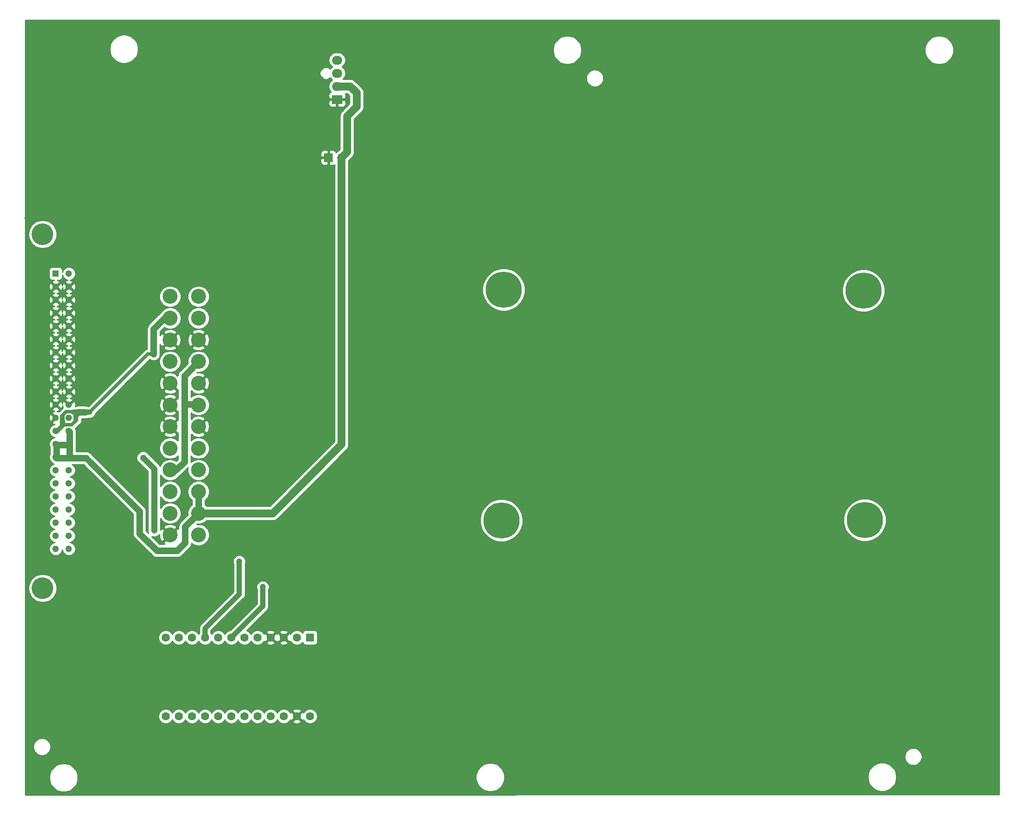
<source format=gbr>
%TF.GenerationSoftware,KiCad,Pcbnew,(5.1.9)-1*%
%TF.CreationDate,2021-04-02T12:34:59-05:00*%
%TF.ProjectId,FM Towns Pico Adapter,464d2054-6f77-46e7-9320-5069636f2041,rev?*%
%TF.SameCoordinates,Original*%
%TF.FileFunction,Copper,L2,Bot*%
%TF.FilePolarity,Positive*%
%FSLAX46Y46*%
G04 Gerber Fmt 4.6, Leading zero omitted, Abs format (unit mm)*
G04 Created by KiCad (PCBNEW (5.1.9)-1) date 2021-04-02 12:34:59*
%MOMM*%
%LPD*%
G01*
G04 APERTURE LIST*
%TA.AperFunction,ComponentPad*%
%ADD10O,2.030000X1.730000*%
%TD*%
%TA.AperFunction,ComponentPad*%
%ADD11R,2.030000X1.730000*%
%TD*%
%TA.AperFunction,ComponentPad*%
%ADD12C,1.600000*%
%TD*%
%TA.AperFunction,ComponentPad*%
%ADD13R,1.600000X1.600000*%
%TD*%
%TA.AperFunction,ComponentPad*%
%ADD14C,0.800000*%
%TD*%
%TA.AperFunction,ComponentPad*%
%ADD15C,7.000000*%
%TD*%
%TA.AperFunction,ComponentPad*%
%ADD16O,1.700000X1.700000*%
%TD*%
%TA.AperFunction,ComponentPad*%
%ADD17R,1.700000X1.700000*%
%TD*%
%TA.AperFunction,ComponentPad*%
%ADD18C,2.900000*%
%TD*%
%TA.AperFunction,ComponentPad*%
%ADD19C,4.200000*%
%TD*%
%TA.AperFunction,ComponentPad*%
%ADD20C,1.300000*%
%TD*%
%TA.AperFunction,ComponentPad*%
%ADD21R,1.300000X1.300000*%
%TD*%
%TA.AperFunction,ViaPad*%
%ADD22C,1.200000*%
%TD*%
%TA.AperFunction,ViaPad*%
%ADD23C,1.300000*%
%TD*%
%TA.AperFunction,Conductor*%
%ADD24C,1.270000*%
%TD*%
%TA.AperFunction,Conductor*%
%ADD25C,0.406400*%
%TD*%
%TA.AperFunction,Conductor*%
%ADD26C,1.500000*%
%TD*%
%TA.AperFunction,Conductor*%
%ADD27C,1.000000*%
%TD*%
%TA.AperFunction,Conductor*%
%ADD28C,1.200000*%
%TD*%
%TA.AperFunction,Conductor*%
%ADD29C,0.254000*%
%TD*%
%TA.AperFunction,Conductor*%
%ADD30C,0.250000*%
%TD*%
%TA.AperFunction,Conductor*%
%ADD31C,0.400000*%
%TD*%
%TA.AperFunction,Conductor*%
%ADD32C,0.700000*%
%TD*%
%TA.AperFunction,Conductor*%
%ADD33C,0.812800*%
%TD*%
%TA.AperFunction,Conductor*%
%ADD34C,0.100000*%
%TD*%
G04 APERTURE END LIST*
D10*
%TO.P,NOCTUA_FAN,4*%
%TO.N,Net-(NOCTUA_FAN1-Pad4)*%
X101220000Y-30530000D03*
%TO.P,NOCTUA_FAN,3*%
%TO.N,Net-(NOCTUA_FAN1-Pad3)*%
X101220000Y-33070000D03*
%TO.P,NOCTUA_FAN,2*%
%TO.N,+12V*%
X101220000Y-35610000D03*
D11*
%TO.P,NOCTUA_FAN,1*%
%TO.N,GND*%
X101220000Y-38150000D03*
%TD*%
D12*
%TO.P,U1,24*%
%TO.N,/5V_STBY*%
X95970000Y-157640000D03*
%TO.P,U1,23*%
%TO.N,GND*%
X93430000Y-157640000D03*
%TO.P,U1,22*%
%TO.N,Net-(U1-Pad22)*%
X90890000Y-157640000D03*
%TO.P,U1,21*%
%TO.N,Net-(U1-Pad21)*%
X88350000Y-157640000D03*
%TO.P,U1,20*%
%TO.N,Net-(U1-Pad20)*%
X85810000Y-157640000D03*
%TO.P,U1,19*%
%TO.N,Net-(U1-Pad19)*%
X83270000Y-157640000D03*
%TO.P,U1,18*%
%TO.N,Net-(U1-Pad18)*%
X80730000Y-157640000D03*
%TO.P,U1,17*%
%TO.N,Net-(U1-Pad17)*%
X78190000Y-157640000D03*
%TO.P,U1,16*%
%TO.N,Net-(U1-Pad16)*%
X75650000Y-157640000D03*
%TO.P,U1,15*%
%TO.N,Net-(U1-Pad15)*%
X73110000Y-157640000D03*
%TO.P,U1,14*%
%TO.N,Net-(U1-Pad14)*%
X70570000Y-157640000D03*
%TO.P,U1,13*%
%TO.N,Net-(U1-Pad13)*%
X68030000Y-157640000D03*
%TO.P,U1,12*%
%TO.N,Net-(U1-Pad12)*%
X68030000Y-142400000D03*
%TO.P,U1,11*%
%TO.N,Net-(U1-Pad11)*%
X70570000Y-142400000D03*
%TO.P,U1,10*%
%TO.N,Net-(U1-Pad10)*%
X73110000Y-142400000D03*
%TO.P,U1,9*%
%TO.N,/FM_PS_ON_N*%
X75650000Y-142400000D03*
%TO.P,U1,8*%
%TO.N,Net-(U1-Pad8)*%
X78190000Y-142400000D03*
%TO.P,U1,7*%
%TO.N,/FM_PS_OFF_N*%
X80730000Y-142400000D03*
%TO.P,U1,6*%
%TO.N,/PS_ON*%
X83270000Y-142400000D03*
%TO.P,U1,5*%
%TO.N,Net-(U1-Pad5)*%
X85810000Y-142400000D03*
%TO.P,U1,4*%
%TO.N,GND*%
X88350000Y-142400000D03*
%TO.P,U1,3*%
X90890000Y-142400000D03*
%TO.P,U1,2*%
%TO.N,Net-(U1-Pad2)*%
X93430000Y-142400000D03*
D13*
%TO.P,U1,1*%
%TO.N,Net-(U1-Pad1)*%
X95970000Y-142400000D03*
%TD*%
D14*
%TO.P,PAD4,1*%
%TO.N,N/C*%
X205246655Y-117777845D03*
X203390500Y-117009000D03*
X201534345Y-117777845D03*
X200765500Y-119634000D03*
X201534345Y-121490155D03*
X203390500Y-122259000D03*
X205246655Y-121490155D03*
X206015500Y-119634000D03*
D15*
X203390500Y-119634000D03*
%TD*%
D14*
%TO.P,PAD3,1*%
%TO.N,N/C*%
X204992655Y-73327845D03*
X203136500Y-72559000D03*
X201280345Y-73327845D03*
X200511500Y-75184000D03*
X201280345Y-77040155D03*
X203136500Y-77809000D03*
X204992655Y-77040155D03*
X205761500Y-75184000D03*
D15*
X203136500Y-75184000D03*
%TD*%
D14*
%TO.P,PAD2,1*%
%TO.N,N/C*%
X135333155Y-73137345D03*
X133477000Y-72368500D03*
X131620845Y-73137345D03*
X130852000Y-74993500D03*
X131620845Y-76849655D03*
X133477000Y-77618500D03*
X135333155Y-76849655D03*
X136102000Y-74993500D03*
D15*
X133477000Y-74993500D03*
%TD*%
D14*
%TO.P,PAD1,1*%
%TO.N,N/C*%
X134888655Y-117841345D03*
X133032500Y-117072500D03*
X131176345Y-117841345D03*
X130407500Y-119697500D03*
X131176345Y-121553655D03*
X133032500Y-122322500D03*
X134888655Y-121553655D03*
X135657500Y-119697500D03*
D15*
X133032500Y-119697500D03*
%TD*%
D16*
%TO.P,STOCK_FAN,2*%
%TO.N,+12V*%
X102070000Y-49430000D03*
D17*
%TO.P,STOCK_FAN,1*%
%TO.N,GND*%
X99530000Y-49430000D03*
%TD*%
D18*
%TO.P,J1,24*%
%TO.N,GND*%
X68887100Y-122526200D03*
%TO.P,J1,23*%
%TO.N,+5V*%
X68887100Y-118326200D03*
%TO.P,J1,22*%
X68887100Y-114126200D03*
%TO.P,J1,21*%
X68887100Y-109926200D03*
%TO.P,J1,20*%
%TO.N,Net-(J1-Pad20)*%
X68887100Y-105726200D03*
%TO.P,J1,19*%
%TO.N,GND*%
X68887100Y-101526200D03*
%TO.P,J1,18*%
X68887100Y-97326200D03*
%TO.P,J1,17*%
X68887100Y-93126200D03*
%TO.P,J1,16*%
%TO.N,/PS_ON*%
X68887100Y-88926200D03*
%TO.P,J1,15*%
%TO.N,GND*%
X68887100Y-84726200D03*
%TO.P,J1,14*%
%TO.N,-12V*%
X68887100Y-80526200D03*
%TO.P,J1,13*%
%TO.N,Net-(J1-Pad13)*%
X68887100Y-76326200D03*
%TO.P,J1,12*%
%TO.N,Net-(J1-Pad12)*%
X74387100Y-122526200D03*
%TO.P,J1,11*%
%TO.N,+12V*%
X74387100Y-118326200D03*
%TO.P,J1,10*%
X74387100Y-114126200D03*
%TO.P,J1,9*%
%TO.N,/5V_STBY*%
X74387100Y-109926200D03*
%TO.P,J1,8*%
%TO.N,Net-(J1-Pad8)*%
X74387100Y-105726200D03*
%TO.P,J1,7*%
%TO.N,GND*%
X74387100Y-101526200D03*
%TO.P,J1,6*%
%TO.N,+5V*%
X74387100Y-97326200D03*
%TO.P,J1,5*%
%TO.N,GND*%
X74387100Y-93126200D03*
%TO.P,J1,4*%
%TO.N,+5V*%
X74387100Y-88926200D03*
%TO.P,J1,3*%
%TO.N,GND*%
X74387100Y-84726200D03*
%TO.P,J1,2*%
%TO.N,Net-(J1-Pad2)*%
X74387100Y-80526200D03*
%TO.P,J1,1*%
%TO.N,Net-(J1-Pad1)*%
X74387100Y-76326200D03*
%TD*%
D19*
%TO.P,J2,MH2*%
%TO.N,Net-(J2-PadMH2)*%
X44196000Y-132842000D03*
%TO.P,J2,MH1*%
%TO.N,Net-(J2-PadMH1)*%
X44196000Y-64262000D03*
D20*
%TO.P,J2,B22*%
%TO.N,+5V*%
X49276000Y-125222000D03*
%TO.P,J2,B21*%
X49276000Y-122682000D03*
%TO.P,J2,B20*%
X49276000Y-120142000D03*
%TO.P,J2,B19*%
X49276000Y-117602000D03*
%TO.P,J2,B18*%
X49276000Y-115062000D03*
%TO.P,J2,B17*%
X49276000Y-112522000D03*
%TO.P,J2,B16*%
X49276000Y-109982000D03*
%TO.P,J2,B15*%
%TO.N,+12V*%
X49276000Y-107442000D03*
%TO.P,J2,B14*%
X49276000Y-104902000D03*
%TO.P,J2,B13*%
X49276000Y-102362000D03*
%TO.P,J2,B12*%
%TO.N,GND*%
X49276000Y-99822000D03*
%TO.P,J2,B11*%
X49276000Y-97282000D03*
%TO.P,J2,B10*%
X49276000Y-94742000D03*
%TO.P,J2,B9*%
X49276000Y-92202000D03*
%TO.P,J2,B8*%
X49276000Y-89662000D03*
%TO.P,J2,B7*%
X49276000Y-87122000D03*
%TO.P,J2,B6*%
X49276000Y-84582000D03*
%TO.P,J2,B5*%
X49276000Y-82042000D03*
%TO.P,J2,B4*%
X49276000Y-79502000D03*
%TO.P,J2,B3*%
X49276000Y-76962000D03*
%TO.P,J2,B2*%
X49276000Y-74422000D03*
%TO.P,J2,B1*%
%TO.N,/FM_PS_ON_N*%
X49276000Y-71882000D03*
%TO.P,J2,A22*%
%TO.N,+5V*%
X46736000Y-125222000D03*
%TO.P,J2,A21*%
X46736000Y-122682000D03*
%TO.P,J2,A20*%
X46736000Y-120142000D03*
%TO.P,J2,A19*%
X46736000Y-117602000D03*
%TO.P,J2,A18*%
X46736000Y-115062000D03*
%TO.P,J2,A17*%
X46736000Y-112522000D03*
%TO.P,J2,A16*%
X46736000Y-109982000D03*
%TO.P,J2,A15*%
%TO.N,+12V*%
X46736000Y-107442000D03*
%TO.P,J2,A14*%
X46736000Y-104902000D03*
%TO.P,J2,A13*%
%TO.N,-12V*%
X46736000Y-102362000D03*
%TO.P,J2,A12*%
%TO.N,GND*%
X46736000Y-99822000D03*
%TO.P,J2,A11*%
X46736000Y-97282000D03*
%TO.P,J2,A10*%
X46736000Y-94742000D03*
%TO.P,J2,A9*%
X46736000Y-92202000D03*
%TO.P,J2,A8*%
X46736000Y-89662000D03*
%TO.P,J2,A7*%
X46736000Y-87122000D03*
%TO.P,J2,A6*%
X46736000Y-84582000D03*
%TO.P,J2,A5*%
X46736000Y-82042000D03*
%TO.P,J2,A4*%
X46736000Y-79502000D03*
%TO.P,J2,A3*%
X46736000Y-76962000D03*
%TO.P,J2,A2*%
X46736000Y-74422000D03*
D21*
%TO.P,J2,A1*%
%TO.N,/FM_PS_OFF_N*%
X46736000Y-71882000D03*
%TD*%
D22*
%TO.N,/FM_PS_ON_N*%
X82280000Y-127680000D03*
%TO.N,/FM_PS_OFF_N*%
X86830000Y-132600000D03*
D23*
%TO.N,/PS_ON*%
X63680000Y-107580000D03*
D22*
X65810000Y-121670000D03*
%TD*%
D24*
%TO.N,+5V*%
X70070900Y-109926200D02*
X68887100Y-109926200D01*
X71640700Y-108356400D02*
X70070900Y-109926200D01*
X74387100Y-88926200D02*
X71640700Y-91672600D01*
X71640700Y-91672600D02*
X71640700Y-97231200D01*
X71640700Y-97231200D02*
X71640700Y-108356400D01*
X74387100Y-97326200D02*
X74292100Y-97231200D01*
X74292100Y-97231200D02*
X71640700Y-97231200D01*
%TO.N,+12V*%
X46901100Y-107619800D02*
X49441100Y-107619800D01*
X46901100Y-105079800D02*
X46901100Y-107619800D01*
X49441100Y-105079800D02*
X49441100Y-107619800D01*
X49441100Y-102539800D02*
X49441100Y-105079800D01*
X49441100Y-105079800D02*
X46901100Y-105079800D01*
X74387100Y-114126200D02*
X74387100Y-118326200D01*
X66306700Y-125577600D02*
X62953900Y-122224800D01*
X66306700Y-125577600D02*
X70269100Y-125577600D01*
X70269100Y-125577600D02*
X71793100Y-124053600D01*
X71793100Y-120920200D02*
X74387100Y-118326200D01*
X71793100Y-124053600D02*
X71793100Y-120920200D01*
X62953900Y-122224800D02*
X62953900Y-117957600D01*
X52616100Y-107619800D02*
X49441100Y-107619800D01*
D25*
X53581300Y-108432600D02*
X53428900Y-108432600D01*
D26*
X74387100Y-118326200D02*
X76987700Y-118326200D01*
D27*
X52616100Y-107619800D02*
X53428900Y-108432600D01*
D28*
X54128150Y-109131850D02*
X52616100Y-107619800D01*
D24*
X62953900Y-117957600D02*
X54128150Y-109131850D01*
X54128150Y-109131850D02*
X53428900Y-108432600D01*
D26*
X74387100Y-118326200D02*
X88743800Y-118326200D01*
X102070000Y-105000000D02*
X102070000Y-49430000D01*
X88743800Y-118326200D02*
X102070000Y-105000000D01*
X103137401Y-48362599D02*
X103137401Y-41392599D01*
X102070000Y-49430000D02*
X103137401Y-48362599D01*
X103137401Y-41392599D02*
X104990000Y-39540000D01*
X103735000Y-35610000D02*
X101220000Y-35610000D01*
X104990000Y-36865000D02*
X103735000Y-35610000D01*
X104990000Y-39540000D02*
X104990000Y-36865000D01*
D29*
%TO.N,-12V*%
X48171100Y-101269800D02*
X48171100Y-99364800D01*
D24*
X68887100Y-80526200D02*
X67771700Y-80526200D01*
D29*
X51066700Y-98755200D02*
X48780700Y-98755200D01*
D24*
X65697100Y-82600800D02*
X65697100Y-87477600D01*
X52438300Y-98755200D02*
X51066700Y-98755200D01*
X67771700Y-80526200D02*
X65697100Y-82600800D01*
D27*
X53304800Y-98755200D02*
X52438300Y-98755200D01*
D30*
X48780700Y-98755200D02*
X48171100Y-99364800D01*
X50136754Y-98755200D02*
X48780700Y-98755200D01*
D31*
X48171100Y-101269800D02*
X48171100Y-99178900D01*
X48594800Y-98755200D02*
X50136754Y-98755200D01*
X48171100Y-99178900D02*
X48594800Y-98755200D01*
X48171100Y-101269800D02*
X49790200Y-101269800D01*
D32*
X48231301Y-101209599D02*
X48171100Y-101269800D01*
D27*
X53304800Y-98755200D02*
X50945200Y-98755200D01*
X50945200Y-98755200D02*
X50136754Y-98755200D01*
D32*
X50859599Y-98669599D02*
X50945200Y-98755200D01*
X48722847Y-98669599D02*
X50859599Y-98669599D01*
X48123599Y-99268847D02*
X48722847Y-98669599D01*
X48123599Y-100375153D02*
X48123599Y-99268847D01*
X48231301Y-100482855D02*
X48123599Y-100375153D01*
X48231301Y-101209599D02*
X48231301Y-100482855D01*
X50136754Y-98755200D02*
X50495000Y-99113446D01*
X50495000Y-99113446D02*
X50495000Y-100565000D01*
D31*
X49790200Y-101269800D02*
X50495000Y-100565000D01*
D32*
X50785000Y-99475000D02*
X51066700Y-99193300D01*
X50785000Y-100275000D02*
X50785000Y-99475000D01*
D31*
X51066700Y-99193300D02*
X51066700Y-98755200D01*
X50495000Y-100565000D02*
X50785000Y-100275000D01*
D32*
X49820401Y-101209599D02*
X48231301Y-101209599D01*
X50755000Y-100275000D02*
X49820401Y-101209599D01*
X50785000Y-100275000D02*
X50755000Y-100275000D01*
X47888401Y-101552499D02*
X47545450Y-101895450D01*
X47888401Y-99504045D02*
X47888401Y-101552499D01*
X49829153Y-98669599D02*
X48722847Y-98669599D01*
X49914754Y-98755200D02*
X49829153Y-98669599D01*
X48722847Y-98669599D02*
X47888401Y-99504045D01*
X50136754Y-98755200D02*
X49914754Y-98755200D01*
D33*
X47545450Y-101895450D02*
X48171100Y-101269800D01*
X46901100Y-102539800D02*
X47545450Y-101895450D01*
D32*
X64582400Y-87477600D02*
X53304800Y-98755200D01*
X65697100Y-87477600D02*
X64582400Y-87477600D01*
D27*
%TO.N,/FM_PS_ON_N*%
X82280000Y-127680000D02*
X82280000Y-133990000D01*
X75650000Y-140620000D02*
X75650000Y-142400000D01*
X82280000Y-133990000D02*
X75650000Y-140620000D01*
%TO.N,/FM_PS_OFF_N*%
X86830000Y-136300000D02*
X80730000Y-142400000D01*
X86830000Y-132600000D02*
X86830000Y-136300000D01*
D28*
%TO.N,/PS_ON*%
X63680000Y-107580000D02*
X65810000Y-109710000D01*
X65810000Y-109710000D02*
X65810000Y-121670000D01*
X65810000Y-121670000D02*
X65810000Y-121670000D01*
%TD*%
D29*
%TO.N,GND*%
X229412801Y-172771275D02*
X40843200Y-172897325D01*
X40843200Y-169270701D01*
X45475000Y-169270701D01*
X45475000Y-169819299D01*
X45582026Y-170357354D01*
X45791965Y-170864192D01*
X46096750Y-171320334D01*
X46484666Y-171708250D01*
X46940808Y-172013035D01*
X47447646Y-172222974D01*
X47985701Y-172330000D01*
X48534299Y-172330000D01*
X49072354Y-172222974D01*
X49579192Y-172013035D01*
X50035334Y-171708250D01*
X50423250Y-171320334D01*
X50728035Y-170864192D01*
X50937974Y-170357354D01*
X51045000Y-169819299D01*
X51045000Y-169270701D01*
X51030082Y-169195701D01*
X128095000Y-169195701D01*
X128095000Y-169744299D01*
X128202026Y-170282354D01*
X128411965Y-170789192D01*
X128716750Y-171245334D01*
X129104666Y-171633250D01*
X129560808Y-171938035D01*
X130067646Y-172147974D01*
X130605701Y-172255000D01*
X131154299Y-172255000D01*
X131692354Y-172147974D01*
X132199192Y-171938035D01*
X132655334Y-171633250D01*
X133043250Y-171245334D01*
X133348035Y-170789192D01*
X133557974Y-170282354D01*
X133665000Y-169744299D01*
X133665000Y-169195701D01*
X133654657Y-169143701D01*
X203971000Y-169143701D01*
X203971000Y-169692299D01*
X204078026Y-170230354D01*
X204287965Y-170737192D01*
X204592750Y-171193334D01*
X204980666Y-171581250D01*
X205436808Y-171886035D01*
X205943646Y-172095974D01*
X206481701Y-172203000D01*
X207030299Y-172203000D01*
X207568354Y-172095974D01*
X208075192Y-171886035D01*
X208531334Y-171581250D01*
X208919250Y-171193334D01*
X209224035Y-170737192D01*
X209433974Y-170230354D01*
X209541000Y-169692299D01*
X209541000Y-169143701D01*
X209433974Y-168605646D01*
X209224035Y-168098808D01*
X208919250Y-167642666D01*
X208531334Y-167254750D01*
X208075192Y-166949965D01*
X207568354Y-166740026D01*
X207030299Y-166633000D01*
X206481701Y-166633000D01*
X205943646Y-166740026D01*
X205436808Y-166949965D01*
X204980666Y-167254750D01*
X204592750Y-167642666D01*
X204287965Y-168098808D01*
X204078026Y-168605646D01*
X203971000Y-169143701D01*
X133654657Y-169143701D01*
X133557974Y-168657646D01*
X133348035Y-168150808D01*
X133043250Y-167694666D01*
X132655334Y-167306750D01*
X132199192Y-167001965D01*
X131692354Y-166792026D01*
X131154299Y-166685000D01*
X130605701Y-166685000D01*
X130067646Y-166792026D01*
X129560808Y-167001965D01*
X129104666Y-167306750D01*
X128716750Y-167694666D01*
X128411965Y-168150808D01*
X128202026Y-168657646D01*
X128095000Y-169195701D01*
X51030082Y-169195701D01*
X50937974Y-168732646D01*
X50728035Y-168225808D01*
X50423250Y-167769666D01*
X50035334Y-167381750D01*
X49579192Y-167076965D01*
X49072354Y-166867026D01*
X48534299Y-166760000D01*
X47985701Y-166760000D01*
X47447646Y-166867026D01*
X46940808Y-167076965D01*
X46484666Y-167381750D01*
X46096750Y-167769666D01*
X45791965Y-168225808D01*
X45582026Y-168732646D01*
X45475000Y-169270701D01*
X40843200Y-169270701D01*
X40843200Y-165315042D01*
X211103500Y-165315042D01*
X211103500Y-165646958D01*
X211168254Y-165972496D01*
X211295272Y-166279147D01*
X211479675Y-166555125D01*
X211714375Y-166789825D01*
X211990353Y-166974228D01*
X212297004Y-167101246D01*
X212622542Y-167166000D01*
X212954458Y-167166000D01*
X213279996Y-167101246D01*
X213586647Y-166974228D01*
X213862625Y-166789825D01*
X214097325Y-166555125D01*
X214281728Y-166279147D01*
X214408746Y-165972496D01*
X214473500Y-165646958D01*
X214473500Y-165315042D01*
X214408746Y-164989504D01*
X214281728Y-164682853D01*
X214097325Y-164406875D01*
X213862625Y-164172175D01*
X213586647Y-163987772D01*
X213279996Y-163860754D01*
X212954458Y-163796000D01*
X212622542Y-163796000D01*
X212297004Y-163860754D01*
X211990353Y-163987772D01*
X211714375Y-164172175D01*
X211479675Y-164406875D01*
X211295272Y-164682853D01*
X211168254Y-164989504D01*
X211103500Y-165315042D01*
X40843200Y-165315042D01*
X40843200Y-163410042D01*
X42384000Y-163410042D01*
X42384000Y-163741958D01*
X42448754Y-164067496D01*
X42575772Y-164374147D01*
X42760175Y-164650125D01*
X42994875Y-164884825D01*
X43270853Y-165069228D01*
X43577504Y-165196246D01*
X43903042Y-165261000D01*
X44234958Y-165261000D01*
X44560496Y-165196246D01*
X44867147Y-165069228D01*
X45143125Y-164884825D01*
X45377825Y-164650125D01*
X45562228Y-164374147D01*
X45689246Y-164067496D01*
X45754000Y-163741958D01*
X45754000Y-163410042D01*
X45689246Y-163084504D01*
X45562228Y-162777853D01*
X45377825Y-162501875D01*
X45143125Y-162267175D01*
X44867147Y-162082772D01*
X44560496Y-161955754D01*
X44234958Y-161891000D01*
X43903042Y-161891000D01*
X43577504Y-161955754D01*
X43270853Y-162082772D01*
X42994875Y-162267175D01*
X42760175Y-162501875D01*
X42575772Y-162777853D01*
X42448754Y-163084504D01*
X42384000Y-163410042D01*
X40843200Y-163410042D01*
X40843200Y-157498665D01*
X66595000Y-157498665D01*
X66595000Y-157781335D01*
X66650147Y-158058574D01*
X66758320Y-158319727D01*
X66915363Y-158554759D01*
X67115241Y-158754637D01*
X67350273Y-158911680D01*
X67611426Y-159019853D01*
X67888665Y-159075000D01*
X68171335Y-159075000D01*
X68448574Y-159019853D01*
X68709727Y-158911680D01*
X68944759Y-158754637D01*
X69144637Y-158554759D01*
X69300000Y-158322241D01*
X69455363Y-158554759D01*
X69655241Y-158754637D01*
X69890273Y-158911680D01*
X70151426Y-159019853D01*
X70428665Y-159075000D01*
X70711335Y-159075000D01*
X70988574Y-159019853D01*
X71249727Y-158911680D01*
X71484759Y-158754637D01*
X71684637Y-158554759D01*
X71840000Y-158322241D01*
X71995363Y-158554759D01*
X72195241Y-158754637D01*
X72430273Y-158911680D01*
X72691426Y-159019853D01*
X72968665Y-159075000D01*
X73251335Y-159075000D01*
X73528574Y-159019853D01*
X73789727Y-158911680D01*
X74024759Y-158754637D01*
X74224637Y-158554759D01*
X74380000Y-158322241D01*
X74535363Y-158554759D01*
X74735241Y-158754637D01*
X74970273Y-158911680D01*
X75231426Y-159019853D01*
X75508665Y-159075000D01*
X75791335Y-159075000D01*
X76068574Y-159019853D01*
X76329727Y-158911680D01*
X76564759Y-158754637D01*
X76764637Y-158554759D01*
X76920000Y-158322241D01*
X77075363Y-158554759D01*
X77275241Y-158754637D01*
X77510273Y-158911680D01*
X77771426Y-159019853D01*
X78048665Y-159075000D01*
X78331335Y-159075000D01*
X78608574Y-159019853D01*
X78869727Y-158911680D01*
X79104759Y-158754637D01*
X79304637Y-158554759D01*
X79460000Y-158322241D01*
X79615363Y-158554759D01*
X79815241Y-158754637D01*
X80050273Y-158911680D01*
X80311426Y-159019853D01*
X80588665Y-159075000D01*
X80871335Y-159075000D01*
X81148574Y-159019853D01*
X81409727Y-158911680D01*
X81644759Y-158754637D01*
X81844637Y-158554759D01*
X82000000Y-158322241D01*
X82155363Y-158554759D01*
X82355241Y-158754637D01*
X82590273Y-158911680D01*
X82851426Y-159019853D01*
X83128665Y-159075000D01*
X83411335Y-159075000D01*
X83688574Y-159019853D01*
X83949727Y-158911680D01*
X84184759Y-158754637D01*
X84384637Y-158554759D01*
X84540000Y-158322241D01*
X84695363Y-158554759D01*
X84895241Y-158754637D01*
X85130273Y-158911680D01*
X85391426Y-159019853D01*
X85668665Y-159075000D01*
X85951335Y-159075000D01*
X86228574Y-159019853D01*
X86489727Y-158911680D01*
X86724759Y-158754637D01*
X86924637Y-158554759D01*
X87080000Y-158322241D01*
X87235363Y-158554759D01*
X87435241Y-158754637D01*
X87670273Y-158911680D01*
X87931426Y-159019853D01*
X88208665Y-159075000D01*
X88491335Y-159075000D01*
X88768574Y-159019853D01*
X89029727Y-158911680D01*
X89264759Y-158754637D01*
X89464637Y-158554759D01*
X89620000Y-158322241D01*
X89775363Y-158554759D01*
X89975241Y-158754637D01*
X90210273Y-158911680D01*
X90471426Y-159019853D01*
X90748665Y-159075000D01*
X91031335Y-159075000D01*
X91308574Y-159019853D01*
X91569727Y-158911680D01*
X91804759Y-158754637D01*
X91926694Y-158632702D01*
X92616903Y-158632702D01*
X92688486Y-158876671D01*
X92943996Y-158997571D01*
X93218184Y-159066300D01*
X93500512Y-159080217D01*
X93780130Y-159038787D01*
X94046292Y-158943603D01*
X94171514Y-158876671D01*
X94243097Y-158632702D01*
X93430000Y-157819605D01*
X92616903Y-158632702D01*
X91926694Y-158632702D01*
X92004637Y-158554759D01*
X92160915Y-158320872D01*
X92193329Y-158381514D01*
X92437298Y-158453097D01*
X93250395Y-157640000D01*
X93609605Y-157640000D01*
X94422702Y-158453097D01*
X94666671Y-158381514D01*
X94697194Y-158317008D01*
X94698320Y-158319727D01*
X94855363Y-158554759D01*
X95055241Y-158754637D01*
X95290273Y-158911680D01*
X95551426Y-159019853D01*
X95828665Y-159075000D01*
X96111335Y-159075000D01*
X96388574Y-159019853D01*
X96649727Y-158911680D01*
X96884759Y-158754637D01*
X97084637Y-158554759D01*
X97241680Y-158319727D01*
X97349853Y-158058574D01*
X97405000Y-157781335D01*
X97405000Y-157498665D01*
X97349853Y-157221426D01*
X97241680Y-156960273D01*
X97084637Y-156725241D01*
X96884759Y-156525363D01*
X96649727Y-156368320D01*
X96388574Y-156260147D01*
X96111335Y-156205000D01*
X95828665Y-156205000D01*
X95551426Y-156260147D01*
X95290273Y-156368320D01*
X95055241Y-156525363D01*
X94855363Y-156725241D01*
X94699085Y-156959128D01*
X94666671Y-156898486D01*
X94422702Y-156826903D01*
X93609605Y-157640000D01*
X93250395Y-157640000D01*
X92437298Y-156826903D01*
X92193329Y-156898486D01*
X92162806Y-156962992D01*
X92161680Y-156960273D01*
X92004637Y-156725241D01*
X91926694Y-156647298D01*
X92616903Y-156647298D01*
X93430000Y-157460395D01*
X94243097Y-156647298D01*
X94171514Y-156403329D01*
X93916004Y-156282429D01*
X93641816Y-156213700D01*
X93359488Y-156199783D01*
X93079870Y-156241213D01*
X92813708Y-156336397D01*
X92688486Y-156403329D01*
X92616903Y-156647298D01*
X91926694Y-156647298D01*
X91804759Y-156525363D01*
X91569727Y-156368320D01*
X91308574Y-156260147D01*
X91031335Y-156205000D01*
X90748665Y-156205000D01*
X90471426Y-156260147D01*
X90210273Y-156368320D01*
X89975241Y-156525363D01*
X89775363Y-156725241D01*
X89620000Y-156957759D01*
X89464637Y-156725241D01*
X89264759Y-156525363D01*
X89029727Y-156368320D01*
X88768574Y-156260147D01*
X88491335Y-156205000D01*
X88208665Y-156205000D01*
X87931426Y-156260147D01*
X87670273Y-156368320D01*
X87435241Y-156525363D01*
X87235363Y-156725241D01*
X87080000Y-156957759D01*
X86924637Y-156725241D01*
X86724759Y-156525363D01*
X86489727Y-156368320D01*
X86228574Y-156260147D01*
X85951335Y-156205000D01*
X85668665Y-156205000D01*
X85391426Y-156260147D01*
X85130273Y-156368320D01*
X84895241Y-156525363D01*
X84695363Y-156725241D01*
X84540000Y-156957759D01*
X84384637Y-156725241D01*
X84184759Y-156525363D01*
X83949727Y-156368320D01*
X83688574Y-156260147D01*
X83411335Y-156205000D01*
X83128665Y-156205000D01*
X82851426Y-156260147D01*
X82590273Y-156368320D01*
X82355241Y-156525363D01*
X82155363Y-156725241D01*
X82000000Y-156957759D01*
X81844637Y-156725241D01*
X81644759Y-156525363D01*
X81409727Y-156368320D01*
X81148574Y-156260147D01*
X80871335Y-156205000D01*
X80588665Y-156205000D01*
X80311426Y-156260147D01*
X80050273Y-156368320D01*
X79815241Y-156525363D01*
X79615363Y-156725241D01*
X79460000Y-156957759D01*
X79304637Y-156725241D01*
X79104759Y-156525363D01*
X78869727Y-156368320D01*
X78608574Y-156260147D01*
X78331335Y-156205000D01*
X78048665Y-156205000D01*
X77771426Y-156260147D01*
X77510273Y-156368320D01*
X77275241Y-156525363D01*
X77075363Y-156725241D01*
X76920000Y-156957759D01*
X76764637Y-156725241D01*
X76564759Y-156525363D01*
X76329727Y-156368320D01*
X76068574Y-156260147D01*
X75791335Y-156205000D01*
X75508665Y-156205000D01*
X75231426Y-156260147D01*
X74970273Y-156368320D01*
X74735241Y-156525363D01*
X74535363Y-156725241D01*
X74380000Y-156957759D01*
X74224637Y-156725241D01*
X74024759Y-156525363D01*
X73789727Y-156368320D01*
X73528574Y-156260147D01*
X73251335Y-156205000D01*
X72968665Y-156205000D01*
X72691426Y-156260147D01*
X72430273Y-156368320D01*
X72195241Y-156525363D01*
X71995363Y-156725241D01*
X71840000Y-156957759D01*
X71684637Y-156725241D01*
X71484759Y-156525363D01*
X71249727Y-156368320D01*
X70988574Y-156260147D01*
X70711335Y-156205000D01*
X70428665Y-156205000D01*
X70151426Y-156260147D01*
X69890273Y-156368320D01*
X69655241Y-156525363D01*
X69455363Y-156725241D01*
X69300000Y-156957759D01*
X69144637Y-156725241D01*
X68944759Y-156525363D01*
X68709727Y-156368320D01*
X68448574Y-156260147D01*
X68171335Y-156205000D01*
X67888665Y-156205000D01*
X67611426Y-156260147D01*
X67350273Y-156368320D01*
X67115241Y-156525363D01*
X66915363Y-156725241D01*
X66758320Y-156960273D01*
X66650147Y-157221426D01*
X66595000Y-157498665D01*
X40843200Y-157498665D01*
X40843200Y-142258665D01*
X66595000Y-142258665D01*
X66595000Y-142541335D01*
X66650147Y-142818574D01*
X66758320Y-143079727D01*
X66915363Y-143314759D01*
X67115241Y-143514637D01*
X67350273Y-143671680D01*
X67611426Y-143779853D01*
X67888665Y-143835000D01*
X68171335Y-143835000D01*
X68448574Y-143779853D01*
X68709727Y-143671680D01*
X68944759Y-143514637D01*
X69144637Y-143314759D01*
X69300000Y-143082241D01*
X69455363Y-143314759D01*
X69655241Y-143514637D01*
X69890273Y-143671680D01*
X70151426Y-143779853D01*
X70428665Y-143835000D01*
X70711335Y-143835000D01*
X70988574Y-143779853D01*
X71249727Y-143671680D01*
X71484759Y-143514637D01*
X71684637Y-143314759D01*
X71840000Y-143082241D01*
X71995363Y-143314759D01*
X72195241Y-143514637D01*
X72430273Y-143671680D01*
X72691426Y-143779853D01*
X72968665Y-143835000D01*
X73251335Y-143835000D01*
X73528574Y-143779853D01*
X73789727Y-143671680D01*
X74024759Y-143514637D01*
X74224637Y-143314759D01*
X74380000Y-143082241D01*
X74535363Y-143314759D01*
X74735241Y-143514637D01*
X74970273Y-143671680D01*
X75231426Y-143779853D01*
X75508665Y-143835000D01*
X75791335Y-143835000D01*
X76068574Y-143779853D01*
X76329727Y-143671680D01*
X76564759Y-143514637D01*
X76764637Y-143314759D01*
X76920000Y-143082241D01*
X77075363Y-143314759D01*
X77275241Y-143514637D01*
X77510273Y-143671680D01*
X77771426Y-143779853D01*
X78048665Y-143835000D01*
X78331335Y-143835000D01*
X78608574Y-143779853D01*
X78869727Y-143671680D01*
X79104759Y-143514637D01*
X79304637Y-143314759D01*
X79460000Y-143082241D01*
X79615363Y-143314759D01*
X79815241Y-143514637D01*
X80050273Y-143671680D01*
X80311426Y-143779853D01*
X80588665Y-143835000D01*
X80871335Y-143835000D01*
X81148574Y-143779853D01*
X81409727Y-143671680D01*
X81644759Y-143514637D01*
X81844637Y-143314759D01*
X82000000Y-143082241D01*
X82155363Y-143314759D01*
X82355241Y-143514637D01*
X82590273Y-143671680D01*
X82851426Y-143779853D01*
X83128665Y-143835000D01*
X83411335Y-143835000D01*
X83688574Y-143779853D01*
X83949727Y-143671680D01*
X84184759Y-143514637D01*
X84384637Y-143314759D01*
X84540000Y-143082241D01*
X84695363Y-143314759D01*
X84895241Y-143514637D01*
X85130273Y-143671680D01*
X85391426Y-143779853D01*
X85668665Y-143835000D01*
X85951335Y-143835000D01*
X86228574Y-143779853D01*
X86489727Y-143671680D01*
X86724759Y-143514637D01*
X86846694Y-143392702D01*
X87536903Y-143392702D01*
X87608486Y-143636671D01*
X87863996Y-143757571D01*
X88138184Y-143826300D01*
X88420512Y-143840217D01*
X88700130Y-143798787D01*
X88966292Y-143703603D01*
X89091514Y-143636671D01*
X89163097Y-143392702D01*
X90076903Y-143392702D01*
X90148486Y-143636671D01*
X90403996Y-143757571D01*
X90678184Y-143826300D01*
X90960512Y-143840217D01*
X91240130Y-143798787D01*
X91506292Y-143703603D01*
X91631514Y-143636671D01*
X91703097Y-143392702D01*
X90890000Y-142579605D01*
X90076903Y-143392702D01*
X89163097Y-143392702D01*
X88350000Y-142579605D01*
X87536903Y-143392702D01*
X86846694Y-143392702D01*
X86924637Y-143314759D01*
X87080915Y-143080872D01*
X87113329Y-143141514D01*
X87357298Y-143213097D01*
X88170395Y-142400000D01*
X88529605Y-142400000D01*
X89342702Y-143213097D01*
X89586671Y-143141514D01*
X89617971Y-143075364D01*
X89653329Y-143141514D01*
X89897298Y-143213097D01*
X90710395Y-142400000D01*
X91069605Y-142400000D01*
X91882702Y-143213097D01*
X92126671Y-143141514D01*
X92157194Y-143077008D01*
X92158320Y-143079727D01*
X92315363Y-143314759D01*
X92515241Y-143514637D01*
X92750273Y-143671680D01*
X93011426Y-143779853D01*
X93288665Y-143835000D01*
X93571335Y-143835000D01*
X93848574Y-143779853D01*
X94109727Y-143671680D01*
X94344759Y-143514637D01*
X94543357Y-143316039D01*
X94544188Y-143324482D01*
X94580498Y-143444180D01*
X94639463Y-143554494D01*
X94718815Y-143651185D01*
X94815506Y-143730537D01*
X94925820Y-143789502D01*
X95045518Y-143825812D01*
X95170000Y-143838072D01*
X96770000Y-143838072D01*
X96894482Y-143825812D01*
X97014180Y-143789502D01*
X97124494Y-143730537D01*
X97221185Y-143651185D01*
X97300537Y-143554494D01*
X97359502Y-143444180D01*
X97395812Y-143324482D01*
X97408072Y-143200000D01*
X97408072Y-141600000D01*
X97395812Y-141475518D01*
X97359502Y-141355820D01*
X97300537Y-141245506D01*
X97221185Y-141148815D01*
X97124494Y-141069463D01*
X97014180Y-141010498D01*
X96894482Y-140974188D01*
X96770000Y-140961928D01*
X95170000Y-140961928D01*
X95045518Y-140974188D01*
X94925820Y-141010498D01*
X94815506Y-141069463D01*
X94718815Y-141148815D01*
X94639463Y-141245506D01*
X94580498Y-141355820D01*
X94544188Y-141475518D01*
X94543357Y-141483961D01*
X94344759Y-141285363D01*
X94109727Y-141128320D01*
X93848574Y-141020147D01*
X93571335Y-140965000D01*
X93288665Y-140965000D01*
X93011426Y-141020147D01*
X92750273Y-141128320D01*
X92515241Y-141285363D01*
X92315363Y-141485241D01*
X92159085Y-141719128D01*
X92126671Y-141658486D01*
X91882702Y-141586903D01*
X91069605Y-142400000D01*
X90710395Y-142400000D01*
X89897298Y-141586903D01*
X89653329Y-141658486D01*
X89622029Y-141724636D01*
X89586671Y-141658486D01*
X89342702Y-141586903D01*
X88529605Y-142400000D01*
X88170395Y-142400000D01*
X87357298Y-141586903D01*
X87113329Y-141658486D01*
X87082806Y-141722992D01*
X87081680Y-141720273D01*
X86924637Y-141485241D01*
X86846694Y-141407298D01*
X87536903Y-141407298D01*
X88350000Y-142220395D01*
X89163097Y-141407298D01*
X90076903Y-141407298D01*
X90890000Y-142220395D01*
X91703097Y-141407298D01*
X91631514Y-141163329D01*
X91376004Y-141042429D01*
X91101816Y-140973700D01*
X90819488Y-140959783D01*
X90539870Y-141001213D01*
X90273708Y-141096397D01*
X90148486Y-141163329D01*
X90076903Y-141407298D01*
X89163097Y-141407298D01*
X89091514Y-141163329D01*
X88836004Y-141042429D01*
X88561816Y-140973700D01*
X88279488Y-140959783D01*
X87999870Y-141001213D01*
X87733708Y-141096397D01*
X87608486Y-141163329D01*
X87536903Y-141407298D01*
X86846694Y-141407298D01*
X86724759Y-141285363D01*
X86489727Y-141128320D01*
X86228574Y-141020147D01*
X85951335Y-140965000D01*
X85668665Y-140965000D01*
X85391426Y-141020147D01*
X85130273Y-141128320D01*
X84895241Y-141285363D01*
X84695363Y-141485241D01*
X84540000Y-141717759D01*
X84384637Y-141485241D01*
X84184759Y-141285363D01*
X83949727Y-141128320D01*
X83707249Y-141027883D01*
X87593146Y-137141987D01*
X87636449Y-137106449D01*
X87778284Y-136933623D01*
X87883676Y-136736447D01*
X87948577Y-136522499D01*
X87965000Y-136355752D01*
X87970491Y-136300000D01*
X87965000Y-136244248D01*
X87965000Y-133087079D01*
X88017540Y-132960236D01*
X88065000Y-132721637D01*
X88065000Y-132478363D01*
X88017540Y-132239764D01*
X87924443Y-132015008D01*
X87789287Y-131812733D01*
X87617267Y-131640713D01*
X87414992Y-131505557D01*
X87190236Y-131412460D01*
X86951637Y-131365000D01*
X86708363Y-131365000D01*
X86469764Y-131412460D01*
X86245008Y-131505557D01*
X86042733Y-131640713D01*
X85870713Y-131812733D01*
X85735557Y-132015008D01*
X85642460Y-132239764D01*
X85595000Y-132478363D01*
X85595000Y-132721637D01*
X85642460Y-132960236D01*
X85695000Y-133087079D01*
X85695001Y-135829866D01*
X80552718Y-140972150D01*
X80311426Y-141020147D01*
X80050273Y-141128320D01*
X79815241Y-141285363D01*
X79615363Y-141485241D01*
X79460000Y-141717759D01*
X79304637Y-141485241D01*
X79104759Y-141285363D01*
X78869727Y-141128320D01*
X78608574Y-141020147D01*
X78331335Y-140965000D01*
X78048665Y-140965000D01*
X77771426Y-141020147D01*
X77510273Y-141128320D01*
X77275241Y-141285363D01*
X77075363Y-141485241D01*
X76920000Y-141717759D01*
X76785000Y-141515716D01*
X76785000Y-141090131D01*
X83043141Y-134831991D01*
X83086449Y-134796449D01*
X83228284Y-134623623D01*
X83333676Y-134426447D01*
X83398577Y-134212499D01*
X83415000Y-134045752D01*
X83420491Y-133990000D01*
X83415000Y-133934249D01*
X83415000Y-128167079D01*
X83467540Y-128040236D01*
X83515000Y-127801637D01*
X83515000Y-127558363D01*
X83467540Y-127319764D01*
X83374443Y-127095008D01*
X83239287Y-126892733D01*
X83067267Y-126720713D01*
X82864992Y-126585557D01*
X82640236Y-126492460D01*
X82401637Y-126445000D01*
X82158363Y-126445000D01*
X81919764Y-126492460D01*
X81695008Y-126585557D01*
X81492733Y-126720713D01*
X81320713Y-126892733D01*
X81185557Y-127095008D01*
X81092460Y-127319764D01*
X81045000Y-127558363D01*
X81045000Y-127801637D01*
X81092460Y-128040236D01*
X81145000Y-128167079D01*
X81145001Y-133519867D01*
X74886865Y-139778004D01*
X74843551Y-139813551D01*
X74701716Y-139986377D01*
X74596325Y-140183553D01*
X74596324Y-140183554D01*
X74531423Y-140397502D01*
X74509509Y-140620000D01*
X74515000Y-140675751D01*
X74515000Y-141515716D01*
X74380000Y-141717759D01*
X74224637Y-141485241D01*
X74024759Y-141285363D01*
X73789727Y-141128320D01*
X73528574Y-141020147D01*
X73251335Y-140965000D01*
X72968665Y-140965000D01*
X72691426Y-141020147D01*
X72430273Y-141128320D01*
X72195241Y-141285363D01*
X71995363Y-141485241D01*
X71840000Y-141717759D01*
X71684637Y-141485241D01*
X71484759Y-141285363D01*
X71249727Y-141128320D01*
X70988574Y-141020147D01*
X70711335Y-140965000D01*
X70428665Y-140965000D01*
X70151426Y-141020147D01*
X69890273Y-141128320D01*
X69655241Y-141285363D01*
X69455363Y-141485241D01*
X69300000Y-141717759D01*
X69144637Y-141485241D01*
X68944759Y-141285363D01*
X68709727Y-141128320D01*
X68448574Y-141020147D01*
X68171335Y-140965000D01*
X67888665Y-140965000D01*
X67611426Y-141020147D01*
X67350273Y-141128320D01*
X67115241Y-141285363D01*
X66915363Y-141485241D01*
X66758320Y-141720273D01*
X66650147Y-141981426D01*
X66595000Y-142258665D01*
X40843200Y-142258665D01*
X40843200Y-132572626D01*
X41461000Y-132572626D01*
X41461000Y-133111374D01*
X41566105Y-133639770D01*
X41772275Y-134137508D01*
X42071587Y-134585461D01*
X42452539Y-134966413D01*
X42900492Y-135265725D01*
X43398230Y-135471895D01*
X43926626Y-135577000D01*
X44465374Y-135577000D01*
X44993770Y-135471895D01*
X45491508Y-135265725D01*
X45939461Y-134966413D01*
X46320413Y-134585461D01*
X46619725Y-134137508D01*
X46825895Y-133639770D01*
X46931000Y-133111374D01*
X46931000Y-132572626D01*
X46825895Y-132044230D01*
X46619725Y-131546492D01*
X46320413Y-131098539D01*
X45939461Y-130717587D01*
X45491508Y-130418275D01*
X44993770Y-130212105D01*
X44465374Y-130107000D01*
X43926626Y-130107000D01*
X43398230Y-130212105D01*
X42900492Y-130418275D01*
X42452539Y-130717587D01*
X42071587Y-131098539D01*
X41772275Y-131546492D01*
X41566105Y-132044230D01*
X41461000Y-132572626D01*
X40843200Y-132572626D01*
X40843200Y-102235439D01*
X45451000Y-102235439D01*
X45451000Y-102488561D01*
X45500381Y-102736821D01*
X45597247Y-102970676D01*
X45737875Y-103181140D01*
X45916860Y-103360125D01*
X46127324Y-103500753D01*
X46361179Y-103597619D01*
X46534027Y-103632000D01*
X46361179Y-103666381D01*
X46127324Y-103763247D01*
X45916860Y-103903875D01*
X45737875Y-104082860D01*
X45597247Y-104293324D01*
X45500381Y-104527179D01*
X45451000Y-104775439D01*
X45451000Y-105028561D01*
X45500381Y-105276821D01*
X45597247Y-105510676D01*
X45631100Y-105561341D01*
X45631101Y-106782659D01*
X45597247Y-106833324D01*
X45500381Y-107067179D01*
X45451000Y-107315439D01*
X45451000Y-107568561D01*
X45500381Y-107816821D01*
X45597247Y-108050676D01*
X45737875Y-108261140D01*
X45916860Y-108440125D01*
X45949048Y-108461632D01*
X45998730Y-108522170D01*
X46192112Y-108680875D01*
X46334974Y-108757236D01*
X46127324Y-108843247D01*
X45916860Y-108983875D01*
X45737875Y-109162860D01*
X45597247Y-109373324D01*
X45500381Y-109607179D01*
X45451000Y-109855439D01*
X45451000Y-110108561D01*
X45500381Y-110356821D01*
X45597247Y-110590676D01*
X45737875Y-110801140D01*
X45916860Y-110980125D01*
X46127324Y-111120753D01*
X46361179Y-111217619D01*
X46534027Y-111252000D01*
X46361179Y-111286381D01*
X46127324Y-111383247D01*
X45916860Y-111523875D01*
X45737875Y-111702860D01*
X45597247Y-111913324D01*
X45500381Y-112147179D01*
X45451000Y-112395439D01*
X45451000Y-112648561D01*
X45500381Y-112896821D01*
X45597247Y-113130676D01*
X45737875Y-113341140D01*
X45916860Y-113520125D01*
X46127324Y-113660753D01*
X46361179Y-113757619D01*
X46534027Y-113792000D01*
X46361179Y-113826381D01*
X46127324Y-113923247D01*
X45916860Y-114063875D01*
X45737875Y-114242860D01*
X45597247Y-114453324D01*
X45500381Y-114687179D01*
X45451000Y-114935439D01*
X45451000Y-115188561D01*
X45500381Y-115436821D01*
X45597247Y-115670676D01*
X45737875Y-115881140D01*
X45916860Y-116060125D01*
X46127324Y-116200753D01*
X46361179Y-116297619D01*
X46534027Y-116332000D01*
X46361179Y-116366381D01*
X46127324Y-116463247D01*
X45916860Y-116603875D01*
X45737875Y-116782860D01*
X45597247Y-116993324D01*
X45500381Y-117227179D01*
X45451000Y-117475439D01*
X45451000Y-117728561D01*
X45500381Y-117976821D01*
X45597247Y-118210676D01*
X45737875Y-118421140D01*
X45916860Y-118600125D01*
X46127324Y-118740753D01*
X46361179Y-118837619D01*
X46534027Y-118872000D01*
X46361179Y-118906381D01*
X46127324Y-119003247D01*
X45916860Y-119143875D01*
X45737875Y-119322860D01*
X45597247Y-119533324D01*
X45500381Y-119767179D01*
X45451000Y-120015439D01*
X45451000Y-120268561D01*
X45500381Y-120516821D01*
X45597247Y-120750676D01*
X45737875Y-120961140D01*
X45916860Y-121140125D01*
X46127324Y-121280753D01*
X46361179Y-121377619D01*
X46534027Y-121412000D01*
X46361179Y-121446381D01*
X46127324Y-121543247D01*
X45916860Y-121683875D01*
X45737875Y-121862860D01*
X45597247Y-122073324D01*
X45500381Y-122307179D01*
X45451000Y-122555439D01*
X45451000Y-122808561D01*
X45500381Y-123056821D01*
X45597247Y-123290676D01*
X45737875Y-123501140D01*
X45916860Y-123680125D01*
X46127324Y-123820753D01*
X46361179Y-123917619D01*
X46534027Y-123952000D01*
X46361179Y-123986381D01*
X46127324Y-124083247D01*
X45916860Y-124223875D01*
X45737875Y-124402860D01*
X45597247Y-124613324D01*
X45500381Y-124847179D01*
X45451000Y-125095439D01*
X45451000Y-125348561D01*
X45500381Y-125596821D01*
X45597247Y-125830676D01*
X45737875Y-126041140D01*
X45916860Y-126220125D01*
X46127324Y-126360753D01*
X46361179Y-126457619D01*
X46609439Y-126507000D01*
X46862561Y-126507000D01*
X47110821Y-126457619D01*
X47344676Y-126360753D01*
X47555140Y-126220125D01*
X47734125Y-126041140D01*
X47874753Y-125830676D01*
X47971619Y-125596821D01*
X48006000Y-125423973D01*
X48040381Y-125596821D01*
X48137247Y-125830676D01*
X48277875Y-126041140D01*
X48456860Y-126220125D01*
X48667324Y-126360753D01*
X48901179Y-126457619D01*
X49149439Y-126507000D01*
X49402561Y-126507000D01*
X49650821Y-126457619D01*
X49884676Y-126360753D01*
X50095140Y-126220125D01*
X50274125Y-126041140D01*
X50414753Y-125830676D01*
X50511619Y-125596821D01*
X50561000Y-125348561D01*
X50561000Y-125095439D01*
X50511619Y-124847179D01*
X50414753Y-124613324D01*
X50274125Y-124402860D01*
X50095140Y-124223875D01*
X49884676Y-124083247D01*
X49650821Y-123986381D01*
X49477973Y-123952000D01*
X49650821Y-123917619D01*
X49884676Y-123820753D01*
X50095140Y-123680125D01*
X50274125Y-123501140D01*
X50414753Y-123290676D01*
X50511619Y-123056821D01*
X50561000Y-122808561D01*
X50561000Y-122555439D01*
X50511619Y-122307179D01*
X50414753Y-122073324D01*
X50274125Y-121862860D01*
X50095140Y-121683875D01*
X49884676Y-121543247D01*
X49650821Y-121446381D01*
X49477973Y-121412000D01*
X49650821Y-121377619D01*
X49884676Y-121280753D01*
X50095140Y-121140125D01*
X50274125Y-120961140D01*
X50414753Y-120750676D01*
X50511619Y-120516821D01*
X50561000Y-120268561D01*
X50561000Y-120015439D01*
X50511619Y-119767179D01*
X50414753Y-119533324D01*
X50274125Y-119322860D01*
X50095140Y-119143875D01*
X49884676Y-119003247D01*
X49650821Y-118906381D01*
X49477973Y-118872000D01*
X49650821Y-118837619D01*
X49884676Y-118740753D01*
X50095140Y-118600125D01*
X50274125Y-118421140D01*
X50414753Y-118210676D01*
X50511619Y-117976821D01*
X50561000Y-117728561D01*
X50561000Y-117475439D01*
X50511619Y-117227179D01*
X50414753Y-116993324D01*
X50274125Y-116782860D01*
X50095140Y-116603875D01*
X49884676Y-116463247D01*
X49650821Y-116366381D01*
X49477973Y-116332000D01*
X49650821Y-116297619D01*
X49884676Y-116200753D01*
X50095140Y-116060125D01*
X50274125Y-115881140D01*
X50414753Y-115670676D01*
X50511619Y-115436821D01*
X50561000Y-115188561D01*
X50561000Y-114935439D01*
X50511619Y-114687179D01*
X50414753Y-114453324D01*
X50274125Y-114242860D01*
X50095140Y-114063875D01*
X49884676Y-113923247D01*
X49650821Y-113826381D01*
X49477973Y-113792000D01*
X49650821Y-113757619D01*
X49884676Y-113660753D01*
X50095140Y-113520125D01*
X50274125Y-113341140D01*
X50414753Y-113130676D01*
X50511619Y-112896821D01*
X50561000Y-112648561D01*
X50561000Y-112395439D01*
X50511619Y-112147179D01*
X50414753Y-111913324D01*
X50274125Y-111702860D01*
X50095140Y-111523875D01*
X49884676Y-111383247D01*
X49650821Y-111286381D01*
X49477973Y-111252000D01*
X49650821Y-111217619D01*
X49884676Y-111120753D01*
X50095140Y-110980125D01*
X50274125Y-110801140D01*
X50414753Y-110590676D01*
X50511619Y-110356821D01*
X50561000Y-110108561D01*
X50561000Y-109855439D01*
X50511619Y-109607179D01*
X50414753Y-109373324D01*
X50274125Y-109162860D01*
X50095140Y-108983875D01*
X49954347Y-108889800D01*
X52139547Y-108889800D01*
X52340832Y-109091085D01*
X52367826Y-109141587D01*
X52486766Y-109286516D01*
X53274234Y-110073985D01*
X53274240Y-110073990D01*
X61683901Y-118483652D01*
X61683900Y-122162427D01*
X61677757Y-122224800D01*
X61683900Y-122287173D01*
X61683900Y-122287179D01*
X61689752Y-122346595D01*
X61702277Y-122473763D01*
X61717867Y-122525155D01*
X61774897Y-122713158D01*
X61892825Y-122933787D01*
X62051530Y-123127170D01*
X62099991Y-123166941D01*
X65364563Y-126431514D01*
X65404330Y-126479970D01*
X65597712Y-126638675D01*
X65818341Y-126756603D01*
X65985116Y-126807194D01*
X66057736Y-126829223D01*
X66083455Y-126831756D01*
X66244320Y-126847600D01*
X66244326Y-126847600D01*
X66306699Y-126853743D01*
X66369072Y-126847600D01*
X70206727Y-126847600D01*
X70269100Y-126853743D01*
X70331473Y-126847600D01*
X70331480Y-126847600D01*
X70518063Y-126829223D01*
X70757459Y-126756603D01*
X70978088Y-126638675D01*
X71171470Y-126479970D01*
X71211241Y-126431509D01*
X72647015Y-124995736D01*
X72695470Y-124955970D01*
X72854175Y-124762588D01*
X72972103Y-124541959D01*
X73023082Y-124373903D01*
X73044723Y-124302564D01*
X73060035Y-124147092D01*
X73399482Y-124373903D01*
X73778928Y-124531074D01*
X74181745Y-124611200D01*
X74592455Y-124611200D01*
X74995272Y-124531074D01*
X75374718Y-124373903D01*
X75716210Y-124145725D01*
X76006625Y-123855310D01*
X76234803Y-123513818D01*
X76391974Y-123134372D01*
X76472100Y-122731555D01*
X76472100Y-122320845D01*
X76391974Y-121918028D01*
X76234803Y-121538582D01*
X76006625Y-121197090D01*
X75716210Y-120906675D01*
X75374718Y-120678497D01*
X74995272Y-120521326D01*
X74592455Y-120441200D01*
X74181745Y-120441200D01*
X74039944Y-120469406D01*
X74112020Y-120397331D01*
X74181745Y-120411200D01*
X74592455Y-120411200D01*
X74995272Y-120331074D01*
X75374718Y-120173903D01*
X75716210Y-119945725D01*
X75950735Y-119711200D01*
X88675771Y-119711200D01*
X88743800Y-119717900D01*
X88811829Y-119711200D01*
X88811837Y-119711200D01*
X89015307Y-119691160D01*
X89276381Y-119611964D01*
X89516988Y-119483357D01*
X89727881Y-119310281D01*
X89744329Y-119290238D01*
X128897500Y-119290238D01*
X128897500Y-120104762D01*
X129056406Y-120903635D01*
X129368111Y-121656157D01*
X129820636Y-122333409D01*
X130396591Y-122909364D01*
X131073843Y-123361889D01*
X131826365Y-123673594D01*
X132625238Y-123832500D01*
X133439762Y-123832500D01*
X134238635Y-123673594D01*
X134991157Y-123361889D01*
X135668409Y-122909364D01*
X136244364Y-122333409D01*
X136696889Y-121656157D01*
X137008594Y-120903635D01*
X137167500Y-120104762D01*
X137167500Y-119290238D01*
X137154870Y-119226738D01*
X199255500Y-119226738D01*
X199255500Y-120041262D01*
X199414406Y-120840135D01*
X199726111Y-121592657D01*
X200178636Y-122269909D01*
X200754591Y-122845864D01*
X201431843Y-123298389D01*
X202184365Y-123610094D01*
X202983238Y-123769000D01*
X203797762Y-123769000D01*
X204596635Y-123610094D01*
X205349157Y-123298389D01*
X206026409Y-122845864D01*
X206602364Y-122269909D01*
X207054889Y-121592657D01*
X207366594Y-120840135D01*
X207525500Y-120041262D01*
X207525500Y-119226738D01*
X207366594Y-118427865D01*
X207054889Y-117675343D01*
X206602364Y-116998091D01*
X206026409Y-116422136D01*
X205349157Y-115969611D01*
X204596635Y-115657906D01*
X203797762Y-115499000D01*
X202983238Y-115499000D01*
X202184365Y-115657906D01*
X201431843Y-115969611D01*
X200754591Y-116422136D01*
X200178636Y-116998091D01*
X199726111Y-117675343D01*
X199414406Y-118427865D01*
X199255500Y-119226738D01*
X137154870Y-119226738D01*
X137008594Y-118491365D01*
X136696889Y-117738843D01*
X136244364Y-117061591D01*
X135668409Y-116485636D01*
X134991157Y-116033111D01*
X134238635Y-115721406D01*
X133439762Y-115562500D01*
X132625238Y-115562500D01*
X131826365Y-115721406D01*
X131073843Y-116033111D01*
X130396591Y-116485636D01*
X129820636Y-117061591D01*
X129368111Y-117738843D01*
X129056406Y-118491365D01*
X128897500Y-119290238D01*
X89744329Y-119290238D01*
X89771254Y-119257431D01*
X103001241Y-106027445D01*
X103054080Y-105984081D01*
X103097445Y-105931241D01*
X103097452Y-105931234D01*
X103227157Y-105773188D01*
X103355764Y-105532581D01*
X103434960Y-105271507D01*
X103434960Y-105271506D01*
X103455000Y-105068037D01*
X103455000Y-105068029D01*
X103461700Y-105000000D01*
X103455000Y-104931971D01*
X103455000Y-74586238D01*
X129342000Y-74586238D01*
X129342000Y-75400762D01*
X129500906Y-76199635D01*
X129812611Y-76952157D01*
X130265136Y-77629409D01*
X130841091Y-78205364D01*
X131518343Y-78657889D01*
X132270865Y-78969594D01*
X133069738Y-79128500D01*
X133884262Y-79128500D01*
X134683135Y-78969594D01*
X135435657Y-78657889D01*
X136112909Y-78205364D01*
X136688864Y-77629409D01*
X137141389Y-76952157D01*
X137453094Y-76199635D01*
X137612000Y-75400762D01*
X137612000Y-74776738D01*
X199001500Y-74776738D01*
X199001500Y-75591262D01*
X199160406Y-76390135D01*
X199472111Y-77142657D01*
X199924636Y-77819909D01*
X200500591Y-78395864D01*
X201177843Y-78848389D01*
X201930365Y-79160094D01*
X202729238Y-79319000D01*
X203543762Y-79319000D01*
X204342635Y-79160094D01*
X205095157Y-78848389D01*
X205772409Y-78395864D01*
X206348364Y-77819909D01*
X206800889Y-77142657D01*
X207112594Y-76390135D01*
X207271500Y-75591262D01*
X207271500Y-74776738D01*
X207112594Y-73977865D01*
X206800889Y-73225343D01*
X206348364Y-72548091D01*
X205772409Y-71972136D01*
X205095157Y-71519611D01*
X204342635Y-71207906D01*
X203543762Y-71049000D01*
X202729238Y-71049000D01*
X201930365Y-71207906D01*
X201177843Y-71519611D01*
X200500591Y-71972136D01*
X199924636Y-72548091D01*
X199472111Y-73225343D01*
X199160406Y-73977865D01*
X199001500Y-74776738D01*
X137612000Y-74776738D01*
X137612000Y-74586238D01*
X137453094Y-73787365D01*
X137141389Y-73034843D01*
X136688864Y-72357591D01*
X136112909Y-71781636D01*
X135435657Y-71329111D01*
X134683135Y-71017406D01*
X133884262Y-70858500D01*
X133069738Y-70858500D01*
X132270865Y-71017406D01*
X131518343Y-71329111D01*
X130841091Y-71781636D01*
X130265136Y-72357591D01*
X129812611Y-73034843D01*
X129500906Y-73787365D01*
X129342000Y-74586238D01*
X103455000Y-74586238D01*
X103455000Y-50003685D01*
X104068642Y-49390044D01*
X104121481Y-49346680D01*
X104164846Y-49293840D01*
X104164853Y-49293833D01*
X104277573Y-49156483D01*
X104294558Y-49135787D01*
X104423165Y-48895180D01*
X104502361Y-48634106D01*
X104522401Y-48430636D01*
X104522401Y-48430628D01*
X104529101Y-48362599D01*
X104522401Y-48294570D01*
X104522401Y-41966284D01*
X105921241Y-40567445D01*
X105974080Y-40524081D01*
X106017445Y-40471241D01*
X106017452Y-40471234D01*
X106147157Y-40313188D01*
X106275764Y-40072581D01*
X106354960Y-39811507D01*
X106370564Y-39653072D01*
X106375000Y-39608037D01*
X106375000Y-39608029D01*
X106381700Y-39540000D01*
X106375000Y-39471971D01*
X106375000Y-36933028D01*
X106381700Y-36864999D01*
X106375000Y-36796970D01*
X106375000Y-36796963D01*
X106354960Y-36593493D01*
X106275764Y-36332419D01*
X106147157Y-36091812D01*
X105974081Y-35880919D01*
X105921236Y-35837550D01*
X104762454Y-34678769D01*
X104719081Y-34625919D01*
X104508188Y-34452843D01*
X104267581Y-34324236D01*
X104006507Y-34245040D01*
X103803037Y-34225000D01*
X103803029Y-34225000D01*
X103735000Y-34218300D01*
X103666971Y-34225000D01*
X102327091Y-34225000D01*
X102435792Y-34135792D01*
X102623238Y-33907387D01*
X102643199Y-33870042D01*
X149445000Y-33870042D01*
X149445000Y-34201958D01*
X149509754Y-34527496D01*
X149636772Y-34834147D01*
X149821175Y-35110125D01*
X150055875Y-35344825D01*
X150331853Y-35529228D01*
X150638504Y-35656246D01*
X150964042Y-35721000D01*
X151295958Y-35721000D01*
X151621496Y-35656246D01*
X151928147Y-35529228D01*
X152204125Y-35344825D01*
X152438825Y-35110125D01*
X152623228Y-34834147D01*
X152750246Y-34527496D01*
X152815000Y-34201958D01*
X152815000Y-33870042D01*
X152750246Y-33544504D01*
X152623228Y-33237853D01*
X152438825Y-32961875D01*
X152204125Y-32727175D01*
X151928147Y-32542772D01*
X151621496Y-32415754D01*
X151295958Y-32351000D01*
X150964042Y-32351000D01*
X150638504Y-32415754D01*
X150331853Y-32542772D01*
X150055875Y-32727175D01*
X149821175Y-32961875D01*
X149636772Y-33237853D01*
X149509754Y-33544504D01*
X149445000Y-33870042D01*
X102643199Y-33870042D01*
X102762524Y-33646802D01*
X102848295Y-33364051D01*
X102877257Y-33070000D01*
X102848295Y-32775949D01*
X102762524Y-32493198D01*
X102623238Y-32232613D01*
X102435792Y-32004208D01*
X102207387Y-31816762D01*
X102176028Y-31800000D01*
X102207387Y-31783238D01*
X102435792Y-31595792D01*
X102623238Y-31367387D01*
X102762524Y-31106802D01*
X102848295Y-30824051D01*
X102877257Y-30530000D01*
X102848295Y-30235949D01*
X102762524Y-29953198D01*
X102623238Y-29692613D01*
X102435792Y-29464208D01*
X102207387Y-29276762D01*
X101946802Y-29137476D01*
X101664051Y-29051705D01*
X101443680Y-29030000D01*
X100996320Y-29030000D01*
X100775949Y-29051705D01*
X100493198Y-29137476D01*
X100232613Y-29276762D01*
X100004208Y-29464208D01*
X99816762Y-29692613D01*
X99677476Y-29953198D01*
X99591705Y-30235949D01*
X99562743Y-30530000D01*
X99591705Y-30824051D01*
X99677476Y-31106802D01*
X99816762Y-31367387D01*
X100004208Y-31595792D01*
X100232613Y-31783238D01*
X100263972Y-31800000D01*
X100232613Y-31816762D01*
X100004208Y-32004208D01*
X99853586Y-32187742D01*
X99815394Y-32149550D01*
X99621308Y-32019866D01*
X99405652Y-31930539D01*
X99176712Y-31885000D01*
X98943288Y-31885000D01*
X98714348Y-31930539D01*
X98498692Y-32019866D01*
X98304606Y-32149550D01*
X98139550Y-32314606D01*
X98009866Y-32508692D01*
X97920539Y-32724348D01*
X97875000Y-32953288D01*
X97875000Y-33186712D01*
X97920539Y-33415652D01*
X98009866Y-33631308D01*
X98139550Y-33825394D01*
X98304606Y-33990450D01*
X98498692Y-34120134D01*
X98714348Y-34209461D01*
X98943288Y-34255000D01*
X99176712Y-34255000D01*
X99405652Y-34209461D01*
X99621308Y-34120134D01*
X99815394Y-33990450D01*
X99853586Y-33952258D01*
X100004208Y-34135792D01*
X100232613Y-34323238D01*
X100263972Y-34340000D01*
X100232613Y-34356762D01*
X100004208Y-34544208D01*
X99816762Y-34772613D01*
X99677476Y-35033198D01*
X99591705Y-35315949D01*
X99562743Y-35610000D01*
X99591705Y-35904051D01*
X99677476Y-36186802D01*
X99816762Y-36447387D01*
X100004208Y-36675792D01*
X100010030Y-36680570D01*
X99960820Y-36695498D01*
X99850506Y-36754463D01*
X99753815Y-36833815D01*
X99674463Y-36930506D01*
X99615498Y-37040820D01*
X99579188Y-37160518D01*
X99566928Y-37285000D01*
X99570000Y-37864250D01*
X99728750Y-38023000D01*
X101093000Y-38023000D01*
X101093000Y-38003000D01*
X101347000Y-38003000D01*
X101347000Y-38023000D01*
X102711250Y-38023000D01*
X102870000Y-37864250D01*
X102873072Y-37285000D01*
X102860812Y-37160518D01*
X102824502Y-37040820D01*
X102800010Y-36995000D01*
X103161315Y-36995000D01*
X103605001Y-37438686D01*
X103605000Y-38966314D01*
X102206165Y-40365150D01*
X102153321Y-40408518D01*
X102109952Y-40461363D01*
X102109949Y-40461366D01*
X101980245Y-40619411D01*
X101851637Y-40860019D01*
X101772441Y-41121092D01*
X101745701Y-41392599D01*
X101752402Y-41460638D01*
X101752401Y-47788913D01*
X101470237Y-48071078D01*
X101366589Y-48114010D01*
X101123368Y-48276525D01*
X100991513Y-48408380D01*
X100969502Y-48335820D01*
X100910537Y-48225506D01*
X100831185Y-48128815D01*
X100734494Y-48049463D01*
X100624180Y-47990498D01*
X100504482Y-47954188D01*
X100380000Y-47941928D01*
X99815750Y-47945000D01*
X99657000Y-48103750D01*
X99657000Y-49303000D01*
X99677000Y-49303000D01*
X99677000Y-49557000D01*
X99657000Y-49557000D01*
X99657000Y-50756250D01*
X99815750Y-50915000D01*
X100380000Y-50918072D01*
X100504482Y-50905812D01*
X100624180Y-50869502D01*
X100685001Y-50836992D01*
X100685000Y-104426314D01*
X88170115Y-116941200D01*
X75950735Y-116941200D01*
X75716210Y-116706675D01*
X75657100Y-116667179D01*
X75657100Y-115785221D01*
X75716210Y-115745725D01*
X76006625Y-115455310D01*
X76234803Y-115113818D01*
X76391974Y-114734372D01*
X76472100Y-114331555D01*
X76472100Y-113920845D01*
X76391974Y-113518028D01*
X76234803Y-113138582D01*
X76006625Y-112797090D01*
X75716210Y-112506675D01*
X75374718Y-112278497D01*
X74995272Y-112121326D01*
X74592455Y-112041200D01*
X74181745Y-112041200D01*
X73778928Y-112121326D01*
X73399482Y-112278497D01*
X73057990Y-112506675D01*
X72767575Y-112797090D01*
X72539397Y-113138582D01*
X72382226Y-113518028D01*
X72302100Y-113920845D01*
X72302100Y-114331555D01*
X72382226Y-114734372D01*
X72539397Y-115113818D01*
X72767575Y-115455310D01*
X73057990Y-115745725D01*
X73117100Y-115785221D01*
X73117101Y-116667178D01*
X73057990Y-116706675D01*
X72767575Y-116997090D01*
X72539397Y-117338582D01*
X72382226Y-117718028D01*
X72302100Y-118120845D01*
X72302100Y-118531555D01*
X72315969Y-118601280D01*
X70939186Y-119978064D01*
X70890731Y-120017830D01*
X70732026Y-120211212D01*
X70687896Y-120293774D01*
X70614098Y-120431841D01*
X70541477Y-120671237D01*
X70516957Y-120920200D01*
X70523101Y-120982583D01*
X70523101Y-121336698D01*
X70343152Y-121249753D01*
X69066705Y-122526200D01*
X69080848Y-122540343D01*
X68901243Y-122719948D01*
X68887100Y-122705805D01*
X67610653Y-123982252D01*
X67760648Y-124292693D01*
X67790032Y-124307600D01*
X66832751Y-124307600D01*
X65344519Y-122819369D01*
X65393429Y-122834205D01*
X65449764Y-122857540D01*
X65509567Y-122869436D01*
X65567898Y-122887130D01*
X65628562Y-122893105D01*
X65688363Y-122905000D01*
X65749335Y-122905000D01*
X65810000Y-122910975D01*
X65870665Y-122905000D01*
X65931637Y-122905000D01*
X65991438Y-122893105D01*
X66052102Y-122887130D01*
X66110433Y-122869436D01*
X66170236Y-122857540D01*
X66226571Y-122834205D01*
X66284901Y-122816511D01*
X66338658Y-122787777D01*
X66394992Y-122764443D01*
X66445689Y-122730568D01*
X66499449Y-122701833D01*
X66546571Y-122663161D01*
X66597267Y-122629287D01*
X66640380Y-122586174D01*
X66687502Y-122547502D01*
X66726174Y-122500380D01*
X66769287Y-122457267D01*
X66803161Y-122406571D01*
X66805348Y-122403906D01*
X66792491Y-122571001D01*
X66841479Y-122978777D01*
X66969079Y-123369162D01*
X67120607Y-123652652D01*
X67431048Y-123802647D01*
X68707495Y-122526200D01*
X67431048Y-121249753D01*
X67120607Y-121399748D01*
X67045000Y-121548779D01*
X67045000Y-121070148D01*
X67610653Y-121070148D01*
X68887100Y-122346595D01*
X70163547Y-121070148D01*
X70013552Y-120759707D01*
X69647281Y-120573889D01*
X69251797Y-120463099D01*
X68842299Y-120431591D01*
X68434523Y-120480579D01*
X68044138Y-120608179D01*
X67760648Y-120759707D01*
X67610653Y-121070148D01*
X67045000Y-121070148D01*
X67045000Y-119322203D01*
X67267575Y-119655310D01*
X67557990Y-119945725D01*
X67899482Y-120173903D01*
X68278928Y-120331074D01*
X68681745Y-120411200D01*
X69092455Y-120411200D01*
X69495272Y-120331074D01*
X69874718Y-120173903D01*
X70216210Y-119945725D01*
X70506625Y-119655310D01*
X70734803Y-119313818D01*
X70891974Y-118934372D01*
X70972100Y-118531555D01*
X70972100Y-118120845D01*
X70891974Y-117718028D01*
X70734803Y-117338582D01*
X70506625Y-116997090D01*
X70216210Y-116706675D01*
X69874718Y-116478497D01*
X69495272Y-116321326D01*
X69092455Y-116241200D01*
X68681745Y-116241200D01*
X68278928Y-116321326D01*
X67899482Y-116478497D01*
X67557990Y-116706675D01*
X67267575Y-116997090D01*
X67045000Y-117330197D01*
X67045000Y-115122203D01*
X67267575Y-115455310D01*
X67557990Y-115745725D01*
X67899482Y-115973903D01*
X68278928Y-116131074D01*
X68681745Y-116211200D01*
X69092455Y-116211200D01*
X69495272Y-116131074D01*
X69874718Y-115973903D01*
X70216210Y-115745725D01*
X70506625Y-115455310D01*
X70734803Y-115113818D01*
X70891974Y-114734372D01*
X70972100Y-114331555D01*
X70972100Y-113920845D01*
X70891974Y-113518028D01*
X70734803Y-113138582D01*
X70506625Y-112797090D01*
X70216210Y-112506675D01*
X69874718Y-112278497D01*
X69495272Y-112121326D01*
X69092455Y-112041200D01*
X68681745Y-112041200D01*
X68278928Y-112121326D01*
X67899482Y-112278497D01*
X67557990Y-112506675D01*
X67267575Y-112797090D01*
X67045000Y-113130197D01*
X67045000Y-110922203D01*
X67267575Y-111255310D01*
X67557990Y-111545725D01*
X67899482Y-111773903D01*
X68278928Y-111931074D01*
X68681745Y-112011200D01*
X69092455Y-112011200D01*
X69495272Y-111931074D01*
X69874718Y-111773903D01*
X70216210Y-111545725D01*
X70506625Y-111255310D01*
X70633404Y-111065572D01*
X70779888Y-110987275D01*
X70973270Y-110828570D01*
X71013041Y-110780109D01*
X72359159Y-109433992D01*
X72302100Y-109720845D01*
X72302100Y-110131555D01*
X72382226Y-110534372D01*
X72539397Y-110913818D01*
X72767575Y-111255310D01*
X73057990Y-111545725D01*
X73399482Y-111773903D01*
X73778928Y-111931074D01*
X74181745Y-112011200D01*
X74592455Y-112011200D01*
X74995272Y-111931074D01*
X75374718Y-111773903D01*
X75716210Y-111545725D01*
X76006625Y-111255310D01*
X76234803Y-110913818D01*
X76391974Y-110534372D01*
X76472100Y-110131555D01*
X76472100Y-109720845D01*
X76391974Y-109318028D01*
X76234803Y-108938582D01*
X76006625Y-108597090D01*
X75716210Y-108306675D01*
X75374718Y-108078497D01*
X74995272Y-107921326D01*
X74592455Y-107841200D01*
X74181745Y-107841200D01*
X73778928Y-107921326D01*
X73399482Y-108078497D01*
X73057990Y-108306675D01*
X72906856Y-108457809D01*
X72910700Y-108418780D01*
X72910700Y-108418774D01*
X72916843Y-108356401D01*
X72910700Y-108294028D01*
X72910700Y-107198435D01*
X73057990Y-107345725D01*
X73399482Y-107573903D01*
X73778928Y-107731074D01*
X74181745Y-107811200D01*
X74592455Y-107811200D01*
X74995272Y-107731074D01*
X75374718Y-107573903D01*
X75716210Y-107345725D01*
X76006625Y-107055310D01*
X76234803Y-106713818D01*
X76391974Y-106334372D01*
X76472100Y-105931555D01*
X76472100Y-105520845D01*
X76391974Y-105118028D01*
X76234803Y-104738582D01*
X76006625Y-104397090D01*
X75716210Y-104106675D01*
X75374718Y-103878497D01*
X74995272Y-103721326D01*
X74592455Y-103641200D01*
X74181745Y-103641200D01*
X73778928Y-103721326D01*
X73399482Y-103878497D01*
X73057990Y-104106675D01*
X72910700Y-104253965D01*
X72910700Y-103011834D01*
X72995887Y-103097021D01*
X73110654Y-102982254D01*
X73260648Y-103292693D01*
X73626919Y-103478511D01*
X74022403Y-103589301D01*
X74431901Y-103620809D01*
X74839677Y-103571821D01*
X75230062Y-103444221D01*
X75513552Y-103292693D01*
X75663547Y-102982252D01*
X74387100Y-101705805D01*
X74372958Y-101719948D01*
X74193353Y-101540343D01*
X74207495Y-101526200D01*
X74566705Y-101526200D01*
X75843152Y-102802647D01*
X76153593Y-102652652D01*
X76339411Y-102286381D01*
X76450201Y-101890897D01*
X76481709Y-101481399D01*
X76432721Y-101073623D01*
X76305121Y-100683238D01*
X76153593Y-100399748D01*
X75843152Y-100249753D01*
X74566705Y-101526200D01*
X74207495Y-101526200D01*
X74193353Y-101512058D01*
X74372958Y-101332453D01*
X74387100Y-101346595D01*
X75663547Y-100070148D01*
X75513552Y-99759707D01*
X75147281Y-99573889D01*
X74751797Y-99463099D01*
X74342299Y-99431591D01*
X73934523Y-99480579D01*
X73544138Y-99608179D01*
X73260648Y-99759707D01*
X73110654Y-100070146D01*
X72995887Y-99955379D01*
X72910700Y-100040566D01*
X72910700Y-98798435D01*
X73057990Y-98945725D01*
X73399482Y-99173903D01*
X73778928Y-99331074D01*
X74181745Y-99411200D01*
X74592455Y-99411200D01*
X74995272Y-99331074D01*
X75374718Y-99173903D01*
X75716210Y-98945725D01*
X76006625Y-98655310D01*
X76234803Y-98313818D01*
X76391974Y-97934372D01*
X76472100Y-97531555D01*
X76472100Y-97120845D01*
X76391974Y-96718028D01*
X76234803Y-96338582D01*
X76006625Y-95997090D01*
X75716210Y-95706675D01*
X75374718Y-95478497D01*
X74995272Y-95321326D01*
X74592455Y-95241200D01*
X74181745Y-95241200D01*
X73778928Y-95321326D01*
X73399482Y-95478497D01*
X73057990Y-95706675D01*
X72910700Y-95853965D01*
X72910700Y-94611834D01*
X72995887Y-94697021D01*
X73110654Y-94582254D01*
X73260648Y-94892693D01*
X73626919Y-95078511D01*
X74022403Y-95189301D01*
X74431901Y-95220809D01*
X74839677Y-95171821D01*
X75230062Y-95044221D01*
X75513552Y-94892693D01*
X75663547Y-94582252D01*
X74387100Y-93305805D01*
X74372958Y-93319948D01*
X74193353Y-93140343D01*
X74207495Y-93126200D01*
X74566705Y-93126200D01*
X75843152Y-94402647D01*
X76153593Y-94252652D01*
X76339411Y-93886381D01*
X76450201Y-93490897D01*
X76481709Y-93081399D01*
X76432721Y-92673623D01*
X76305121Y-92283238D01*
X76153593Y-91999748D01*
X75843152Y-91849753D01*
X74566705Y-93126200D01*
X74207495Y-93126200D01*
X74193353Y-93112058D01*
X74372958Y-92932453D01*
X74387100Y-92946595D01*
X75663547Y-91670148D01*
X75513552Y-91359707D01*
X75147281Y-91173889D01*
X74751797Y-91063099D01*
X74342299Y-91031591D01*
X74041640Y-91067711D01*
X74112020Y-90997331D01*
X74181745Y-91011200D01*
X74592455Y-91011200D01*
X74995272Y-90931074D01*
X75374718Y-90773903D01*
X75716210Y-90545725D01*
X76006625Y-90255310D01*
X76234803Y-89913818D01*
X76391974Y-89534372D01*
X76472100Y-89131555D01*
X76472100Y-88720845D01*
X76391974Y-88318028D01*
X76234803Y-87938582D01*
X76006625Y-87597090D01*
X75716210Y-87306675D01*
X75374718Y-87078497D01*
X74995272Y-86921326D01*
X74592455Y-86841200D01*
X74181745Y-86841200D01*
X73778928Y-86921326D01*
X73399482Y-87078497D01*
X73057990Y-87306675D01*
X72767575Y-87597090D01*
X72539397Y-87938582D01*
X72382226Y-88318028D01*
X72302100Y-88720845D01*
X72302100Y-89131555D01*
X72315969Y-89201280D01*
X70786791Y-90730459D01*
X70738330Y-90770230D01*
X70579625Y-90963613D01*
X70461697Y-91184242D01*
X70389077Y-91423638D01*
X70370700Y-91610221D01*
X70370700Y-91610227D01*
X70367334Y-91644400D01*
X70278313Y-91555379D01*
X70163546Y-91670146D01*
X70013552Y-91359707D01*
X69647281Y-91173889D01*
X69251797Y-91063099D01*
X68842299Y-91031591D01*
X68434523Y-91080579D01*
X68044138Y-91208179D01*
X67760648Y-91359707D01*
X67610653Y-91670148D01*
X68887100Y-92946595D01*
X68901243Y-92932453D01*
X69080848Y-93112058D01*
X69066705Y-93126200D01*
X70343152Y-94402647D01*
X70370700Y-94389336D01*
X70370701Y-96063064D01*
X70343152Y-96049753D01*
X69066705Y-97326200D01*
X70343152Y-98602647D01*
X70370700Y-98589337D01*
X70370700Y-100263063D01*
X70343152Y-100249753D01*
X69066705Y-101526200D01*
X70343152Y-102802647D01*
X70370700Y-102789336D01*
X70370701Y-104261166D01*
X70216210Y-104106675D01*
X69874718Y-103878497D01*
X69495272Y-103721326D01*
X69092455Y-103641200D01*
X68681745Y-103641200D01*
X68278928Y-103721326D01*
X67899482Y-103878497D01*
X67557990Y-104106675D01*
X67267575Y-104397090D01*
X67039397Y-104738582D01*
X66882226Y-105118028D01*
X66802100Y-105520845D01*
X66802100Y-105931555D01*
X66882226Y-106334372D01*
X67039397Y-106713818D01*
X67267575Y-107055310D01*
X67557990Y-107345725D01*
X67899482Y-107573903D01*
X68278928Y-107731074D01*
X68681745Y-107811200D01*
X69092455Y-107811200D01*
X69495272Y-107731074D01*
X69874718Y-107573903D01*
X70216210Y-107345725D01*
X70370701Y-107191234D01*
X70370701Y-107830348D01*
X70023284Y-108177766D01*
X69874718Y-108078497D01*
X69495272Y-107921326D01*
X69092455Y-107841200D01*
X68681745Y-107841200D01*
X68278928Y-107921326D01*
X67899482Y-108078497D01*
X67557990Y-108306675D01*
X67267575Y-108597090D01*
X67039397Y-108938582D01*
X66934012Y-109193006D01*
X66841833Y-109020551D01*
X66687502Y-108832498D01*
X66640381Y-108793827D01*
X64819372Y-106972819D01*
X64818753Y-106971324D01*
X64678125Y-106760860D01*
X64499140Y-106581875D01*
X64288676Y-106441247D01*
X64054821Y-106344381D01*
X63806561Y-106295000D01*
X63553439Y-106295000D01*
X63305179Y-106344381D01*
X63071324Y-106441247D01*
X62860860Y-106581875D01*
X62681875Y-106760860D01*
X62541247Y-106971324D01*
X62444381Y-107205179D01*
X62395000Y-107453439D01*
X62395000Y-107706561D01*
X62444381Y-107954821D01*
X62541247Y-108188676D01*
X62681875Y-108399140D01*
X62860860Y-108578125D01*
X63071324Y-108718753D01*
X63072819Y-108719372D01*
X64575000Y-110221554D01*
X64575001Y-121548358D01*
X64575000Y-121548363D01*
X64575000Y-121609335D01*
X64569025Y-121670000D01*
X64575000Y-121730665D01*
X64575000Y-121791637D01*
X64586895Y-121851438D01*
X64592870Y-121912102D01*
X64610564Y-121970433D01*
X64622460Y-122030236D01*
X64645795Y-122086571D01*
X64660632Y-122135481D01*
X64223900Y-121698750D01*
X64223900Y-118019972D01*
X64230043Y-117957599D01*
X64223900Y-117895226D01*
X64223900Y-117895220D01*
X64205523Y-117708637D01*
X64195424Y-117675343D01*
X64161270Y-117562756D01*
X64132903Y-117469241D01*
X64014975Y-117248612D01*
X63856270Y-117055230D01*
X63807814Y-117015463D01*
X55070290Y-108277940D01*
X55070285Y-108277934D01*
X54282816Y-107490466D01*
X54137887Y-107371526D01*
X54087385Y-107344532D01*
X53704171Y-106961318D01*
X53677175Y-106910812D01*
X53518470Y-106717430D01*
X53325088Y-106558725D01*
X53104459Y-106440797D01*
X52865063Y-106368177D01*
X52678480Y-106349800D01*
X50711100Y-106349800D01*
X50711100Y-105142180D01*
X50717244Y-105079800D01*
X50711100Y-105017420D01*
X50711100Y-102982252D01*
X67610653Y-102982252D01*
X67760648Y-103292693D01*
X68126919Y-103478511D01*
X68522403Y-103589301D01*
X68931901Y-103620809D01*
X69339677Y-103571821D01*
X69730062Y-103444221D01*
X70013552Y-103292693D01*
X70163547Y-102982252D01*
X68887100Y-101705805D01*
X67610653Y-102982252D01*
X50711100Y-102982252D01*
X50711100Y-102477420D01*
X50692723Y-102290837D01*
X50620103Y-102051441D01*
X50534773Y-101891798D01*
X50551116Y-101871884D01*
X50851999Y-101571001D01*
X66792491Y-101571001D01*
X66841479Y-101978777D01*
X66969079Y-102369162D01*
X67120607Y-102652652D01*
X67431048Y-102802647D01*
X68707495Y-101526200D01*
X67431048Y-100249753D01*
X67120607Y-100399748D01*
X66934789Y-100766019D01*
X66823999Y-101161503D01*
X66792491Y-101571001D01*
X50851999Y-101571001D01*
X51023737Y-101399263D01*
X51044884Y-101387960D01*
X51194870Y-101264870D01*
X51317960Y-101114884D01*
X51323855Y-101103855D01*
X51334884Y-101097960D01*
X51484870Y-100974870D01*
X51607960Y-100824884D01*
X51699424Y-100653767D01*
X51755747Y-100468094D01*
X51774765Y-100275000D01*
X51770000Y-100226620D01*
X51770000Y-100070148D01*
X67610653Y-100070148D01*
X68887100Y-101346595D01*
X70163547Y-100070148D01*
X70013552Y-99759707D01*
X69647281Y-99573889D01*
X69251797Y-99463099D01*
X68842299Y-99431591D01*
X68434523Y-99480579D01*
X68044138Y-99608179D01*
X67760648Y-99759707D01*
X67610653Y-100070148D01*
X51770000Y-100070148D01*
X51770000Y-100025200D01*
X52500680Y-100025200D01*
X52687263Y-100006823D01*
X52926659Y-99934203D01*
X53008983Y-99890200D01*
X53360552Y-99890200D01*
X53527299Y-99873777D01*
X53741247Y-99808876D01*
X53938423Y-99703484D01*
X54111249Y-99561649D01*
X54253084Y-99388823D01*
X54358476Y-99191647D01*
X54400767Y-99052233D01*
X54670748Y-98782252D01*
X67610653Y-98782252D01*
X67760648Y-99092693D01*
X68126919Y-99278511D01*
X68522403Y-99389301D01*
X68931901Y-99420809D01*
X69339677Y-99371821D01*
X69730062Y-99244221D01*
X70013552Y-99092693D01*
X70163547Y-98782252D01*
X68887100Y-97505805D01*
X67610653Y-98782252D01*
X54670748Y-98782252D01*
X56081999Y-97371001D01*
X66792491Y-97371001D01*
X66841479Y-97778777D01*
X66969079Y-98169162D01*
X67120607Y-98452652D01*
X67431048Y-98602647D01*
X68707495Y-97326200D01*
X67431048Y-96049753D01*
X67120607Y-96199748D01*
X66934789Y-96566019D01*
X66823999Y-96961503D01*
X66792491Y-97371001D01*
X56081999Y-97371001D01*
X57582852Y-95870148D01*
X67610653Y-95870148D01*
X68887100Y-97146595D01*
X70163547Y-95870148D01*
X70013552Y-95559707D01*
X69647281Y-95373889D01*
X69251797Y-95263099D01*
X68842299Y-95231591D01*
X68434523Y-95280579D01*
X68044138Y-95408179D01*
X67760648Y-95559707D01*
X67610653Y-95870148D01*
X57582852Y-95870148D01*
X58870748Y-94582252D01*
X67610653Y-94582252D01*
X67760648Y-94892693D01*
X68126919Y-95078511D01*
X68522403Y-95189301D01*
X68931901Y-95220809D01*
X69339677Y-95171821D01*
X69730062Y-95044221D01*
X70013552Y-94892693D01*
X70163547Y-94582252D01*
X68887100Y-93305805D01*
X67610653Y-94582252D01*
X58870748Y-94582252D01*
X60281999Y-93171001D01*
X66792491Y-93171001D01*
X66841479Y-93578777D01*
X66969079Y-93969162D01*
X67120607Y-94252652D01*
X67431048Y-94402647D01*
X68707495Y-93126200D01*
X67431048Y-91849753D01*
X67120607Y-91999748D01*
X66934789Y-92366019D01*
X66823999Y-92761503D01*
X66792491Y-93171001D01*
X60281999Y-93171001D01*
X64947586Y-88505415D01*
X64988113Y-88538675D01*
X65208742Y-88656603D01*
X65448138Y-88729223D01*
X65697100Y-88753744D01*
X65946063Y-88729223D01*
X65973681Y-88720845D01*
X66802100Y-88720845D01*
X66802100Y-89131555D01*
X66882226Y-89534372D01*
X67039397Y-89913818D01*
X67267575Y-90255310D01*
X67557990Y-90545725D01*
X67899482Y-90773903D01*
X68278928Y-90931074D01*
X68681745Y-91011200D01*
X69092455Y-91011200D01*
X69495272Y-90931074D01*
X69874718Y-90773903D01*
X70216210Y-90545725D01*
X70506625Y-90255310D01*
X70734803Y-89913818D01*
X70891974Y-89534372D01*
X70972100Y-89131555D01*
X70972100Y-88720845D01*
X70891974Y-88318028D01*
X70734803Y-87938582D01*
X70506625Y-87597090D01*
X70216210Y-87306675D01*
X69874718Y-87078497D01*
X69495272Y-86921326D01*
X69092455Y-86841200D01*
X68681745Y-86841200D01*
X68278928Y-86921326D01*
X67899482Y-87078497D01*
X67557990Y-87306675D01*
X67267575Y-87597090D01*
X67039397Y-87938582D01*
X66882226Y-88318028D01*
X66802100Y-88720845D01*
X65973681Y-88720845D01*
X66185459Y-88656603D01*
X66406088Y-88538675D01*
X66599470Y-88379970D01*
X66758175Y-88186588D01*
X66876103Y-87965959D01*
X66948723Y-87726563D01*
X66967100Y-87539980D01*
X66967100Y-86182252D01*
X67610653Y-86182252D01*
X67760648Y-86492693D01*
X68126919Y-86678511D01*
X68522403Y-86789301D01*
X68931901Y-86820809D01*
X69339677Y-86771821D01*
X69730062Y-86644221D01*
X70013552Y-86492693D01*
X70163547Y-86182252D01*
X73110653Y-86182252D01*
X73260648Y-86492693D01*
X73626919Y-86678511D01*
X74022403Y-86789301D01*
X74431901Y-86820809D01*
X74839677Y-86771821D01*
X75230062Y-86644221D01*
X75513552Y-86492693D01*
X75663547Y-86182252D01*
X74387100Y-84905805D01*
X73110653Y-86182252D01*
X70163547Y-86182252D01*
X68887100Y-84905805D01*
X67610653Y-86182252D01*
X66967100Y-86182252D01*
X66967100Y-85563107D01*
X66969079Y-85569162D01*
X67120607Y-85852652D01*
X67431048Y-86002647D01*
X68707495Y-84726200D01*
X69066705Y-84726200D01*
X70343152Y-86002647D01*
X70653593Y-85852652D01*
X70839411Y-85486381D01*
X70950201Y-85090897D01*
X70974814Y-84771001D01*
X72292491Y-84771001D01*
X72341479Y-85178777D01*
X72469079Y-85569162D01*
X72620607Y-85852652D01*
X72931048Y-86002647D01*
X74207495Y-84726200D01*
X74566705Y-84726200D01*
X75843152Y-86002647D01*
X76153593Y-85852652D01*
X76339411Y-85486381D01*
X76450201Y-85090897D01*
X76481709Y-84681399D01*
X76432721Y-84273623D01*
X76305121Y-83883238D01*
X76153593Y-83599748D01*
X75843152Y-83449753D01*
X74566705Y-84726200D01*
X74207495Y-84726200D01*
X72931048Y-83449753D01*
X72620607Y-83599748D01*
X72434789Y-83966019D01*
X72323999Y-84361503D01*
X72292491Y-84771001D01*
X70974814Y-84771001D01*
X70981709Y-84681399D01*
X70932721Y-84273623D01*
X70805121Y-83883238D01*
X70653593Y-83599748D01*
X70343152Y-83449753D01*
X69066705Y-84726200D01*
X68707495Y-84726200D01*
X67431048Y-83449753D01*
X67120607Y-83599748D01*
X66967100Y-83902330D01*
X66967100Y-83270148D01*
X67610653Y-83270148D01*
X68887100Y-84546595D01*
X70163547Y-83270148D01*
X73110653Y-83270148D01*
X74387100Y-84546595D01*
X75663547Y-83270148D01*
X75513552Y-82959707D01*
X75147281Y-82773889D01*
X74751797Y-82663099D01*
X74342299Y-82631591D01*
X73934523Y-82680579D01*
X73544138Y-82808179D01*
X73260648Y-82959707D01*
X73110653Y-83270148D01*
X70163547Y-83270148D01*
X70013552Y-82959707D01*
X69647281Y-82773889D01*
X69251797Y-82663099D01*
X68842299Y-82631591D01*
X68434523Y-82680579D01*
X68044138Y-82808179D01*
X67760648Y-82959707D01*
X67610653Y-83270148D01*
X66967100Y-83270148D01*
X66967100Y-83126850D01*
X67791919Y-82302032D01*
X67899482Y-82373903D01*
X68278928Y-82531074D01*
X68681745Y-82611200D01*
X69092455Y-82611200D01*
X69495272Y-82531074D01*
X69874718Y-82373903D01*
X70216210Y-82145725D01*
X70506625Y-81855310D01*
X70734803Y-81513818D01*
X70891974Y-81134372D01*
X70972100Y-80731555D01*
X70972100Y-80320845D01*
X72302100Y-80320845D01*
X72302100Y-80731555D01*
X72382226Y-81134372D01*
X72539397Y-81513818D01*
X72767575Y-81855310D01*
X73057990Y-82145725D01*
X73399482Y-82373903D01*
X73778928Y-82531074D01*
X74181745Y-82611200D01*
X74592455Y-82611200D01*
X74995272Y-82531074D01*
X75374718Y-82373903D01*
X75716210Y-82145725D01*
X76006625Y-81855310D01*
X76234803Y-81513818D01*
X76391974Y-81134372D01*
X76472100Y-80731555D01*
X76472100Y-80320845D01*
X76391974Y-79918028D01*
X76234803Y-79538582D01*
X76006625Y-79197090D01*
X75716210Y-78906675D01*
X75374718Y-78678497D01*
X74995272Y-78521326D01*
X74592455Y-78441200D01*
X74181745Y-78441200D01*
X73778928Y-78521326D01*
X73399482Y-78678497D01*
X73057990Y-78906675D01*
X72767575Y-79197090D01*
X72539397Y-79538582D01*
X72382226Y-79918028D01*
X72302100Y-80320845D01*
X70972100Y-80320845D01*
X70891974Y-79918028D01*
X70734803Y-79538582D01*
X70506625Y-79197090D01*
X70216210Y-78906675D01*
X69874718Y-78678497D01*
X69495272Y-78521326D01*
X69092455Y-78441200D01*
X68681745Y-78441200D01*
X68278928Y-78521326D01*
X67899482Y-78678497D01*
X67557990Y-78906675D01*
X67267575Y-79197090D01*
X67102795Y-79443700D01*
X67062712Y-79465125D01*
X66869330Y-79623830D01*
X66829563Y-79672286D01*
X64843191Y-81658659D01*
X64794730Y-81698430D01*
X64636025Y-81891813D01*
X64518097Y-82112442D01*
X64445477Y-82351838D01*
X64427100Y-82538421D01*
X64427100Y-82538427D01*
X64420957Y-82600800D01*
X64427100Y-82663173D01*
X64427101Y-86503131D01*
X64389306Y-86506853D01*
X64203633Y-86563176D01*
X64032516Y-86654640D01*
X63882530Y-86777730D01*
X63851689Y-86815310D01*
X53046800Y-97620200D01*
X53008983Y-97620200D01*
X52926659Y-97576197D01*
X52687263Y-97503577D01*
X52500680Y-97485200D01*
X51004320Y-97485200D01*
X50817737Y-97503577D01*
X50578341Y-97576197D01*
X50519319Y-97607745D01*
X50555102Y-97458476D01*
X50564952Y-97205545D01*
X50525270Y-96955551D01*
X50437578Y-96718104D01*
X50390201Y-96629466D01*
X50161527Y-96576078D01*
X49455605Y-97282000D01*
X49469748Y-97296143D01*
X49290143Y-97475748D01*
X49276000Y-97461605D01*
X49261858Y-97475748D01*
X49082253Y-97296143D01*
X49096395Y-97282000D01*
X48390473Y-96576078D01*
X48161799Y-96629466D01*
X48055905Y-96859374D01*
X48004224Y-97074962D01*
X47985270Y-96955551D01*
X47897578Y-96718104D01*
X47850201Y-96629466D01*
X47621527Y-96576078D01*
X46915605Y-97282000D01*
X47621527Y-97987922D01*
X47850201Y-97934534D01*
X47956095Y-97704626D01*
X48007776Y-97489038D01*
X48026730Y-97608449D01*
X48114422Y-97845896D01*
X48132547Y-97879807D01*
X48022977Y-97969729D01*
X47992136Y-98007310D01*
X47461308Y-98538137D01*
X47423730Y-98568977D01*
X47392890Y-98606556D01*
X47322200Y-98677246D01*
X47158626Y-98601905D01*
X46943038Y-98550224D01*
X47062449Y-98531270D01*
X47299896Y-98443578D01*
X47388534Y-98396201D01*
X47441922Y-98167527D01*
X46736000Y-97461605D01*
X46030078Y-98167527D01*
X46083466Y-98396201D01*
X46313374Y-98502095D01*
X46528962Y-98553776D01*
X46409551Y-98572730D01*
X46172104Y-98660422D01*
X46083466Y-98707799D01*
X46030078Y-98936473D01*
X46736000Y-99642395D01*
X46750143Y-99628253D01*
X46903401Y-99781511D01*
X46903401Y-99862489D01*
X46750143Y-100015748D01*
X46736000Y-100001605D01*
X46030078Y-100707527D01*
X46083466Y-100936201D01*
X46313374Y-101042095D01*
X46527211Y-101093356D01*
X46361179Y-101126381D01*
X46127324Y-101223247D01*
X45916860Y-101363875D01*
X45737875Y-101542860D01*
X45597247Y-101753324D01*
X45500381Y-101987179D01*
X45451000Y-102235439D01*
X40843200Y-102235439D01*
X40843200Y-99898455D01*
X45447048Y-99898455D01*
X45486730Y-100148449D01*
X45574422Y-100385896D01*
X45621799Y-100474534D01*
X45850473Y-100527922D01*
X46556395Y-99822000D01*
X45850473Y-99116078D01*
X45621799Y-99169466D01*
X45515905Y-99399374D01*
X45456898Y-99645524D01*
X45447048Y-99898455D01*
X40843200Y-99898455D01*
X40843200Y-97358455D01*
X45447048Y-97358455D01*
X45486730Y-97608449D01*
X45574422Y-97845896D01*
X45621799Y-97934534D01*
X45850473Y-97987922D01*
X46556395Y-97282000D01*
X45850473Y-96576078D01*
X45621799Y-96629466D01*
X45515905Y-96859374D01*
X45456898Y-97105524D01*
X45447048Y-97358455D01*
X40843200Y-97358455D01*
X40843200Y-95627527D01*
X46030078Y-95627527D01*
X46083466Y-95856201D01*
X46313374Y-95962095D01*
X46528962Y-96013776D01*
X46409551Y-96032730D01*
X46172104Y-96120422D01*
X46083466Y-96167799D01*
X46030078Y-96396473D01*
X46736000Y-97102395D01*
X47441922Y-96396473D01*
X47388534Y-96167799D01*
X47158626Y-96061905D01*
X46943038Y-96010224D01*
X47062449Y-95991270D01*
X47299896Y-95903578D01*
X47388534Y-95856201D01*
X47441922Y-95627527D01*
X48570078Y-95627527D01*
X48623466Y-95856201D01*
X48853374Y-95962095D01*
X49068962Y-96013776D01*
X48949551Y-96032730D01*
X48712104Y-96120422D01*
X48623466Y-96167799D01*
X48570078Y-96396473D01*
X49276000Y-97102395D01*
X49981922Y-96396473D01*
X49928534Y-96167799D01*
X49698626Y-96061905D01*
X49483038Y-96010224D01*
X49602449Y-95991270D01*
X49839896Y-95903578D01*
X49928534Y-95856201D01*
X49981922Y-95627527D01*
X49276000Y-94921605D01*
X48570078Y-95627527D01*
X47441922Y-95627527D01*
X46736000Y-94921605D01*
X46030078Y-95627527D01*
X40843200Y-95627527D01*
X40843200Y-94818455D01*
X45447048Y-94818455D01*
X45486730Y-95068449D01*
X45574422Y-95305896D01*
X45621799Y-95394534D01*
X45850473Y-95447922D01*
X46556395Y-94742000D01*
X46915605Y-94742000D01*
X47621527Y-95447922D01*
X47850201Y-95394534D01*
X47956095Y-95164626D01*
X48007776Y-94949038D01*
X48026730Y-95068449D01*
X48114422Y-95305896D01*
X48161799Y-95394534D01*
X48390473Y-95447922D01*
X49096395Y-94742000D01*
X49455605Y-94742000D01*
X50161527Y-95447922D01*
X50390201Y-95394534D01*
X50496095Y-95164626D01*
X50555102Y-94918476D01*
X50564952Y-94665545D01*
X50525270Y-94415551D01*
X50437578Y-94178104D01*
X50390201Y-94089466D01*
X50161527Y-94036078D01*
X49455605Y-94742000D01*
X49096395Y-94742000D01*
X48390473Y-94036078D01*
X48161799Y-94089466D01*
X48055905Y-94319374D01*
X48004224Y-94534962D01*
X47985270Y-94415551D01*
X47897578Y-94178104D01*
X47850201Y-94089466D01*
X47621527Y-94036078D01*
X46915605Y-94742000D01*
X46556395Y-94742000D01*
X45850473Y-94036078D01*
X45621799Y-94089466D01*
X45515905Y-94319374D01*
X45456898Y-94565524D01*
X45447048Y-94818455D01*
X40843200Y-94818455D01*
X40843200Y-93087527D01*
X46030078Y-93087527D01*
X46083466Y-93316201D01*
X46313374Y-93422095D01*
X46528962Y-93473776D01*
X46409551Y-93492730D01*
X46172104Y-93580422D01*
X46083466Y-93627799D01*
X46030078Y-93856473D01*
X46736000Y-94562395D01*
X47441922Y-93856473D01*
X47388534Y-93627799D01*
X47158626Y-93521905D01*
X46943038Y-93470224D01*
X47062449Y-93451270D01*
X47299896Y-93363578D01*
X47388534Y-93316201D01*
X47441922Y-93087527D01*
X48570078Y-93087527D01*
X48623466Y-93316201D01*
X48853374Y-93422095D01*
X49068962Y-93473776D01*
X48949551Y-93492730D01*
X48712104Y-93580422D01*
X48623466Y-93627799D01*
X48570078Y-93856473D01*
X49276000Y-94562395D01*
X49981922Y-93856473D01*
X49928534Y-93627799D01*
X49698626Y-93521905D01*
X49483038Y-93470224D01*
X49602449Y-93451270D01*
X49839896Y-93363578D01*
X49928534Y-93316201D01*
X49981922Y-93087527D01*
X49276000Y-92381605D01*
X48570078Y-93087527D01*
X47441922Y-93087527D01*
X46736000Y-92381605D01*
X46030078Y-93087527D01*
X40843200Y-93087527D01*
X40843200Y-92278455D01*
X45447048Y-92278455D01*
X45486730Y-92528449D01*
X45574422Y-92765896D01*
X45621799Y-92854534D01*
X45850473Y-92907922D01*
X46556395Y-92202000D01*
X46915605Y-92202000D01*
X47621527Y-92907922D01*
X47850201Y-92854534D01*
X47956095Y-92624626D01*
X48007776Y-92409038D01*
X48026730Y-92528449D01*
X48114422Y-92765896D01*
X48161799Y-92854534D01*
X48390473Y-92907922D01*
X49096395Y-92202000D01*
X49455605Y-92202000D01*
X50161527Y-92907922D01*
X50390201Y-92854534D01*
X50496095Y-92624626D01*
X50555102Y-92378476D01*
X50564952Y-92125545D01*
X50525270Y-91875551D01*
X50437578Y-91638104D01*
X50390201Y-91549466D01*
X50161527Y-91496078D01*
X49455605Y-92202000D01*
X49096395Y-92202000D01*
X48390473Y-91496078D01*
X48161799Y-91549466D01*
X48055905Y-91779374D01*
X48004224Y-91994962D01*
X47985270Y-91875551D01*
X47897578Y-91638104D01*
X47850201Y-91549466D01*
X47621527Y-91496078D01*
X46915605Y-92202000D01*
X46556395Y-92202000D01*
X45850473Y-91496078D01*
X45621799Y-91549466D01*
X45515905Y-91779374D01*
X45456898Y-92025524D01*
X45447048Y-92278455D01*
X40843200Y-92278455D01*
X40843200Y-90547527D01*
X46030078Y-90547527D01*
X46083466Y-90776201D01*
X46313374Y-90882095D01*
X46528962Y-90933776D01*
X46409551Y-90952730D01*
X46172104Y-91040422D01*
X46083466Y-91087799D01*
X46030078Y-91316473D01*
X46736000Y-92022395D01*
X47441922Y-91316473D01*
X47388534Y-91087799D01*
X47158626Y-90981905D01*
X46943038Y-90930224D01*
X47062449Y-90911270D01*
X47299896Y-90823578D01*
X47388534Y-90776201D01*
X47441922Y-90547527D01*
X48570078Y-90547527D01*
X48623466Y-90776201D01*
X48853374Y-90882095D01*
X49068962Y-90933776D01*
X48949551Y-90952730D01*
X48712104Y-91040422D01*
X48623466Y-91087799D01*
X48570078Y-91316473D01*
X49276000Y-92022395D01*
X49981922Y-91316473D01*
X49928534Y-91087799D01*
X49698626Y-90981905D01*
X49483038Y-90930224D01*
X49602449Y-90911270D01*
X49839896Y-90823578D01*
X49928534Y-90776201D01*
X49981922Y-90547527D01*
X49276000Y-89841605D01*
X48570078Y-90547527D01*
X47441922Y-90547527D01*
X46736000Y-89841605D01*
X46030078Y-90547527D01*
X40843200Y-90547527D01*
X40843200Y-89738455D01*
X45447048Y-89738455D01*
X45486730Y-89988449D01*
X45574422Y-90225896D01*
X45621799Y-90314534D01*
X45850473Y-90367922D01*
X46556395Y-89662000D01*
X46915605Y-89662000D01*
X47621527Y-90367922D01*
X47850201Y-90314534D01*
X47956095Y-90084626D01*
X48007776Y-89869038D01*
X48026730Y-89988449D01*
X48114422Y-90225896D01*
X48161799Y-90314534D01*
X48390473Y-90367922D01*
X49096395Y-89662000D01*
X49455605Y-89662000D01*
X50161527Y-90367922D01*
X50390201Y-90314534D01*
X50496095Y-90084626D01*
X50555102Y-89838476D01*
X50564952Y-89585545D01*
X50525270Y-89335551D01*
X50437578Y-89098104D01*
X50390201Y-89009466D01*
X50161527Y-88956078D01*
X49455605Y-89662000D01*
X49096395Y-89662000D01*
X48390473Y-88956078D01*
X48161799Y-89009466D01*
X48055905Y-89239374D01*
X48004224Y-89454962D01*
X47985270Y-89335551D01*
X47897578Y-89098104D01*
X47850201Y-89009466D01*
X47621527Y-88956078D01*
X46915605Y-89662000D01*
X46556395Y-89662000D01*
X45850473Y-88956078D01*
X45621799Y-89009466D01*
X45515905Y-89239374D01*
X45456898Y-89485524D01*
X45447048Y-89738455D01*
X40843200Y-89738455D01*
X40843200Y-88007527D01*
X46030078Y-88007527D01*
X46083466Y-88236201D01*
X46313374Y-88342095D01*
X46528962Y-88393776D01*
X46409551Y-88412730D01*
X46172104Y-88500422D01*
X46083466Y-88547799D01*
X46030078Y-88776473D01*
X46736000Y-89482395D01*
X47441922Y-88776473D01*
X47388534Y-88547799D01*
X47158626Y-88441905D01*
X46943038Y-88390224D01*
X47062449Y-88371270D01*
X47299896Y-88283578D01*
X47388534Y-88236201D01*
X47441922Y-88007527D01*
X48570078Y-88007527D01*
X48623466Y-88236201D01*
X48853374Y-88342095D01*
X49068962Y-88393776D01*
X48949551Y-88412730D01*
X48712104Y-88500422D01*
X48623466Y-88547799D01*
X48570078Y-88776473D01*
X49276000Y-89482395D01*
X49981922Y-88776473D01*
X49928534Y-88547799D01*
X49698626Y-88441905D01*
X49483038Y-88390224D01*
X49602449Y-88371270D01*
X49839896Y-88283578D01*
X49928534Y-88236201D01*
X49981922Y-88007527D01*
X49276000Y-87301605D01*
X48570078Y-88007527D01*
X47441922Y-88007527D01*
X46736000Y-87301605D01*
X46030078Y-88007527D01*
X40843200Y-88007527D01*
X40843200Y-87198455D01*
X45447048Y-87198455D01*
X45486730Y-87448449D01*
X45574422Y-87685896D01*
X45621799Y-87774534D01*
X45850473Y-87827922D01*
X46556395Y-87122000D01*
X46915605Y-87122000D01*
X47621527Y-87827922D01*
X47850201Y-87774534D01*
X47956095Y-87544626D01*
X48007776Y-87329038D01*
X48026730Y-87448449D01*
X48114422Y-87685896D01*
X48161799Y-87774534D01*
X48390473Y-87827922D01*
X49096395Y-87122000D01*
X49455605Y-87122000D01*
X50161527Y-87827922D01*
X50390201Y-87774534D01*
X50496095Y-87544626D01*
X50555102Y-87298476D01*
X50564952Y-87045545D01*
X50525270Y-86795551D01*
X50437578Y-86558104D01*
X50390201Y-86469466D01*
X50161527Y-86416078D01*
X49455605Y-87122000D01*
X49096395Y-87122000D01*
X48390473Y-86416078D01*
X48161799Y-86469466D01*
X48055905Y-86699374D01*
X48004224Y-86914962D01*
X47985270Y-86795551D01*
X47897578Y-86558104D01*
X47850201Y-86469466D01*
X47621527Y-86416078D01*
X46915605Y-87122000D01*
X46556395Y-87122000D01*
X45850473Y-86416078D01*
X45621799Y-86469466D01*
X45515905Y-86699374D01*
X45456898Y-86945524D01*
X45447048Y-87198455D01*
X40843200Y-87198455D01*
X40843200Y-85467527D01*
X46030078Y-85467527D01*
X46083466Y-85696201D01*
X46313374Y-85802095D01*
X46528962Y-85853776D01*
X46409551Y-85872730D01*
X46172104Y-85960422D01*
X46083466Y-86007799D01*
X46030078Y-86236473D01*
X46736000Y-86942395D01*
X47441922Y-86236473D01*
X47388534Y-86007799D01*
X47158626Y-85901905D01*
X46943038Y-85850224D01*
X47062449Y-85831270D01*
X47299896Y-85743578D01*
X47388534Y-85696201D01*
X47441922Y-85467527D01*
X48570078Y-85467527D01*
X48623466Y-85696201D01*
X48853374Y-85802095D01*
X49068962Y-85853776D01*
X48949551Y-85872730D01*
X48712104Y-85960422D01*
X48623466Y-86007799D01*
X48570078Y-86236473D01*
X49276000Y-86942395D01*
X49981922Y-86236473D01*
X49928534Y-86007799D01*
X49698626Y-85901905D01*
X49483038Y-85850224D01*
X49602449Y-85831270D01*
X49839896Y-85743578D01*
X49928534Y-85696201D01*
X49981922Y-85467527D01*
X49276000Y-84761605D01*
X48570078Y-85467527D01*
X47441922Y-85467527D01*
X46736000Y-84761605D01*
X46030078Y-85467527D01*
X40843200Y-85467527D01*
X40843200Y-84658455D01*
X45447048Y-84658455D01*
X45486730Y-84908449D01*
X45574422Y-85145896D01*
X45621799Y-85234534D01*
X45850473Y-85287922D01*
X46556395Y-84582000D01*
X46915605Y-84582000D01*
X47621527Y-85287922D01*
X47850201Y-85234534D01*
X47956095Y-85004626D01*
X48007776Y-84789038D01*
X48026730Y-84908449D01*
X48114422Y-85145896D01*
X48161799Y-85234534D01*
X48390473Y-85287922D01*
X49096395Y-84582000D01*
X49455605Y-84582000D01*
X50161527Y-85287922D01*
X50390201Y-85234534D01*
X50496095Y-85004626D01*
X50555102Y-84758476D01*
X50564952Y-84505545D01*
X50525270Y-84255551D01*
X50437578Y-84018104D01*
X50390201Y-83929466D01*
X50161527Y-83876078D01*
X49455605Y-84582000D01*
X49096395Y-84582000D01*
X48390473Y-83876078D01*
X48161799Y-83929466D01*
X48055905Y-84159374D01*
X48004224Y-84374962D01*
X47985270Y-84255551D01*
X47897578Y-84018104D01*
X47850201Y-83929466D01*
X47621527Y-83876078D01*
X46915605Y-84582000D01*
X46556395Y-84582000D01*
X45850473Y-83876078D01*
X45621799Y-83929466D01*
X45515905Y-84159374D01*
X45456898Y-84405524D01*
X45447048Y-84658455D01*
X40843200Y-84658455D01*
X40843200Y-82927527D01*
X46030078Y-82927527D01*
X46083466Y-83156201D01*
X46313374Y-83262095D01*
X46528962Y-83313776D01*
X46409551Y-83332730D01*
X46172104Y-83420422D01*
X46083466Y-83467799D01*
X46030078Y-83696473D01*
X46736000Y-84402395D01*
X47441922Y-83696473D01*
X47388534Y-83467799D01*
X47158626Y-83361905D01*
X46943038Y-83310224D01*
X47062449Y-83291270D01*
X47299896Y-83203578D01*
X47388534Y-83156201D01*
X47441922Y-82927527D01*
X48570078Y-82927527D01*
X48623466Y-83156201D01*
X48853374Y-83262095D01*
X49068962Y-83313776D01*
X48949551Y-83332730D01*
X48712104Y-83420422D01*
X48623466Y-83467799D01*
X48570078Y-83696473D01*
X49276000Y-84402395D01*
X49981922Y-83696473D01*
X49928534Y-83467799D01*
X49698626Y-83361905D01*
X49483038Y-83310224D01*
X49602449Y-83291270D01*
X49839896Y-83203578D01*
X49928534Y-83156201D01*
X49981922Y-82927527D01*
X49276000Y-82221605D01*
X48570078Y-82927527D01*
X47441922Y-82927527D01*
X46736000Y-82221605D01*
X46030078Y-82927527D01*
X40843200Y-82927527D01*
X40843200Y-82118455D01*
X45447048Y-82118455D01*
X45486730Y-82368449D01*
X45574422Y-82605896D01*
X45621799Y-82694534D01*
X45850473Y-82747922D01*
X46556395Y-82042000D01*
X46915605Y-82042000D01*
X47621527Y-82747922D01*
X47850201Y-82694534D01*
X47956095Y-82464626D01*
X48007776Y-82249038D01*
X48026730Y-82368449D01*
X48114422Y-82605896D01*
X48161799Y-82694534D01*
X48390473Y-82747922D01*
X49096395Y-82042000D01*
X49455605Y-82042000D01*
X50161527Y-82747922D01*
X50390201Y-82694534D01*
X50496095Y-82464626D01*
X50555102Y-82218476D01*
X50564952Y-81965545D01*
X50525270Y-81715551D01*
X50437578Y-81478104D01*
X50390201Y-81389466D01*
X50161527Y-81336078D01*
X49455605Y-82042000D01*
X49096395Y-82042000D01*
X48390473Y-81336078D01*
X48161799Y-81389466D01*
X48055905Y-81619374D01*
X48004224Y-81834962D01*
X47985270Y-81715551D01*
X47897578Y-81478104D01*
X47850201Y-81389466D01*
X47621527Y-81336078D01*
X46915605Y-82042000D01*
X46556395Y-82042000D01*
X45850473Y-81336078D01*
X45621799Y-81389466D01*
X45515905Y-81619374D01*
X45456898Y-81865524D01*
X45447048Y-82118455D01*
X40843200Y-82118455D01*
X40843200Y-80387527D01*
X46030078Y-80387527D01*
X46083466Y-80616201D01*
X46313374Y-80722095D01*
X46528962Y-80773776D01*
X46409551Y-80792730D01*
X46172104Y-80880422D01*
X46083466Y-80927799D01*
X46030078Y-81156473D01*
X46736000Y-81862395D01*
X47441922Y-81156473D01*
X47388534Y-80927799D01*
X47158626Y-80821905D01*
X46943038Y-80770224D01*
X47062449Y-80751270D01*
X47299896Y-80663578D01*
X47388534Y-80616201D01*
X47441922Y-80387527D01*
X48570078Y-80387527D01*
X48623466Y-80616201D01*
X48853374Y-80722095D01*
X49068962Y-80773776D01*
X48949551Y-80792730D01*
X48712104Y-80880422D01*
X48623466Y-80927799D01*
X48570078Y-81156473D01*
X49276000Y-81862395D01*
X49981922Y-81156473D01*
X49928534Y-80927799D01*
X49698626Y-80821905D01*
X49483038Y-80770224D01*
X49602449Y-80751270D01*
X49839896Y-80663578D01*
X49928534Y-80616201D01*
X49981922Y-80387527D01*
X49276000Y-79681605D01*
X48570078Y-80387527D01*
X47441922Y-80387527D01*
X46736000Y-79681605D01*
X46030078Y-80387527D01*
X40843200Y-80387527D01*
X40843200Y-79578455D01*
X45447048Y-79578455D01*
X45486730Y-79828449D01*
X45574422Y-80065896D01*
X45621799Y-80154534D01*
X45850473Y-80207922D01*
X46556395Y-79502000D01*
X46915605Y-79502000D01*
X47621527Y-80207922D01*
X47850201Y-80154534D01*
X47956095Y-79924626D01*
X48007776Y-79709038D01*
X48026730Y-79828449D01*
X48114422Y-80065896D01*
X48161799Y-80154534D01*
X48390473Y-80207922D01*
X49096395Y-79502000D01*
X49455605Y-79502000D01*
X50161527Y-80207922D01*
X50390201Y-80154534D01*
X50496095Y-79924626D01*
X50555102Y-79678476D01*
X50564952Y-79425545D01*
X50525270Y-79175551D01*
X50437578Y-78938104D01*
X50390201Y-78849466D01*
X50161527Y-78796078D01*
X49455605Y-79502000D01*
X49096395Y-79502000D01*
X48390473Y-78796078D01*
X48161799Y-78849466D01*
X48055905Y-79079374D01*
X48004224Y-79294962D01*
X47985270Y-79175551D01*
X47897578Y-78938104D01*
X47850201Y-78849466D01*
X47621527Y-78796078D01*
X46915605Y-79502000D01*
X46556395Y-79502000D01*
X45850473Y-78796078D01*
X45621799Y-78849466D01*
X45515905Y-79079374D01*
X45456898Y-79325524D01*
X45447048Y-79578455D01*
X40843200Y-79578455D01*
X40843200Y-77847527D01*
X46030078Y-77847527D01*
X46083466Y-78076201D01*
X46313374Y-78182095D01*
X46528962Y-78233776D01*
X46409551Y-78252730D01*
X46172104Y-78340422D01*
X46083466Y-78387799D01*
X46030078Y-78616473D01*
X46736000Y-79322395D01*
X47441922Y-78616473D01*
X47388534Y-78387799D01*
X47158626Y-78281905D01*
X46943038Y-78230224D01*
X47062449Y-78211270D01*
X47299896Y-78123578D01*
X47388534Y-78076201D01*
X47441922Y-77847527D01*
X48570078Y-77847527D01*
X48623466Y-78076201D01*
X48853374Y-78182095D01*
X49068962Y-78233776D01*
X48949551Y-78252730D01*
X48712104Y-78340422D01*
X48623466Y-78387799D01*
X48570078Y-78616473D01*
X49276000Y-79322395D01*
X49981922Y-78616473D01*
X49928534Y-78387799D01*
X49698626Y-78281905D01*
X49483038Y-78230224D01*
X49602449Y-78211270D01*
X49839896Y-78123578D01*
X49928534Y-78076201D01*
X49981922Y-77847527D01*
X49276000Y-77141605D01*
X48570078Y-77847527D01*
X47441922Y-77847527D01*
X46736000Y-77141605D01*
X46030078Y-77847527D01*
X40843200Y-77847527D01*
X40843200Y-77038455D01*
X45447048Y-77038455D01*
X45486730Y-77288449D01*
X45574422Y-77525896D01*
X45621799Y-77614534D01*
X45850473Y-77667922D01*
X46556395Y-76962000D01*
X46915605Y-76962000D01*
X47621527Y-77667922D01*
X47850201Y-77614534D01*
X47956095Y-77384626D01*
X48007776Y-77169038D01*
X48026730Y-77288449D01*
X48114422Y-77525896D01*
X48161799Y-77614534D01*
X48390473Y-77667922D01*
X49096395Y-76962000D01*
X49455605Y-76962000D01*
X50161527Y-77667922D01*
X50390201Y-77614534D01*
X50496095Y-77384626D01*
X50555102Y-77138476D01*
X50564952Y-76885545D01*
X50525270Y-76635551D01*
X50437578Y-76398104D01*
X50390201Y-76309466D01*
X50161527Y-76256078D01*
X49455605Y-76962000D01*
X49096395Y-76962000D01*
X48390473Y-76256078D01*
X48161799Y-76309466D01*
X48055905Y-76539374D01*
X48004224Y-76754962D01*
X47985270Y-76635551D01*
X47897578Y-76398104D01*
X47850201Y-76309466D01*
X47621527Y-76256078D01*
X46915605Y-76962000D01*
X46556395Y-76962000D01*
X45850473Y-76256078D01*
X45621799Y-76309466D01*
X45515905Y-76539374D01*
X45456898Y-76785524D01*
X45447048Y-77038455D01*
X40843200Y-77038455D01*
X40843200Y-75307527D01*
X46030078Y-75307527D01*
X46083466Y-75536201D01*
X46313374Y-75642095D01*
X46528962Y-75693776D01*
X46409551Y-75712730D01*
X46172104Y-75800422D01*
X46083466Y-75847799D01*
X46030078Y-76076473D01*
X46736000Y-76782395D01*
X47441922Y-76076473D01*
X47388534Y-75847799D01*
X47158626Y-75741905D01*
X46943038Y-75690224D01*
X47062449Y-75671270D01*
X47299896Y-75583578D01*
X47388534Y-75536201D01*
X47441922Y-75307527D01*
X48570078Y-75307527D01*
X48623466Y-75536201D01*
X48853374Y-75642095D01*
X49068962Y-75693776D01*
X48949551Y-75712730D01*
X48712104Y-75800422D01*
X48623466Y-75847799D01*
X48570078Y-76076473D01*
X49276000Y-76782395D01*
X49937550Y-76120845D01*
X66802100Y-76120845D01*
X66802100Y-76531555D01*
X66882226Y-76934372D01*
X67039397Y-77313818D01*
X67267575Y-77655310D01*
X67557990Y-77945725D01*
X67899482Y-78173903D01*
X68278928Y-78331074D01*
X68681745Y-78411200D01*
X69092455Y-78411200D01*
X69495272Y-78331074D01*
X69874718Y-78173903D01*
X70216210Y-77945725D01*
X70506625Y-77655310D01*
X70734803Y-77313818D01*
X70891974Y-76934372D01*
X70972100Y-76531555D01*
X70972100Y-76120845D01*
X72302100Y-76120845D01*
X72302100Y-76531555D01*
X72382226Y-76934372D01*
X72539397Y-77313818D01*
X72767575Y-77655310D01*
X73057990Y-77945725D01*
X73399482Y-78173903D01*
X73778928Y-78331074D01*
X74181745Y-78411200D01*
X74592455Y-78411200D01*
X74995272Y-78331074D01*
X75374718Y-78173903D01*
X75716210Y-77945725D01*
X76006625Y-77655310D01*
X76234803Y-77313818D01*
X76391974Y-76934372D01*
X76472100Y-76531555D01*
X76472100Y-76120845D01*
X76391974Y-75718028D01*
X76234803Y-75338582D01*
X76006625Y-74997090D01*
X75716210Y-74706675D01*
X75374718Y-74478497D01*
X74995272Y-74321326D01*
X74592455Y-74241200D01*
X74181745Y-74241200D01*
X73778928Y-74321326D01*
X73399482Y-74478497D01*
X73057990Y-74706675D01*
X72767575Y-74997090D01*
X72539397Y-75338582D01*
X72382226Y-75718028D01*
X72302100Y-76120845D01*
X70972100Y-76120845D01*
X70891974Y-75718028D01*
X70734803Y-75338582D01*
X70506625Y-74997090D01*
X70216210Y-74706675D01*
X69874718Y-74478497D01*
X69495272Y-74321326D01*
X69092455Y-74241200D01*
X68681745Y-74241200D01*
X68278928Y-74321326D01*
X67899482Y-74478497D01*
X67557990Y-74706675D01*
X67267575Y-74997090D01*
X67039397Y-75338582D01*
X66882226Y-75718028D01*
X66802100Y-76120845D01*
X49937550Y-76120845D01*
X49981922Y-76076473D01*
X49928534Y-75847799D01*
X49698626Y-75741905D01*
X49483038Y-75690224D01*
X49602449Y-75671270D01*
X49839896Y-75583578D01*
X49928534Y-75536201D01*
X49981922Y-75307527D01*
X49276000Y-74601605D01*
X48570078Y-75307527D01*
X47441922Y-75307527D01*
X46736000Y-74601605D01*
X46030078Y-75307527D01*
X40843200Y-75307527D01*
X40843200Y-74498455D01*
X45447048Y-74498455D01*
X45486730Y-74748449D01*
X45574422Y-74985896D01*
X45621799Y-75074534D01*
X45850473Y-75127922D01*
X46556395Y-74422000D01*
X46915605Y-74422000D01*
X47621527Y-75127922D01*
X47850201Y-75074534D01*
X47956095Y-74844626D01*
X48007776Y-74629038D01*
X48026730Y-74748449D01*
X48114422Y-74985896D01*
X48161799Y-75074534D01*
X48390473Y-75127922D01*
X49096395Y-74422000D01*
X49455605Y-74422000D01*
X50161527Y-75127922D01*
X50390201Y-75074534D01*
X50496095Y-74844626D01*
X50555102Y-74598476D01*
X50564952Y-74345545D01*
X50525270Y-74095551D01*
X50437578Y-73858104D01*
X50390201Y-73769466D01*
X50161527Y-73716078D01*
X49455605Y-74422000D01*
X49096395Y-74422000D01*
X48390473Y-73716078D01*
X48161799Y-73769466D01*
X48055905Y-73999374D01*
X48004224Y-74214962D01*
X47985270Y-74095551D01*
X47897578Y-73858104D01*
X47850201Y-73769466D01*
X47621527Y-73716078D01*
X46915605Y-74422000D01*
X46556395Y-74422000D01*
X45850473Y-73716078D01*
X45621799Y-73769466D01*
X45515905Y-73999374D01*
X45456898Y-74245524D01*
X45447048Y-74498455D01*
X40843200Y-74498455D01*
X40843200Y-71232000D01*
X45447928Y-71232000D01*
X45447928Y-72532000D01*
X45460188Y-72656482D01*
X45496498Y-72776180D01*
X45555463Y-72886494D01*
X45634815Y-72983185D01*
X45731506Y-73062537D01*
X45841820Y-73121502D01*
X45961518Y-73157812D01*
X46086000Y-73170072D01*
X46426296Y-73170072D01*
X46409551Y-73172730D01*
X46172104Y-73260422D01*
X46083466Y-73307799D01*
X46030078Y-73536473D01*
X46736000Y-74242395D01*
X47441922Y-73536473D01*
X47388534Y-73307799D01*
X47158626Y-73201905D01*
X47025833Y-73170072D01*
X47386000Y-73170072D01*
X47510482Y-73157812D01*
X47630180Y-73121502D01*
X47740494Y-73062537D01*
X47837185Y-72983185D01*
X47916537Y-72886494D01*
X47975502Y-72776180D01*
X48011812Y-72656482D01*
X48024072Y-72532000D01*
X48024072Y-72174828D01*
X48040381Y-72256821D01*
X48137247Y-72490676D01*
X48277875Y-72701140D01*
X48456860Y-72880125D01*
X48667324Y-73020753D01*
X48901179Y-73117619D01*
X49076744Y-73152540D01*
X48949551Y-73172730D01*
X48712104Y-73260422D01*
X48623466Y-73307799D01*
X48570078Y-73536473D01*
X49276000Y-74242395D01*
X49981922Y-73536473D01*
X49928534Y-73307799D01*
X49698626Y-73201905D01*
X49484789Y-73150644D01*
X49650821Y-73117619D01*
X49884676Y-73020753D01*
X50095140Y-72880125D01*
X50274125Y-72701140D01*
X50414753Y-72490676D01*
X50511619Y-72256821D01*
X50561000Y-72008561D01*
X50561000Y-71755439D01*
X50511619Y-71507179D01*
X50414753Y-71273324D01*
X50274125Y-71062860D01*
X50095140Y-70883875D01*
X49884676Y-70743247D01*
X49650821Y-70646381D01*
X49402561Y-70597000D01*
X49149439Y-70597000D01*
X48901179Y-70646381D01*
X48667324Y-70743247D01*
X48456860Y-70883875D01*
X48277875Y-71062860D01*
X48137247Y-71273324D01*
X48040381Y-71507179D01*
X48024072Y-71589172D01*
X48024072Y-71232000D01*
X48011812Y-71107518D01*
X47975502Y-70987820D01*
X47916537Y-70877506D01*
X47837185Y-70780815D01*
X47740494Y-70701463D01*
X47630180Y-70642498D01*
X47510482Y-70606188D01*
X47386000Y-70593928D01*
X46086000Y-70593928D01*
X45961518Y-70606188D01*
X45841820Y-70642498D01*
X45731506Y-70701463D01*
X45634815Y-70780815D01*
X45555463Y-70877506D01*
X45496498Y-70987820D01*
X45460188Y-71107518D01*
X45447928Y-71232000D01*
X40843200Y-71232000D01*
X40843200Y-63992626D01*
X41461000Y-63992626D01*
X41461000Y-64531374D01*
X41566105Y-65059770D01*
X41772275Y-65557508D01*
X42071587Y-66005461D01*
X42452539Y-66386413D01*
X42900492Y-66685725D01*
X43398230Y-66891895D01*
X43926626Y-66997000D01*
X44465374Y-66997000D01*
X44993770Y-66891895D01*
X45491508Y-66685725D01*
X45939461Y-66386413D01*
X46320413Y-66005461D01*
X46619725Y-65557508D01*
X46825895Y-65059770D01*
X46931000Y-64531374D01*
X46931000Y-63992626D01*
X46825895Y-63464230D01*
X46619725Y-62966492D01*
X46320413Y-62518539D01*
X45939461Y-62137587D01*
X45491508Y-61838275D01*
X44993770Y-61632105D01*
X44465374Y-61527000D01*
X43926626Y-61527000D01*
X43398230Y-61632105D01*
X42900492Y-61838275D01*
X42452539Y-62137587D01*
X42071587Y-62518539D01*
X41772275Y-62966492D01*
X41566105Y-63464230D01*
X41461000Y-63992626D01*
X40843200Y-63992626D01*
X40843200Y-61433064D01*
X40832909Y-61328580D01*
X40792242Y-61194519D01*
X40792000Y-61194066D01*
X40792000Y-60979934D01*
X40792242Y-60979481D01*
X40832909Y-60845420D01*
X40843200Y-60740936D01*
X40843200Y-50280000D01*
X98041928Y-50280000D01*
X98054188Y-50404482D01*
X98090498Y-50524180D01*
X98149463Y-50634494D01*
X98228815Y-50731185D01*
X98325506Y-50810537D01*
X98435820Y-50869502D01*
X98555518Y-50905812D01*
X98680000Y-50918072D01*
X99244250Y-50915000D01*
X99403000Y-50756250D01*
X99403000Y-49557000D01*
X98203750Y-49557000D01*
X98045000Y-49715750D01*
X98041928Y-50280000D01*
X40843200Y-50280000D01*
X40843200Y-48580000D01*
X98041928Y-48580000D01*
X98045000Y-49144250D01*
X98203750Y-49303000D01*
X99403000Y-49303000D01*
X99403000Y-48103750D01*
X99244250Y-47945000D01*
X98680000Y-47941928D01*
X98555518Y-47954188D01*
X98435820Y-47990498D01*
X98325506Y-48049463D01*
X98228815Y-48128815D01*
X98149463Y-48225506D01*
X98090498Y-48335820D01*
X98054188Y-48455518D01*
X98041928Y-48580000D01*
X40843200Y-48580000D01*
X40843200Y-39015000D01*
X99566928Y-39015000D01*
X99579188Y-39139482D01*
X99615498Y-39259180D01*
X99674463Y-39369494D01*
X99753815Y-39466185D01*
X99850506Y-39545537D01*
X99960820Y-39604502D01*
X100080518Y-39640812D01*
X100205000Y-39653072D01*
X100934250Y-39650000D01*
X101093000Y-39491250D01*
X101093000Y-38277000D01*
X101347000Y-38277000D01*
X101347000Y-39491250D01*
X101505750Y-39650000D01*
X102235000Y-39653072D01*
X102359482Y-39640812D01*
X102479180Y-39604502D01*
X102589494Y-39545537D01*
X102686185Y-39466185D01*
X102765537Y-39369494D01*
X102824502Y-39259180D01*
X102860812Y-39139482D01*
X102873072Y-39015000D01*
X102870000Y-38435750D01*
X102711250Y-38277000D01*
X101347000Y-38277000D01*
X101093000Y-38277000D01*
X99728750Y-38277000D01*
X99570000Y-38435750D01*
X99566928Y-39015000D01*
X40843200Y-39015000D01*
X40843200Y-28110201D01*
X57159000Y-28110201D01*
X57159000Y-28658799D01*
X57266026Y-29196854D01*
X57475965Y-29703692D01*
X57780750Y-30159834D01*
X58168666Y-30547750D01*
X58624808Y-30852535D01*
X59131646Y-31062474D01*
X59669701Y-31169500D01*
X60218299Y-31169500D01*
X60756354Y-31062474D01*
X61263192Y-30852535D01*
X61719334Y-30547750D01*
X62107250Y-30159834D01*
X62412035Y-29703692D01*
X62621974Y-29196854D01*
X62729000Y-28658799D01*
X62729000Y-28300701D01*
X143011000Y-28300701D01*
X143011000Y-28849299D01*
X143118026Y-29387354D01*
X143327965Y-29894192D01*
X143632750Y-30350334D01*
X144020666Y-30738250D01*
X144476808Y-31043035D01*
X144983646Y-31252974D01*
X145521701Y-31360000D01*
X146070299Y-31360000D01*
X146608354Y-31252974D01*
X147115192Y-31043035D01*
X147571334Y-30738250D01*
X147959250Y-30350334D01*
X148264035Y-29894192D01*
X148473974Y-29387354D01*
X148581000Y-28849299D01*
X148581000Y-28300701D01*
X215020000Y-28300701D01*
X215020000Y-28849299D01*
X215127026Y-29387354D01*
X215336965Y-29894192D01*
X215641750Y-30350334D01*
X216029666Y-30738250D01*
X216485808Y-31043035D01*
X216992646Y-31252974D01*
X217530701Y-31360000D01*
X218079299Y-31360000D01*
X218617354Y-31252974D01*
X219124192Y-31043035D01*
X219580334Y-30738250D01*
X219968250Y-30350334D01*
X220273035Y-29894192D01*
X220482974Y-29387354D01*
X220590000Y-28849299D01*
X220590000Y-28300701D01*
X220482974Y-27762646D01*
X220273035Y-27255808D01*
X219968250Y-26799666D01*
X219580334Y-26411750D01*
X219124192Y-26106965D01*
X218617354Y-25897026D01*
X218079299Y-25790000D01*
X217530701Y-25790000D01*
X216992646Y-25897026D01*
X216485808Y-26106965D01*
X216029666Y-26411750D01*
X215641750Y-26799666D01*
X215336965Y-27255808D01*
X215127026Y-27762646D01*
X215020000Y-28300701D01*
X148581000Y-28300701D01*
X148473974Y-27762646D01*
X148264035Y-27255808D01*
X147959250Y-26799666D01*
X147571334Y-26411750D01*
X147115192Y-26106965D01*
X146608354Y-25897026D01*
X146070299Y-25790000D01*
X145521701Y-25790000D01*
X144983646Y-25897026D01*
X144476808Y-26106965D01*
X144020666Y-26411750D01*
X143632750Y-26799666D01*
X143327965Y-27255808D01*
X143118026Y-27762646D01*
X143011000Y-28300701D01*
X62729000Y-28300701D01*
X62729000Y-28110201D01*
X62621974Y-27572146D01*
X62412035Y-27065308D01*
X62107250Y-26609166D01*
X61719334Y-26221250D01*
X61263192Y-25916465D01*
X60756354Y-25706526D01*
X60218299Y-25599500D01*
X59669701Y-25599500D01*
X59131646Y-25706526D01*
X58624808Y-25916465D01*
X58168666Y-26221250D01*
X57780750Y-26609166D01*
X57475965Y-27065308D01*
X57266026Y-27572146D01*
X57159000Y-28110201D01*
X40843200Y-28110201D01*
X40843200Y-22745700D01*
X229412800Y-22745700D01*
X229412801Y-172771275D01*
%TA.AperFunction,Conductor*%
D34*
G36*
X229412801Y-172771275D02*
G01*
X40843200Y-172897325D01*
X40843200Y-169270701D01*
X45475000Y-169270701D01*
X45475000Y-169819299D01*
X45582026Y-170357354D01*
X45791965Y-170864192D01*
X46096750Y-171320334D01*
X46484666Y-171708250D01*
X46940808Y-172013035D01*
X47447646Y-172222974D01*
X47985701Y-172330000D01*
X48534299Y-172330000D01*
X49072354Y-172222974D01*
X49579192Y-172013035D01*
X50035334Y-171708250D01*
X50423250Y-171320334D01*
X50728035Y-170864192D01*
X50937974Y-170357354D01*
X51045000Y-169819299D01*
X51045000Y-169270701D01*
X51030082Y-169195701D01*
X128095000Y-169195701D01*
X128095000Y-169744299D01*
X128202026Y-170282354D01*
X128411965Y-170789192D01*
X128716750Y-171245334D01*
X129104666Y-171633250D01*
X129560808Y-171938035D01*
X130067646Y-172147974D01*
X130605701Y-172255000D01*
X131154299Y-172255000D01*
X131692354Y-172147974D01*
X132199192Y-171938035D01*
X132655334Y-171633250D01*
X133043250Y-171245334D01*
X133348035Y-170789192D01*
X133557974Y-170282354D01*
X133665000Y-169744299D01*
X133665000Y-169195701D01*
X133654657Y-169143701D01*
X203971000Y-169143701D01*
X203971000Y-169692299D01*
X204078026Y-170230354D01*
X204287965Y-170737192D01*
X204592750Y-171193334D01*
X204980666Y-171581250D01*
X205436808Y-171886035D01*
X205943646Y-172095974D01*
X206481701Y-172203000D01*
X207030299Y-172203000D01*
X207568354Y-172095974D01*
X208075192Y-171886035D01*
X208531334Y-171581250D01*
X208919250Y-171193334D01*
X209224035Y-170737192D01*
X209433974Y-170230354D01*
X209541000Y-169692299D01*
X209541000Y-169143701D01*
X209433974Y-168605646D01*
X209224035Y-168098808D01*
X208919250Y-167642666D01*
X208531334Y-167254750D01*
X208075192Y-166949965D01*
X207568354Y-166740026D01*
X207030299Y-166633000D01*
X206481701Y-166633000D01*
X205943646Y-166740026D01*
X205436808Y-166949965D01*
X204980666Y-167254750D01*
X204592750Y-167642666D01*
X204287965Y-168098808D01*
X204078026Y-168605646D01*
X203971000Y-169143701D01*
X133654657Y-169143701D01*
X133557974Y-168657646D01*
X133348035Y-168150808D01*
X133043250Y-167694666D01*
X132655334Y-167306750D01*
X132199192Y-167001965D01*
X131692354Y-166792026D01*
X131154299Y-166685000D01*
X130605701Y-166685000D01*
X130067646Y-166792026D01*
X129560808Y-167001965D01*
X129104666Y-167306750D01*
X128716750Y-167694666D01*
X128411965Y-168150808D01*
X128202026Y-168657646D01*
X128095000Y-169195701D01*
X51030082Y-169195701D01*
X50937974Y-168732646D01*
X50728035Y-168225808D01*
X50423250Y-167769666D01*
X50035334Y-167381750D01*
X49579192Y-167076965D01*
X49072354Y-166867026D01*
X48534299Y-166760000D01*
X47985701Y-166760000D01*
X47447646Y-166867026D01*
X46940808Y-167076965D01*
X46484666Y-167381750D01*
X46096750Y-167769666D01*
X45791965Y-168225808D01*
X45582026Y-168732646D01*
X45475000Y-169270701D01*
X40843200Y-169270701D01*
X40843200Y-165315042D01*
X211103500Y-165315042D01*
X211103500Y-165646958D01*
X211168254Y-165972496D01*
X211295272Y-166279147D01*
X211479675Y-166555125D01*
X211714375Y-166789825D01*
X211990353Y-166974228D01*
X212297004Y-167101246D01*
X212622542Y-167166000D01*
X212954458Y-167166000D01*
X213279996Y-167101246D01*
X213586647Y-166974228D01*
X213862625Y-166789825D01*
X214097325Y-166555125D01*
X214281728Y-166279147D01*
X214408746Y-165972496D01*
X214473500Y-165646958D01*
X214473500Y-165315042D01*
X214408746Y-164989504D01*
X214281728Y-164682853D01*
X214097325Y-164406875D01*
X213862625Y-164172175D01*
X213586647Y-163987772D01*
X213279996Y-163860754D01*
X212954458Y-163796000D01*
X212622542Y-163796000D01*
X212297004Y-163860754D01*
X211990353Y-163987772D01*
X211714375Y-164172175D01*
X211479675Y-164406875D01*
X211295272Y-164682853D01*
X211168254Y-164989504D01*
X211103500Y-165315042D01*
X40843200Y-165315042D01*
X40843200Y-163410042D01*
X42384000Y-163410042D01*
X42384000Y-163741958D01*
X42448754Y-164067496D01*
X42575772Y-164374147D01*
X42760175Y-164650125D01*
X42994875Y-164884825D01*
X43270853Y-165069228D01*
X43577504Y-165196246D01*
X43903042Y-165261000D01*
X44234958Y-165261000D01*
X44560496Y-165196246D01*
X44867147Y-165069228D01*
X45143125Y-164884825D01*
X45377825Y-164650125D01*
X45562228Y-164374147D01*
X45689246Y-164067496D01*
X45754000Y-163741958D01*
X45754000Y-163410042D01*
X45689246Y-163084504D01*
X45562228Y-162777853D01*
X45377825Y-162501875D01*
X45143125Y-162267175D01*
X44867147Y-162082772D01*
X44560496Y-161955754D01*
X44234958Y-161891000D01*
X43903042Y-161891000D01*
X43577504Y-161955754D01*
X43270853Y-162082772D01*
X42994875Y-162267175D01*
X42760175Y-162501875D01*
X42575772Y-162777853D01*
X42448754Y-163084504D01*
X42384000Y-163410042D01*
X40843200Y-163410042D01*
X40843200Y-157498665D01*
X66595000Y-157498665D01*
X66595000Y-157781335D01*
X66650147Y-158058574D01*
X66758320Y-158319727D01*
X66915363Y-158554759D01*
X67115241Y-158754637D01*
X67350273Y-158911680D01*
X67611426Y-159019853D01*
X67888665Y-159075000D01*
X68171335Y-159075000D01*
X68448574Y-159019853D01*
X68709727Y-158911680D01*
X68944759Y-158754637D01*
X69144637Y-158554759D01*
X69300000Y-158322241D01*
X69455363Y-158554759D01*
X69655241Y-158754637D01*
X69890273Y-158911680D01*
X70151426Y-159019853D01*
X70428665Y-159075000D01*
X70711335Y-159075000D01*
X70988574Y-159019853D01*
X71249727Y-158911680D01*
X71484759Y-158754637D01*
X71684637Y-158554759D01*
X71840000Y-158322241D01*
X71995363Y-158554759D01*
X72195241Y-158754637D01*
X72430273Y-158911680D01*
X72691426Y-159019853D01*
X72968665Y-159075000D01*
X73251335Y-159075000D01*
X73528574Y-159019853D01*
X73789727Y-158911680D01*
X74024759Y-158754637D01*
X74224637Y-158554759D01*
X74380000Y-158322241D01*
X74535363Y-158554759D01*
X74735241Y-158754637D01*
X74970273Y-158911680D01*
X75231426Y-159019853D01*
X75508665Y-159075000D01*
X75791335Y-159075000D01*
X76068574Y-159019853D01*
X76329727Y-158911680D01*
X76564759Y-158754637D01*
X76764637Y-158554759D01*
X76920000Y-158322241D01*
X77075363Y-158554759D01*
X77275241Y-158754637D01*
X77510273Y-158911680D01*
X77771426Y-159019853D01*
X78048665Y-159075000D01*
X78331335Y-159075000D01*
X78608574Y-159019853D01*
X78869727Y-158911680D01*
X79104759Y-158754637D01*
X79304637Y-158554759D01*
X79460000Y-158322241D01*
X79615363Y-158554759D01*
X79815241Y-158754637D01*
X80050273Y-158911680D01*
X80311426Y-159019853D01*
X80588665Y-159075000D01*
X80871335Y-159075000D01*
X81148574Y-159019853D01*
X81409727Y-158911680D01*
X81644759Y-158754637D01*
X81844637Y-158554759D01*
X82000000Y-158322241D01*
X82155363Y-158554759D01*
X82355241Y-158754637D01*
X82590273Y-158911680D01*
X82851426Y-159019853D01*
X83128665Y-159075000D01*
X83411335Y-159075000D01*
X83688574Y-159019853D01*
X83949727Y-158911680D01*
X84184759Y-158754637D01*
X84384637Y-158554759D01*
X84540000Y-158322241D01*
X84695363Y-158554759D01*
X84895241Y-158754637D01*
X85130273Y-158911680D01*
X85391426Y-159019853D01*
X85668665Y-159075000D01*
X85951335Y-159075000D01*
X86228574Y-159019853D01*
X86489727Y-158911680D01*
X86724759Y-158754637D01*
X86924637Y-158554759D01*
X87080000Y-158322241D01*
X87235363Y-158554759D01*
X87435241Y-158754637D01*
X87670273Y-158911680D01*
X87931426Y-159019853D01*
X88208665Y-159075000D01*
X88491335Y-159075000D01*
X88768574Y-159019853D01*
X89029727Y-158911680D01*
X89264759Y-158754637D01*
X89464637Y-158554759D01*
X89620000Y-158322241D01*
X89775363Y-158554759D01*
X89975241Y-158754637D01*
X90210273Y-158911680D01*
X90471426Y-159019853D01*
X90748665Y-159075000D01*
X91031335Y-159075000D01*
X91308574Y-159019853D01*
X91569727Y-158911680D01*
X91804759Y-158754637D01*
X91926694Y-158632702D01*
X92616903Y-158632702D01*
X92688486Y-158876671D01*
X92943996Y-158997571D01*
X93218184Y-159066300D01*
X93500512Y-159080217D01*
X93780130Y-159038787D01*
X94046292Y-158943603D01*
X94171514Y-158876671D01*
X94243097Y-158632702D01*
X93430000Y-157819605D01*
X92616903Y-158632702D01*
X91926694Y-158632702D01*
X92004637Y-158554759D01*
X92160915Y-158320872D01*
X92193329Y-158381514D01*
X92437298Y-158453097D01*
X93250395Y-157640000D01*
X93609605Y-157640000D01*
X94422702Y-158453097D01*
X94666671Y-158381514D01*
X94697194Y-158317008D01*
X94698320Y-158319727D01*
X94855363Y-158554759D01*
X95055241Y-158754637D01*
X95290273Y-158911680D01*
X95551426Y-159019853D01*
X95828665Y-159075000D01*
X96111335Y-159075000D01*
X96388574Y-159019853D01*
X96649727Y-158911680D01*
X96884759Y-158754637D01*
X97084637Y-158554759D01*
X97241680Y-158319727D01*
X97349853Y-158058574D01*
X97405000Y-157781335D01*
X97405000Y-157498665D01*
X97349853Y-157221426D01*
X97241680Y-156960273D01*
X97084637Y-156725241D01*
X96884759Y-156525363D01*
X96649727Y-156368320D01*
X96388574Y-156260147D01*
X96111335Y-156205000D01*
X95828665Y-156205000D01*
X95551426Y-156260147D01*
X95290273Y-156368320D01*
X95055241Y-156525363D01*
X94855363Y-156725241D01*
X94699085Y-156959128D01*
X94666671Y-156898486D01*
X94422702Y-156826903D01*
X93609605Y-157640000D01*
X93250395Y-157640000D01*
X92437298Y-156826903D01*
X92193329Y-156898486D01*
X92162806Y-156962992D01*
X92161680Y-156960273D01*
X92004637Y-156725241D01*
X91926694Y-156647298D01*
X92616903Y-156647298D01*
X93430000Y-157460395D01*
X94243097Y-156647298D01*
X94171514Y-156403329D01*
X93916004Y-156282429D01*
X93641816Y-156213700D01*
X93359488Y-156199783D01*
X93079870Y-156241213D01*
X92813708Y-156336397D01*
X92688486Y-156403329D01*
X92616903Y-156647298D01*
X91926694Y-156647298D01*
X91804759Y-156525363D01*
X91569727Y-156368320D01*
X91308574Y-156260147D01*
X91031335Y-156205000D01*
X90748665Y-156205000D01*
X90471426Y-156260147D01*
X90210273Y-156368320D01*
X89975241Y-156525363D01*
X89775363Y-156725241D01*
X89620000Y-156957759D01*
X89464637Y-156725241D01*
X89264759Y-156525363D01*
X89029727Y-156368320D01*
X88768574Y-156260147D01*
X88491335Y-156205000D01*
X88208665Y-156205000D01*
X87931426Y-156260147D01*
X87670273Y-156368320D01*
X87435241Y-156525363D01*
X87235363Y-156725241D01*
X87080000Y-156957759D01*
X86924637Y-156725241D01*
X86724759Y-156525363D01*
X86489727Y-156368320D01*
X86228574Y-156260147D01*
X85951335Y-156205000D01*
X85668665Y-156205000D01*
X85391426Y-156260147D01*
X85130273Y-156368320D01*
X84895241Y-156525363D01*
X84695363Y-156725241D01*
X84540000Y-156957759D01*
X84384637Y-156725241D01*
X84184759Y-156525363D01*
X83949727Y-156368320D01*
X83688574Y-156260147D01*
X83411335Y-156205000D01*
X83128665Y-156205000D01*
X82851426Y-156260147D01*
X82590273Y-156368320D01*
X82355241Y-156525363D01*
X82155363Y-156725241D01*
X82000000Y-156957759D01*
X81844637Y-156725241D01*
X81644759Y-156525363D01*
X81409727Y-156368320D01*
X81148574Y-156260147D01*
X80871335Y-156205000D01*
X80588665Y-156205000D01*
X80311426Y-156260147D01*
X80050273Y-156368320D01*
X79815241Y-156525363D01*
X79615363Y-156725241D01*
X79460000Y-156957759D01*
X79304637Y-156725241D01*
X79104759Y-156525363D01*
X78869727Y-156368320D01*
X78608574Y-156260147D01*
X78331335Y-156205000D01*
X78048665Y-156205000D01*
X77771426Y-156260147D01*
X77510273Y-156368320D01*
X77275241Y-156525363D01*
X77075363Y-156725241D01*
X76920000Y-156957759D01*
X76764637Y-156725241D01*
X76564759Y-156525363D01*
X76329727Y-156368320D01*
X76068574Y-156260147D01*
X75791335Y-156205000D01*
X75508665Y-156205000D01*
X75231426Y-156260147D01*
X74970273Y-156368320D01*
X74735241Y-156525363D01*
X74535363Y-156725241D01*
X74380000Y-156957759D01*
X74224637Y-156725241D01*
X74024759Y-156525363D01*
X73789727Y-156368320D01*
X73528574Y-156260147D01*
X73251335Y-156205000D01*
X72968665Y-156205000D01*
X72691426Y-156260147D01*
X72430273Y-156368320D01*
X72195241Y-156525363D01*
X71995363Y-156725241D01*
X71840000Y-156957759D01*
X71684637Y-156725241D01*
X71484759Y-156525363D01*
X71249727Y-156368320D01*
X70988574Y-156260147D01*
X70711335Y-156205000D01*
X70428665Y-156205000D01*
X70151426Y-156260147D01*
X69890273Y-156368320D01*
X69655241Y-156525363D01*
X69455363Y-156725241D01*
X69300000Y-156957759D01*
X69144637Y-156725241D01*
X68944759Y-156525363D01*
X68709727Y-156368320D01*
X68448574Y-156260147D01*
X68171335Y-156205000D01*
X67888665Y-156205000D01*
X67611426Y-156260147D01*
X67350273Y-156368320D01*
X67115241Y-156525363D01*
X66915363Y-156725241D01*
X66758320Y-156960273D01*
X66650147Y-157221426D01*
X66595000Y-157498665D01*
X40843200Y-157498665D01*
X40843200Y-142258665D01*
X66595000Y-142258665D01*
X66595000Y-142541335D01*
X66650147Y-142818574D01*
X66758320Y-143079727D01*
X66915363Y-143314759D01*
X67115241Y-143514637D01*
X67350273Y-143671680D01*
X67611426Y-143779853D01*
X67888665Y-143835000D01*
X68171335Y-143835000D01*
X68448574Y-143779853D01*
X68709727Y-143671680D01*
X68944759Y-143514637D01*
X69144637Y-143314759D01*
X69300000Y-143082241D01*
X69455363Y-143314759D01*
X69655241Y-143514637D01*
X69890273Y-143671680D01*
X70151426Y-143779853D01*
X70428665Y-143835000D01*
X70711335Y-143835000D01*
X70988574Y-143779853D01*
X71249727Y-143671680D01*
X71484759Y-143514637D01*
X71684637Y-143314759D01*
X71840000Y-143082241D01*
X71995363Y-143314759D01*
X72195241Y-143514637D01*
X72430273Y-143671680D01*
X72691426Y-143779853D01*
X72968665Y-143835000D01*
X73251335Y-143835000D01*
X73528574Y-143779853D01*
X73789727Y-143671680D01*
X74024759Y-143514637D01*
X74224637Y-143314759D01*
X74380000Y-143082241D01*
X74535363Y-143314759D01*
X74735241Y-143514637D01*
X74970273Y-143671680D01*
X75231426Y-143779853D01*
X75508665Y-143835000D01*
X75791335Y-143835000D01*
X76068574Y-143779853D01*
X76329727Y-143671680D01*
X76564759Y-143514637D01*
X76764637Y-143314759D01*
X76920000Y-143082241D01*
X77075363Y-143314759D01*
X77275241Y-143514637D01*
X77510273Y-143671680D01*
X77771426Y-143779853D01*
X78048665Y-143835000D01*
X78331335Y-143835000D01*
X78608574Y-143779853D01*
X78869727Y-143671680D01*
X79104759Y-143514637D01*
X79304637Y-143314759D01*
X79460000Y-143082241D01*
X79615363Y-143314759D01*
X79815241Y-143514637D01*
X80050273Y-143671680D01*
X80311426Y-143779853D01*
X80588665Y-143835000D01*
X80871335Y-143835000D01*
X81148574Y-143779853D01*
X81409727Y-143671680D01*
X81644759Y-143514637D01*
X81844637Y-143314759D01*
X82000000Y-143082241D01*
X82155363Y-143314759D01*
X82355241Y-143514637D01*
X82590273Y-143671680D01*
X82851426Y-143779853D01*
X83128665Y-143835000D01*
X83411335Y-143835000D01*
X83688574Y-143779853D01*
X83949727Y-143671680D01*
X84184759Y-143514637D01*
X84384637Y-143314759D01*
X84540000Y-143082241D01*
X84695363Y-143314759D01*
X84895241Y-143514637D01*
X85130273Y-143671680D01*
X85391426Y-143779853D01*
X85668665Y-143835000D01*
X85951335Y-143835000D01*
X86228574Y-143779853D01*
X86489727Y-143671680D01*
X86724759Y-143514637D01*
X86846694Y-143392702D01*
X87536903Y-143392702D01*
X87608486Y-143636671D01*
X87863996Y-143757571D01*
X88138184Y-143826300D01*
X88420512Y-143840217D01*
X88700130Y-143798787D01*
X88966292Y-143703603D01*
X89091514Y-143636671D01*
X89163097Y-143392702D01*
X90076903Y-143392702D01*
X90148486Y-143636671D01*
X90403996Y-143757571D01*
X90678184Y-143826300D01*
X90960512Y-143840217D01*
X91240130Y-143798787D01*
X91506292Y-143703603D01*
X91631514Y-143636671D01*
X91703097Y-143392702D01*
X90890000Y-142579605D01*
X90076903Y-143392702D01*
X89163097Y-143392702D01*
X88350000Y-142579605D01*
X87536903Y-143392702D01*
X86846694Y-143392702D01*
X86924637Y-143314759D01*
X87080915Y-143080872D01*
X87113329Y-143141514D01*
X87357298Y-143213097D01*
X88170395Y-142400000D01*
X88529605Y-142400000D01*
X89342702Y-143213097D01*
X89586671Y-143141514D01*
X89617971Y-143075364D01*
X89653329Y-143141514D01*
X89897298Y-143213097D01*
X90710395Y-142400000D01*
X91069605Y-142400000D01*
X91882702Y-143213097D01*
X92126671Y-143141514D01*
X92157194Y-143077008D01*
X92158320Y-143079727D01*
X92315363Y-143314759D01*
X92515241Y-143514637D01*
X92750273Y-143671680D01*
X93011426Y-143779853D01*
X93288665Y-143835000D01*
X93571335Y-143835000D01*
X93848574Y-143779853D01*
X94109727Y-143671680D01*
X94344759Y-143514637D01*
X94543357Y-143316039D01*
X94544188Y-143324482D01*
X94580498Y-143444180D01*
X94639463Y-143554494D01*
X94718815Y-143651185D01*
X94815506Y-143730537D01*
X94925820Y-143789502D01*
X95045518Y-143825812D01*
X95170000Y-143838072D01*
X96770000Y-143838072D01*
X96894482Y-143825812D01*
X97014180Y-143789502D01*
X97124494Y-143730537D01*
X97221185Y-143651185D01*
X97300537Y-143554494D01*
X97359502Y-143444180D01*
X97395812Y-143324482D01*
X97408072Y-143200000D01*
X97408072Y-141600000D01*
X97395812Y-141475518D01*
X97359502Y-141355820D01*
X97300537Y-141245506D01*
X97221185Y-141148815D01*
X97124494Y-141069463D01*
X97014180Y-141010498D01*
X96894482Y-140974188D01*
X96770000Y-140961928D01*
X95170000Y-140961928D01*
X95045518Y-140974188D01*
X94925820Y-141010498D01*
X94815506Y-141069463D01*
X94718815Y-141148815D01*
X94639463Y-141245506D01*
X94580498Y-141355820D01*
X94544188Y-141475518D01*
X94543357Y-141483961D01*
X94344759Y-141285363D01*
X94109727Y-141128320D01*
X93848574Y-141020147D01*
X93571335Y-140965000D01*
X93288665Y-140965000D01*
X93011426Y-141020147D01*
X92750273Y-141128320D01*
X92515241Y-141285363D01*
X92315363Y-141485241D01*
X92159085Y-141719128D01*
X92126671Y-141658486D01*
X91882702Y-141586903D01*
X91069605Y-142400000D01*
X90710395Y-142400000D01*
X89897298Y-141586903D01*
X89653329Y-141658486D01*
X89622029Y-141724636D01*
X89586671Y-141658486D01*
X89342702Y-141586903D01*
X88529605Y-142400000D01*
X88170395Y-142400000D01*
X87357298Y-141586903D01*
X87113329Y-141658486D01*
X87082806Y-141722992D01*
X87081680Y-141720273D01*
X86924637Y-141485241D01*
X86846694Y-141407298D01*
X87536903Y-141407298D01*
X88350000Y-142220395D01*
X89163097Y-141407298D01*
X90076903Y-141407298D01*
X90890000Y-142220395D01*
X91703097Y-141407298D01*
X91631514Y-141163329D01*
X91376004Y-141042429D01*
X91101816Y-140973700D01*
X90819488Y-140959783D01*
X90539870Y-141001213D01*
X90273708Y-141096397D01*
X90148486Y-141163329D01*
X90076903Y-141407298D01*
X89163097Y-141407298D01*
X89091514Y-141163329D01*
X88836004Y-141042429D01*
X88561816Y-140973700D01*
X88279488Y-140959783D01*
X87999870Y-141001213D01*
X87733708Y-141096397D01*
X87608486Y-141163329D01*
X87536903Y-141407298D01*
X86846694Y-141407298D01*
X86724759Y-141285363D01*
X86489727Y-141128320D01*
X86228574Y-141020147D01*
X85951335Y-140965000D01*
X85668665Y-140965000D01*
X85391426Y-141020147D01*
X85130273Y-141128320D01*
X84895241Y-141285363D01*
X84695363Y-141485241D01*
X84540000Y-141717759D01*
X84384637Y-141485241D01*
X84184759Y-141285363D01*
X83949727Y-141128320D01*
X83707249Y-141027883D01*
X87593146Y-137141987D01*
X87636449Y-137106449D01*
X87778284Y-136933623D01*
X87883676Y-136736447D01*
X87948577Y-136522499D01*
X87965000Y-136355752D01*
X87970491Y-136300000D01*
X87965000Y-136244248D01*
X87965000Y-133087079D01*
X88017540Y-132960236D01*
X88065000Y-132721637D01*
X88065000Y-132478363D01*
X88017540Y-132239764D01*
X87924443Y-132015008D01*
X87789287Y-131812733D01*
X87617267Y-131640713D01*
X87414992Y-131505557D01*
X87190236Y-131412460D01*
X86951637Y-131365000D01*
X86708363Y-131365000D01*
X86469764Y-131412460D01*
X86245008Y-131505557D01*
X86042733Y-131640713D01*
X85870713Y-131812733D01*
X85735557Y-132015008D01*
X85642460Y-132239764D01*
X85595000Y-132478363D01*
X85595000Y-132721637D01*
X85642460Y-132960236D01*
X85695000Y-133087079D01*
X85695001Y-135829866D01*
X80552718Y-140972150D01*
X80311426Y-141020147D01*
X80050273Y-141128320D01*
X79815241Y-141285363D01*
X79615363Y-141485241D01*
X79460000Y-141717759D01*
X79304637Y-141485241D01*
X79104759Y-141285363D01*
X78869727Y-141128320D01*
X78608574Y-141020147D01*
X78331335Y-140965000D01*
X78048665Y-140965000D01*
X77771426Y-141020147D01*
X77510273Y-141128320D01*
X77275241Y-141285363D01*
X77075363Y-141485241D01*
X76920000Y-141717759D01*
X76785000Y-141515716D01*
X76785000Y-141090131D01*
X83043141Y-134831991D01*
X83086449Y-134796449D01*
X83228284Y-134623623D01*
X83333676Y-134426447D01*
X83398577Y-134212499D01*
X83415000Y-134045752D01*
X83420491Y-133990000D01*
X83415000Y-133934249D01*
X83415000Y-128167079D01*
X83467540Y-128040236D01*
X83515000Y-127801637D01*
X83515000Y-127558363D01*
X83467540Y-127319764D01*
X83374443Y-127095008D01*
X83239287Y-126892733D01*
X83067267Y-126720713D01*
X82864992Y-126585557D01*
X82640236Y-126492460D01*
X82401637Y-126445000D01*
X82158363Y-126445000D01*
X81919764Y-126492460D01*
X81695008Y-126585557D01*
X81492733Y-126720713D01*
X81320713Y-126892733D01*
X81185557Y-127095008D01*
X81092460Y-127319764D01*
X81045000Y-127558363D01*
X81045000Y-127801637D01*
X81092460Y-128040236D01*
X81145000Y-128167079D01*
X81145001Y-133519867D01*
X74886865Y-139778004D01*
X74843551Y-139813551D01*
X74701716Y-139986377D01*
X74596325Y-140183553D01*
X74596324Y-140183554D01*
X74531423Y-140397502D01*
X74509509Y-140620000D01*
X74515000Y-140675751D01*
X74515000Y-141515716D01*
X74380000Y-141717759D01*
X74224637Y-141485241D01*
X74024759Y-141285363D01*
X73789727Y-141128320D01*
X73528574Y-141020147D01*
X73251335Y-140965000D01*
X72968665Y-140965000D01*
X72691426Y-141020147D01*
X72430273Y-141128320D01*
X72195241Y-141285363D01*
X71995363Y-141485241D01*
X71840000Y-141717759D01*
X71684637Y-141485241D01*
X71484759Y-141285363D01*
X71249727Y-141128320D01*
X70988574Y-141020147D01*
X70711335Y-140965000D01*
X70428665Y-140965000D01*
X70151426Y-141020147D01*
X69890273Y-141128320D01*
X69655241Y-141285363D01*
X69455363Y-141485241D01*
X69300000Y-141717759D01*
X69144637Y-141485241D01*
X68944759Y-141285363D01*
X68709727Y-141128320D01*
X68448574Y-141020147D01*
X68171335Y-140965000D01*
X67888665Y-140965000D01*
X67611426Y-141020147D01*
X67350273Y-141128320D01*
X67115241Y-141285363D01*
X66915363Y-141485241D01*
X66758320Y-141720273D01*
X66650147Y-141981426D01*
X66595000Y-142258665D01*
X40843200Y-142258665D01*
X40843200Y-132572626D01*
X41461000Y-132572626D01*
X41461000Y-133111374D01*
X41566105Y-133639770D01*
X41772275Y-134137508D01*
X42071587Y-134585461D01*
X42452539Y-134966413D01*
X42900492Y-135265725D01*
X43398230Y-135471895D01*
X43926626Y-135577000D01*
X44465374Y-135577000D01*
X44993770Y-135471895D01*
X45491508Y-135265725D01*
X45939461Y-134966413D01*
X46320413Y-134585461D01*
X46619725Y-134137508D01*
X46825895Y-133639770D01*
X46931000Y-133111374D01*
X46931000Y-132572626D01*
X46825895Y-132044230D01*
X46619725Y-131546492D01*
X46320413Y-131098539D01*
X45939461Y-130717587D01*
X45491508Y-130418275D01*
X44993770Y-130212105D01*
X44465374Y-130107000D01*
X43926626Y-130107000D01*
X43398230Y-130212105D01*
X42900492Y-130418275D01*
X42452539Y-130717587D01*
X42071587Y-131098539D01*
X41772275Y-131546492D01*
X41566105Y-132044230D01*
X41461000Y-132572626D01*
X40843200Y-132572626D01*
X40843200Y-102235439D01*
X45451000Y-102235439D01*
X45451000Y-102488561D01*
X45500381Y-102736821D01*
X45597247Y-102970676D01*
X45737875Y-103181140D01*
X45916860Y-103360125D01*
X46127324Y-103500753D01*
X46361179Y-103597619D01*
X46534027Y-103632000D01*
X46361179Y-103666381D01*
X46127324Y-103763247D01*
X45916860Y-103903875D01*
X45737875Y-104082860D01*
X45597247Y-104293324D01*
X45500381Y-104527179D01*
X45451000Y-104775439D01*
X45451000Y-105028561D01*
X45500381Y-105276821D01*
X45597247Y-105510676D01*
X45631100Y-105561341D01*
X45631101Y-106782659D01*
X45597247Y-106833324D01*
X45500381Y-107067179D01*
X45451000Y-107315439D01*
X45451000Y-107568561D01*
X45500381Y-107816821D01*
X45597247Y-108050676D01*
X45737875Y-108261140D01*
X45916860Y-108440125D01*
X45949048Y-108461632D01*
X45998730Y-108522170D01*
X46192112Y-108680875D01*
X46334974Y-108757236D01*
X46127324Y-108843247D01*
X45916860Y-108983875D01*
X45737875Y-109162860D01*
X45597247Y-109373324D01*
X45500381Y-109607179D01*
X45451000Y-109855439D01*
X45451000Y-110108561D01*
X45500381Y-110356821D01*
X45597247Y-110590676D01*
X45737875Y-110801140D01*
X45916860Y-110980125D01*
X46127324Y-111120753D01*
X46361179Y-111217619D01*
X46534027Y-111252000D01*
X46361179Y-111286381D01*
X46127324Y-111383247D01*
X45916860Y-111523875D01*
X45737875Y-111702860D01*
X45597247Y-111913324D01*
X45500381Y-112147179D01*
X45451000Y-112395439D01*
X45451000Y-112648561D01*
X45500381Y-112896821D01*
X45597247Y-113130676D01*
X45737875Y-113341140D01*
X45916860Y-113520125D01*
X46127324Y-113660753D01*
X46361179Y-113757619D01*
X46534027Y-113792000D01*
X46361179Y-113826381D01*
X46127324Y-113923247D01*
X45916860Y-114063875D01*
X45737875Y-114242860D01*
X45597247Y-114453324D01*
X45500381Y-114687179D01*
X45451000Y-114935439D01*
X45451000Y-115188561D01*
X45500381Y-115436821D01*
X45597247Y-115670676D01*
X45737875Y-115881140D01*
X45916860Y-116060125D01*
X46127324Y-116200753D01*
X46361179Y-116297619D01*
X46534027Y-116332000D01*
X46361179Y-116366381D01*
X46127324Y-116463247D01*
X45916860Y-116603875D01*
X45737875Y-116782860D01*
X45597247Y-116993324D01*
X45500381Y-117227179D01*
X45451000Y-117475439D01*
X45451000Y-117728561D01*
X45500381Y-117976821D01*
X45597247Y-118210676D01*
X45737875Y-118421140D01*
X45916860Y-118600125D01*
X46127324Y-118740753D01*
X46361179Y-118837619D01*
X46534027Y-118872000D01*
X46361179Y-118906381D01*
X46127324Y-119003247D01*
X45916860Y-119143875D01*
X45737875Y-119322860D01*
X45597247Y-119533324D01*
X45500381Y-119767179D01*
X45451000Y-120015439D01*
X45451000Y-120268561D01*
X45500381Y-120516821D01*
X45597247Y-120750676D01*
X45737875Y-120961140D01*
X45916860Y-121140125D01*
X46127324Y-121280753D01*
X46361179Y-121377619D01*
X46534027Y-121412000D01*
X46361179Y-121446381D01*
X46127324Y-121543247D01*
X45916860Y-121683875D01*
X45737875Y-121862860D01*
X45597247Y-122073324D01*
X45500381Y-122307179D01*
X45451000Y-122555439D01*
X45451000Y-122808561D01*
X45500381Y-123056821D01*
X45597247Y-123290676D01*
X45737875Y-123501140D01*
X45916860Y-123680125D01*
X46127324Y-123820753D01*
X46361179Y-123917619D01*
X46534027Y-123952000D01*
X46361179Y-123986381D01*
X46127324Y-124083247D01*
X45916860Y-124223875D01*
X45737875Y-124402860D01*
X45597247Y-124613324D01*
X45500381Y-124847179D01*
X45451000Y-125095439D01*
X45451000Y-125348561D01*
X45500381Y-125596821D01*
X45597247Y-125830676D01*
X45737875Y-126041140D01*
X45916860Y-126220125D01*
X46127324Y-126360753D01*
X46361179Y-126457619D01*
X46609439Y-126507000D01*
X46862561Y-126507000D01*
X47110821Y-126457619D01*
X47344676Y-126360753D01*
X47555140Y-126220125D01*
X47734125Y-126041140D01*
X47874753Y-125830676D01*
X47971619Y-125596821D01*
X48006000Y-125423973D01*
X48040381Y-125596821D01*
X48137247Y-125830676D01*
X48277875Y-126041140D01*
X48456860Y-126220125D01*
X48667324Y-126360753D01*
X48901179Y-126457619D01*
X49149439Y-126507000D01*
X49402561Y-126507000D01*
X49650821Y-126457619D01*
X49884676Y-126360753D01*
X50095140Y-126220125D01*
X50274125Y-126041140D01*
X50414753Y-125830676D01*
X50511619Y-125596821D01*
X50561000Y-125348561D01*
X50561000Y-125095439D01*
X50511619Y-124847179D01*
X50414753Y-124613324D01*
X50274125Y-124402860D01*
X50095140Y-124223875D01*
X49884676Y-124083247D01*
X49650821Y-123986381D01*
X49477973Y-123952000D01*
X49650821Y-123917619D01*
X49884676Y-123820753D01*
X50095140Y-123680125D01*
X50274125Y-123501140D01*
X50414753Y-123290676D01*
X50511619Y-123056821D01*
X50561000Y-122808561D01*
X50561000Y-122555439D01*
X50511619Y-122307179D01*
X50414753Y-122073324D01*
X50274125Y-121862860D01*
X50095140Y-121683875D01*
X49884676Y-121543247D01*
X49650821Y-121446381D01*
X49477973Y-121412000D01*
X49650821Y-121377619D01*
X49884676Y-121280753D01*
X50095140Y-121140125D01*
X50274125Y-120961140D01*
X50414753Y-120750676D01*
X50511619Y-120516821D01*
X50561000Y-120268561D01*
X50561000Y-120015439D01*
X50511619Y-119767179D01*
X50414753Y-119533324D01*
X50274125Y-119322860D01*
X50095140Y-119143875D01*
X49884676Y-119003247D01*
X49650821Y-118906381D01*
X49477973Y-118872000D01*
X49650821Y-118837619D01*
X49884676Y-118740753D01*
X50095140Y-118600125D01*
X50274125Y-118421140D01*
X50414753Y-118210676D01*
X50511619Y-117976821D01*
X50561000Y-117728561D01*
X50561000Y-117475439D01*
X50511619Y-117227179D01*
X50414753Y-116993324D01*
X50274125Y-116782860D01*
X50095140Y-116603875D01*
X49884676Y-116463247D01*
X49650821Y-116366381D01*
X49477973Y-116332000D01*
X49650821Y-116297619D01*
X49884676Y-116200753D01*
X50095140Y-116060125D01*
X50274125Y-115881140D01*
X50414753Y-115670676D01*
X50511619Y-115436821D01*
X50561000Y-115188561D01*
X50561000Y-114935439D01*
X50511619Y-114687179D01*
X50414753Y-114453324D01*
X50274125Y-114242860D01*
X50095140Y-114063875D01*
X49884676Y-113923247D01*
X49650821Y-113826381D01*
X49477973Y-113792000D01*
X49650821Y-113757619D01*
X49884676Y-113660753D01*
X50095140Y-113520125D01*
X50274125Y-113341140D01*
X50414753Y-113130676D01*
X50511619Y-112896821D01*
X50561000Y-112648561D01*
X50561000Y-112395439D01*
X50511619Y-112147179D01*
X50414753Y-111913324D01*
X50274125Y-111702860D01*
X50095140Y-111523875D01*
X49884676Y-111383247D01*
X49650821Y-111286381D01*
X49477973Y-111252000D01*
X49650821Y-111217619D01*
X49884676Y-111120753D01*
X50095140Y-110980125D01*
X50274125Y-110801140D01*
X50414753Y-110590676D01*
X50511619Y-110356821D01*
X50561000Y-110108561D01*
X50561000Y-109855439D01*
X50511619Y-109607179D01*
X50414753Y-109373324D01*
X50274125Y-109162860D01*
X50095140Y-108983875D01*
X49954347Y-108889800D01*
X52139547Y-108889800D01*
X52340832Y-109091085D01*
X52367826Y-109141587D01*
X52486766Y-109286516D01*
X53274234Y-110073985D01*
X53274240Y-110073990D01*
X61683901Y-118483652D01*
X61683900Y-122162427D01*
X61677757Y-122224800D01*
X61683900Y-122287173D01*
X61683900Y-122287179D01*
X61689752Y-122346595D01*
X61702277Y-122473763D01*
X61717867Y-122525155D01*
X61774897Y-122713158D01*
X61892825Y-122933787D01*
X62051530Y-123127170D01*
X62099991Y-123166941D01*
X65364563Y-126431514D01*
X65404330Y-126479970D01*
X65597712Y-126638675D01*
X65818341Y-126756603D01*
X65985116Y-126807194D01*
X66057736Y-126829223D01*
X66083455Y-126831756D01*
X66244320Y-126847600D01*
X66244326Y-126847600D01*
X66306699Y-126853743D01*
X66369072Y-126847600D01*
X70206727Y-126847600D01*
X70269100Y-126853743D01*
X70331473Y-126847600D01*
X70331480Y-126847600D01*
X70518063Y-126829223D01*
X70757459Y-126756603D01*
X70978088Y-126638675D01*
X71171470Y-126479970D01*
X71211241Y-126431509D01*
X72647015Y-124995736D01*
X72695470Y-124955970D01*
X72854175Y-124762588D01*
X72972103Y-124541959D01*
X73023082Y-124373903D01*
X73044723Y-124302564D01*
X73060035Y-124147092D01*
X73399482Y-124373903D01*
X73778928Y-124531074D01*
X74181745Y-124611200D01*
X74592455Y-124611200D01*
X74995272Y-124531074D01*
X75374718Y-124373903D01*
X75716210Y-124145725D01*
X76006625Y-123855310D01*
X76234803Y-123513818D01*
X76391974Y-123134372D01*
X76472100Y-122731555D01*
X76472100Y-122320845D01*
X76391974Y-121918028D01*
X76234803Y-121538582D01*
X76006625Y-121197090D01*
X75716210Y-120906675D01*
X75374718Y-120678497D01*
X74995272Y-120521326D01*
X74592455Y-120441200D01*
X74181745Y-120441200D01*
X74039944Y-120469406D01*
X74112020Y-120397331D01*
X74181745Y-120411200D01*
X74592455Y-120411200D01*
X74995272Y-120331074D01*
X75374718Y-120173903D01*
X75716210Y-119945725D01*
X75950735Y-119711200D01*
X88675771Y-119711200D01*
X88743800Y-119717900D01*
X88811829Y-119711200D01*
X88811837Y-119711200D01*
X89015307Y-119691160D01*
X89276381Y-119611964D01*
X89516988Y-119483357D01*
X89727881Y-119310281D01*
X89744329Y-119290238D01*
X128897500Y-119290238D01*
X128897500Y-120104762D01*
X129056406Y-120903635D01*
X129368111Y-121656157D01*
X129820636Y-122333409D01*
X130396591Y-122909364D01*
X131073843Y-123361889D01*
X131826365Y-123673594D01*
X132625238Y-123832500D01*
X133439762Y-123832500D01*
X134238635Y-123673594D01*
X134991157Y-123361889D01*
X135668409Y-122909364D01*
X136244364Y-122333409D01*
X136696889Y-121656157D01*
X137008594Y-120903635D01*
X137167500Y-120104762D01*
X137167500Y-119290238D01*
X137154870Y-119226738D01*
X199255500Y-119226738D01*
X199255500Y-120041262D01*
X199414406Y-120840135D01*
X199726111Y-121592657D01*
X200178636Y-122269909D01*
X200754591Y-122845864D01*
X201431843Y-123298389D01*
X202184365Y-123610094D01*
X202983238Y-123769000D01*
X203797762Y-123769000D01*
X204596635Y-123610094D01*
X205349157Y-123298389D01*
X206026409Y-122845864D01*
X206602364Y-122269909D01*
X207054889Y-121592657D01*
X207366594Y-120840135D01*
X207525500Y-120041262D01*
X207525500Y-119226738D01*
X207366594Y-118427865D01*
X207054889Y-117675343D01*
X206602364Y-116998091D01*
X206026409Y-116422136D01*
X205349157Y-115969611D01*
X204596635Y-115657906D01*
X203797762Y-115499000D01*
X202983238Y-115499000D01*
X202184365Y-115657906D01*
X201431843Y-115969611D01*
X200754591Y-116422136D01*
X200178636Y-116998091D01*
X199726111Y-117675343D01*
X199414406Y-118427865D01*
X199255500Y-119226738D01*
X137154870Y-119226738D01*
X137008594Y-118491365D01*
X136696889Y-117738843D01*
X136244364Y-117061591D01*
X135668409Y-116485636D01*
X134991157Y-116033111D01*
X134238635Y-115721406D01*
X133439762Y-115562500D01*
X132625238Y-115562500D01*
X131826365Y-115721406D01*
X131073843Y-116033111D01*
X130396591Y-116485636D01*
X129820636Y-117061591D01*
X129368111Y-117738843D01*
X129056406Y-118491365D01*
X128897500Y-119290238D01*
X89744329Y-119290238D01*
X89771254Y-119257431D01*
X103001241Y-106027445D01*
X103054080Y-105984081D01*
X103097445Y-105931241D01*
X103097452Y-105931234D01*
X103227157Y-105773188D01*
X103355764Y-105532581D01*
X103434960Y-105271507D01*
X103434960Y-105271506D01*
X103455000Y-105068037D01*
X103455000Y-105068029D01*
X103461700Y-105000000D01*
X103455000Y-104931971D01*
X103455000Y-74586238D01*
X129342000Y-74586238D01*
X129342000Y-75400762D01*
X129500906Y-76199635D01*
X129812611Y-76952157D01*
X130265136Y-77629409D01*
X130841091Y-78205364D01*
X131518343Y-78657889D01*
X132270865Y-78969594D01*
X133069738Y-79128500D01*
X133884262Y-79128500D01*
X134683135Y-78969594D01*
X135435657Y-78657889D01*
X136112909Y-78205364D01*
X136688864Y-77629409D01*
X137141389Y-76952157D01*
X137453094Y-76199635D01*
X137612000Y-75400762D01*
X137612000Y-74776738D01*
X199001500Y-74776738D01*
X199001500Y-75591262D01*
X199160406Y-76390135D01*
X199472111Y-77142657D01*
X199924636Y-77819909D01*
X200500591Y-78395864D01*
X201177843Y-78848389D01*
X201930365Y-79160094D01*
X202729238Y-79319000D01*
X203543762Y-79319000D01*
X204342635Y-79160094D01*
X205095157Y-78848389D01*
X205772409Y-78395864D01*
X206348364Y-77819909D01*
X206800889Y-77142657D01*
X207112594Y-76390135D01*
X207271500Y-75591262D01*
X207271500Y-74776738D01*
X207112594Y-73977865D01*
X206800889Y-73225343D01*
X206348364Y-72548091D01*
X205772409Y-71972136D01*
X205095157Y-71519611D01*
X204342635Y-71207906D01*
X203543762Y-71049000D01*
X202729238Y-71049000D01*
X201930365Y-71207906D01*
X201177843Y-71519611D01*
X200500591Y-71972136D01*
X199924636Y-72548091D01*
X199472111Y-73225343D01*
X199160406Y-73977865D01*
X199001500Y-74776738D01*
X137612000Y-74776738D01*
X137612000Y-74586238D01*
X137453094Y-73787365D01*
X137141389Y-73034843D01*
X136688864Y-72357591D01*
X136112909Y-71781636D01*
X135435657Y-71329111D01*
X134683135Y-71017406D01*
X133884262Y-70858500D01*
X133069738Y-70858500D01*
X132270865Y-71017406D01*
X131518343Y-71329111D01*
X130841091Y-71781636D01*
X130265136Y-72357591D01*
X129812611Y-73034843D01*
X129500906Y-73787365D01*
X129342000Y-74586238D01*
X103455000Y-74586238D01*
X103455000Y-50003685D01*
X104068642Y-49390044D01*
X104121481Y-49346680D01*
X104164846Y-49293840D01*
X104164853Y-49293833D01*
X104277573Y-49156483D01*
X104294558Y-49135787D01*
X104423165Y-48895180D01*
X104502361Y-48634106D01*
X104522401Y-48430636D01*
X104522401Y-48430628D01*
X104529101Y-48362599D01*
X104522401Y-48294570D01*
X104522401Y-41966284D01*
X105921241Y-40567445D01*
X105974080Y-40524081D01*
X106017445Y-40471241D01*
X106017452Y-40471234D01*
X106147157Y-40313188D01*
X106275764Y-40072581D01*
X106354960Y-39811507D01*
X106370564Y-39653072D01*
X106375000Y-39608037D01*
X106375000Y-39608029D01*
X106381700Y-39540000D01*
X106375000Y-39471971D01*
X106375000Y-36933028D01*
X106381700Y-36864999D01*
X106375000Y-36796970D01*
X106375000Y-36796963D01*
X106354960Y-36593493D01*
X106275764Y-36332419D01*
X106147157Y-36091812D01*
X105974081Y-35880919D01*
X105921236Y-35837550D01*
X104762454Y-34678769D01*
X104719081Y-34625919D01*
X104508188Y-34452843D01*
X104267581Y-34324236D01*
X104006507Y-34245040D01*
X103803037Y-34225000D01*
X103803029Y-34225000D01*
X103735000Y-34218300D01*
X103666971Y-34225000D01*
X102327091Y-34225000D01*
X102435792Y-34135792D01*
X102623238Y-33907387D01*
X102643199Y-33870042D01*
X149445000Y-33870042D01*
X149445000Y-34201958D01*
X149509754Y-34527496D01*
X149636772Y-34834147D01*
X149821175Y-35110125D01*
X150055875Y-35344825D01*
X150331853Y-35529228D01*
X150638504Y-35656246D01*
X150964042Y-35721000D01*
X151295958Y-35721000D01*
X151621496Y-35656246D01*
X151928147Y-35529228D01*
X152204125Y-35344825D01*
X152438825Y-35110125D01*
X152623228Y-34834147D01*
X152750246Y-34527496D01*
X152815000Y-34201958D01*
X152815000Y-33870042D01*
X152750246Y-33544504D01*
X152623228Y-33237853D01*
X152438825Y-32961875D01*
X152204125Y-32727175D01*
X151928147Y-32542772D01*
X151621496Y-32415754D01*
X151295958Y-32351000D01*
X150964042Y-32351000D01*
X150638504Y-32415754D01*
X150331853Y-32542772D01*
X150055875Y-32727175D01*
X149821175Y-32961875D01*
X149636772Y-33237853D01*
X149509754Y-33544504D01*
X149445000Y-33870042D01*
X102643199Y-33870042D01*
X102762524Y-33646802D01*
X102848295Y-33364051D01*
X102877257Y-33070000D01*
X102848295Y-32775949D01*
X102762524Y-32493198D01*
X102623238Y-32232613D01*
X102435792Y-32004208D01*
X102207387Y-31816762D01*
X102176028Y-31800000D01*
X102207387Y-31783238D01*
X102435792Y-31595792D01*
X102623238Y-31367387D01*
X102762524Y-31106802D01*
X102848295Y-30824051D01*
X102877257Y-30530000D01*
X102848295Y-30235949D01*
X102762524Y-29953198D01*
X102623238Y-29692613D01*
X102435792Y-29464208D01*
X102207387Y-29276762D01*
X101946802Y-29137476D01*
X101664051Y-29051705D01*
X101443680Y-29030000D01*
X100996320Y-29030000D01*
X100775949Y-29051705D01*
X100493198Y-29137476D01*
X100232613Y-29276762D01*
X100004208Y-29464208D01*
X99816762Y-29692613D01*
X99677476Y-29953198D01*
X99591705Y-30235949D01*
X99562743Y-30530000D01*
X99591705Y-30824051D01*
X99677476Y-31106802D01*
X99816762Y-31367387D01*
X100004208Y-31595792D01*
X100232613Y-31783238D01*
X100263972Y-31800000D01*
X100232613Y-31816762D01*
X100004208Y-32004208D01*
X99853586Y-32187742D01*
X99815394Y-32149550D01*
X99621308Y-32019866D01*
X99405652Y-31930539D01*
X99176712Y-31885000D01*
X98943288Y-31885000D01*
X98714348Y-31930539D01*
X98498692Y-32019866D01*
X98304606Y-32149550D01*
X98139550Y-32314606D01*
X98009866Y-32508692D01*
X97920539Y-32724348D01*
X97875000Y-32953288D01*
X97875000Y-33186712D01*
X97920539Y-33415652D01*
X98009866Y-33631308D01*
X98139550Y-33825394D01*
X98304606Y-33990450D01*
X98498692Y-34120134D01*
X98714348Y-34209461D01*
X98943288Y-34255000D01*
X99176712Y-34255000D01*
X99405652Y-34209461D01*
X99621308Y-34120134D01*
X99815394Y-33990450D01*
X99853586Y-33952258D01*
X100004208Y-34135792D01*
X100232613Y-34323238D01*
X100263972Y-34340000D01*
X100232613Y-34356762D01*
X100004208Y-34544208D01*
X99816762Y-34772613D01*
X99677476Y-35033198D01*
X99591705Y-35315949D01*
X99562743Y-35610000D01*
X99591705Y-35904051D01*
X99677476Y-36186802D01*
X99816762Y-36447387D01*
X100004208Y-36675792D01*
X100010030Y-36680570D01*
X99960820Y-36695498D01*
X99850506Y-36754463D01*
X99753815Y-36833815D01*
X99674463Y-36930506D01*
X99615498Y-37040820D01*
X99579188Y-37160518D01*
X99566928Y-37285000D01*
X99570000Y-37864250D01*
X99728750Y-38023000D01*
X101093000Y-38023000D01*
X101093000Y-38003000D01*
X101347000Y-38003000D01*
X101347000Y-38023000D01*
X102711250Y-38023000D01*
X102870000Y-37864250D01*
X102873072Y-37285000D01*
X102860812Y-37160518D01*
X102824502Y-37040820D01*
X102800010Y-36995000D01*
X103161315Y-36995000D01*
X103605001Y-37438686D01*
X103605000Y-38966314D01*
X102206165Y-40365150D01*
X102153321Y-40408518D01*
X102109952Y-40461363D01*
X102109949Y-40461366D01*
X101980245Y-40619411D01*
X101851637Y-40860019D01*
X101772441Y-41121092D01*
X101745701Y-41392599D01*
X101752402Y-41460638D01*
X101752401Y-47788913D01*
X101470237Y-48071078D01*
X101366589Y-48114010D01*
X101123368Y-48276525D01*
X100991513Y-48408380D01*
X100969502Y-48335820D01*
X100910537Y-48225506D01*
X100831185Y-48128815D01*
X100734494Y-48049463D01*
X100624180Y-47990498D01*
X100504482Y-47954188D01*
X100380000Y-47941928D01*
X99815750Y-47945000D01*
X99657000Y-48103750D01*
X99657000Y-49303000D01*
X99677000Y-49303000D01*
X99677000Y-49557000D01*
X99657000Y-49557000D01*
X99657000Y-50756250D01*
X99815750Y-50915000D01*
X100380000Y-50918072D01*
X100504482Y-50905812D01*
X100624180Y-50869502D01*
X100685001Y-50836992D01*
X100685000Y-104426314D01*
X88170115Y-116941200D01*
X75950735Y-116941200D01*
X75716210Y-116706675D01*
X75657100Y-116667179D01*
X75657100Y-115785221D01*
X75716210Y-115745725D01*
X76006625Y-115455310D01*
X76234803Y-115113818D01*
X76391974Y-114734372D01*
X76472100Y-114331555D01*
X76472100Y-113920845D01*
X76391974Y-113518028D01*
X76234803Y-113138582D01*
X76006625Y-112797090D01*
X75716210Y-112506675D01*
X75374718Y-112278497D01*
X74995272Y-112121326D01*
X74592455Y-112041200D01*
X74181745Y-112041200D01*
X73778928Y-112121326D01*
X73399482Y-112278497D01*
X73057990Y-112506675D01*
X72767575Y-112797090D01*
X72539397Y-113138582D01*
X72382226Y-113518028D01*
X72302100Y-113920845D01*
X72302100Y-114331555D01*
X72382226Y-114734372D01*
X72539397Y-115113818D01*
X72767575Y-115455310D01*
X73057990Y-115745725D01*
X73117100Y-115785221D01*
X73117101Y-116667178D01*
X73057990Y-116706675D01*
X72767575Y-116997090D01*
X72539397Y-117338582D01*
X72382226Y-117718028D01*
X72302100Y-118120845D01*
X72302100Y-118531555D01*
X72315969Y-118601280D01*
X70939186Y-119978064D01*
X70890731Y-120017830D01*
X70732026Y-120211212D01*
X70687896Y-120293774D01*
X70614098Y-120431841D01*
X70541477Y-120671237D01*
X70516957Y-120920200D01*
X70523101Y-120982583D01*
X70523101Y-121336698D01*
X70343152Y-121249753D01*
X69066705Y-122526200D01*
X69080848Y-122540343D01*
X68901243Y-122719948D01*
X68887100Y-122705805D01*
X67610653Y-123982252D01*
X67760648Y-124292693D01*
X67790032Y-124307600D01*
X66832751Y-124307600D01*
X65344519Y-122819369D01*
X65393429Y-122834205D01*
X65449764Y-122857540D01*
X65509567Y-122869436D01*
X65567898Y-122887130D01*
X65628562Y-122893105D01*
X65688363Y-122905000D01*
X65749335Y-122905000D01*
X65810000Y-122910975D01*
X65870665Y-122905000D01*
X65931637Y-122905000D01*
X65991438Y-122893105D01*
X66052102Y-122887130D01*
X66110433Y-122869436D01*
X66170236Y-122857540D01*
X66226571Y-122834205D01*
X66284901Y-122816511D01*
X66338658Y-122787777D01*
X66394992Y-122764443D01*
X66445689Y-122730568D01*
X66499449Y-122701833D01*
X66546571Y-122663161D01*
X66597267Y-122629287D01*
X66640380Y-122586174D01*
X66687502Y-122547502D01*
X66726174Y-122500380D01*
X66769287Y-122457267D01*
X66803161Y-122406571D01*
X66805348Y-122403906D01*
X66792491Y-122571001D01*
X66841479Y-122978777D01*
X66969079Y-123369162D01*
X67120607Y-123652652D01*
X67431048Y-123802647D01*
X68707495Y-122526200D01*
X67431048Y-121249753D01*
X67120607Y-121399748D01*
X67045000Y-121548779D01*
X67045000Y-121070148D01*
X67610653Y-121070148D01*
X68887100Y-122346595D01*
X70163547Y-121070148D01*
X70013552Y-120759707D01*
X69647281Y-120573889D01*
X69251797Y-120463099D01*
X68842299Y-120431591D01*
X68434523Y-120480579D01*
X68044138Y-120608179D01*
X67760648Y-120759707D01*
X67610653Y-121070148D01*
X67045000Y-121070148D01*
X67045000Y-119322203D01*
X67267575Y-119655310D01*
X67557990Y-119945725D01*
X67899482Y-120173903D01*
X68278928Y-120331074D01*
X68681745Y-120411200D01*
X69092455Y-120411200D01*
X69495272Y-120331074D01*
X69874718Y-120173903D01*
X70216210Y-119945725D01*
X70506625Y-119655310D01*
X70734803Y-119313818D01*
X70891974Y-118934372D01*
X70972100Y-118531555D01*
X70972100Y-118120845D01*
X70891974Y-117718028D01*
X70734803Y-117338582D01*
X70506625Y-116997090D01*
X70216210Y-116706675D01*
X69874718Y-116478497D01*
X69495272Y-116321326D01*
X69092455Y-116241200D01*
X68681745Y-116241200D01*
X68278928Y-116321326D01*
X67899482Y-116478497D01*
X67557990Y-116706675D01*
X67267575Y-116997090D01*
X67045000Y-117330197D01*
X67045000Y-115122203D01*
X67267575Y-115455310D01*
X67557990Y-115745725D01*
X67899482Y-115973903D01*
X68278928Y-116131074D01*
X68681745Y-116211200D01*
X69092455Y-116211200D01*
X69495272Y-116131074D01*
X69874718Y-115973903D01*
X70216210Y-115745725D01*
X70506625Y-115455310D01*
X70734803Y-115113818D01*
X70891974Y-114734372D01*
X70972100Y-114331555D01*
X70972100Y-113920845D01*
X70891974Y-113518028D01*
X70734803Y-113138582D01*
X70506625Y-112797090D01*
X70216210Y-112506675D01*
X69874718Y-112278497D01*
X69495272Y-112121326D01*
X69092455Y-112041200D01*
X68681745Y-112041200D01*
X68278928Y-112121326D01*
X67899482Y-112278497D01*
X67557990Y-112506675D01*
X67267575Y-112797090D01*
X67045000Y-113130197D01*
X67045000Y-110922203D01*
X67267575Y-111255310D01*
X67557990Y-111545725D01*
X67899482Y-111773903D01*
X68278928Y-111931074D01*
X68681745Y-112011200D01*
X69092455Y-112011200D01*
X69495272Y-111931074D01*
X69874718Y-111773903D01*
X70216210Y-111545725D01*
X70506625Y-111255310D01*
X70633404Y-111065572D01*
X70779888Y-110987275D01*
X70973270Y-110828570D01*
X71013041Y-110780109D01*
X72359159Y-109433992D01*
X72302100Y-109720845D01*
X72302100Y-110131555D01*
X72382226Y-110534372D01*
X72539397Y-110913818D01*
X72767575Y-111255310D01*
X73057990Y-111545725D01*
X73399482Y-111773903D01*
X73778928Y-111931074D01*
X74181745Y-112011200D01*
X74592455Y-112011200D01*
X74995272Y-111931074D01*
X75374718Y-111773903D01*
X75716210Y-111545725D01*
X76006625Y-111255310D01*
X76234803Y-110913818D01*
X76391974Y-110534372D01*
X76472100Y-110131555D01*
X76472100Y-109720845D01*
X76391974Y-109318028D01*
X76234803Y-108938582D01*
X76006625Y-108597090D01*
X75716210Y-108306675D01*
X75374718Y-108078497D01*
X74995272Y-107921326D01*
X74592455Y-107841200D01*
X74181745Y-107841200D01*
X73778928Y-107921326D01*
X73399482Y-108078497D01*
X73057990Y-108306675D01*
X72906856Y-108457809D01*
X72910700Y-108418780D01*
X72910700Y-108418774D01*
X72916843Y-108356401D01*
X72910700Y-108294028D01*
X72910700Y-107198435D01*
X73057990Y-107345725D01*
X73399482Y-107573903D01*
X73778928Y-107731074D01*
X74181745Y-107811200D01*
X74592455Y-107811200D01*
X74995272Y-107731074D01*
X75374718Y-107573903D01*
X75716210Y-107345725D01*
X76006625Y-107055310D01*
X76234803Y-106713818D01*
X76391974Y-106334372D01*
X76472100Y-105931555D01*
X76472100Y-105520845D01*
X76391974Y-105118028D01*
X76234803Y-104738582D01*
X76006625Y-104397090D01*
X75716210Y-104106675D01*
X75374718Y-103878497D01*
X74995272Y-103721326D01*
X74592455Y-103641200D01*
X74181745Y-103641200D01*
X73778928Y-103721326D01*
X73399482Y-103878497D01*
X73057990Y-104106675D01*
X72910700Y-104253965D01*
X72910700Y-103011834D01*
X72995887Y-103097021D01*
X73110654Y-102982254D01*
X73260648Y-103292693D01*
X73626919Y-103478511D01*
X74022403Y-103589301D01*
X74431901Y-103620809D01*
X74839677Y-103571821D01*
X75230062Y-103444221D01*
X75513552Y-103292693D01*
X75663547Y-102982252D01*
X74387100Y-101705805D01*
X74372958Y-101719948D01*
X74193353Y-101540343D01*
X74207495Y-101526200D01*
X74566705Y-101526200D01*
X75843152Y-102802647D01*
X76153593Y-102652652D01*
X76339411Y-102286381D01*
X76450201Y-101890897D01*
X76481709Y-101481399D01*
X76432721Y-101073623D01*
X76305121Y-100683238D01*
X76153593Y-100399748D01*
X75843152Y-100249753D01*
X74566705Y-101526200D01*
X74207495Y-101526200D01*
X74193353Y-101512058D01*
X74372958Y-101332453D01*
X74387100Y-101346595D01*
X75663547Y-100070148D01*
X75513552Y-99759707D01*
X75147281Y-99573889D01*
X74751797Y-99463099D01*
X74342299Y-99431591D01*
X73934523Y-99480579D01*
X73544138Y-99608179D01*
X73260648Y-99759707D01*
X73110654Y-100070146D01*
X72995887Y-99955379D01*
X72910700Y-100040566D01*
X72910700Y-98798435D01*
X73057990Y-98945725D01*
X73399482Y-99173903D01*
X73778928Y-99331074D01*
X74181745Y-99411200D01*
X74592455Y-99411200D01*
X74995272Y-99331074D01*
X75374718Y-99173903D01*
X75716210Y-98945725D01*
X76006625Y-98655310D01*
X76234803Y-98313818D01*
X76391974Y-97934372D01*
X76472100Y-97531555D01*
X76472100Y-97120845D01*
X76391974Y-96718028D01*
X76234803Y-96338582D01*
X76006625Y-95997090D01*
X75716210Y-95706675D01*
X75374718Y-95478497D01*
X74995272Y-95321326D01*
X74592455Y-95241200D01*
X74181745Y-95241200D01*
X73778928Y-95321326D01*
X73399482Y-95478497D01*
X73057990Y-95706675D01*
X72910700Y-95853965D01*
X72910700Y-94611834D01*
X72995887Y-94697021D01*
X73110654Y-94582254D01*
X73260648Y-94892693D01*
X73626919Y-95078511D01*
X74022403Y-95189301D01*
X74431901Y-95220809D01*
X74839677Y-95171821D01*
X75230062Y-95044221D01*
X75513552Y-94892693D01*
X75663547Y-94582252D01*
X74387100Y-93305805D01*
X74372958Y-93319948D01*
X74193353Y-93140343D01*
X74207495Y-93126200D01*
X74566705Y-93126200D01*
X75843152Y-94402647D01*
X76153593Y-94252652D01*
X76339411Y-93886381D01*
X76450201Y-93490897D01*
X76481709Y-93081399D01*
X76432721Y-92673623D01*
X76305121Y-92283238D01*
X76153593Y-91999748D01*
X75843152Y-91849753D01*
X74566705Y-93126200D01*
X74207495Y-93126200D01*
X74193353Y-93112058D01*
X74372958Y-92932453D01*
X74387100Y-92946595D01*
X75663547Y-91670148D01*
X75513552Y-91359707D01*
X75147281Y-91173889D01*
X74751797Y-91063099D01*
X74342299Y-91031591D01*
X74041640Y-91067711D01*
X74112020Y-90997331D01*
X74181745Y-91011200D01*
X74592455Y-91011200D01*
X74995272Y-90931074D01*
X75374718Y-90773903D01*
X75716210Y-90545725D01*
X76006625Y-90255310D01*
X76234803Y-89913818D01*
X76391974Y-89534372D01*
X76472100Y-89131555D01*
X76472100Y-88720845D01*
X76391974Y-88318028D01*
X76234803Y-87938582D01*
X76006625Y-87597090D01*
X75716210Y-87306675D01*
X75374718Y-87078497D01*
X74995272Y-86921326D01*
X74592455Y-86841200D01*
X74181745Y-86841200D01*
X73778928Y-86921326D01*
X73399482Y-87078497D01*
X73057990Y-87306675D01*
X72767575Y-87597090D01*
X72539397Y-87938582D01*
X72382226Y-88318028D01*
X72302100Y-88720845D01*
X72302100Y-89131555D01*
X72315969Y-89201280D01*
X70786791Y-90730459D01*
X70738330Y-90770230D01*
X70579625Y-90963613D01*
X70461697Y-91184242D01*
X70389077Y-91423638D01*
X70370700Y-91610221D01*
X70370700Y-91610227D01*
X70367334Y-91644400D01*
X70278313Y-91555379D01*
X70163546Y-91670146D01*
X70013552Y-91359707D01*
X69647281Y-91173889D01*
X69251797Y-91063099D01*
X68842299Y-91031591D01*
X68434523Y-91080579D01*
X68044138Y-91208179D01*
X67760648Y-91359707D01*
X67610653Y-91670148D01*
X68887100Y-92946595D01*
X68901243Y-92932453D01*
X69080848Y-93112058D01*
X69066705Y-93126200D01*
X70343152Y-94402647D01*
X70370700Y-94389336D01*
X70370701Y-96063064D01*
X70343152Y-96049753D01*
X69066705Y-97326200D01*
X70343152Y-98602647D01*
X70370700Y-98589337D01*
X70370700Y-100263063D01*
X70343152Y-100249753D01*
X69066705Y-101526200D01*
X70343152Y-102802647D01*
X70370700Y-102789336D01*
X70370701Y-104261166D01*
X70216210Y-104106675D01*
X69874718Y-103878497D01*
X69495272Y-103721326D01*
X69092455Y-103641200D01*
X68681745Y-103641200D01*
X68278928Y-103721326D01*
X67899482Y-103878497D01*
X67557990Y-104106675D01*
X67267575Y-104397090D01*
X67039397Y-104738582D01*
X66882226Y-105118028D01*
X66802100Y-105520845D01*
X66802100Y-105931555D01*
X66882226Y-106334372D01*
X67039397Y-106713818D01*
X67267575Y-107055310D01*
X67557990Y-107345725D01*
X67899482Y-107573903D01*
X68278928Y-107731074D01*
X68681745Y-107811200D01*
X69092455Y-107811200D01*
X69495272Y-107731074D01*
X69874718Y-107573903D01*
X70216210Y-107345725D01*
X70370701Y-107191234D01*
X70370701Y-107830348D01*
X70023284Y-108177766D01*
X69874718Y-108078497D01*
X69495272Y-107921326D01*
X69092455Y-107841200D01*
X68681745Y-107841200D01*
X68278928Y-107921326D01*
X67899482Y-108078497D01*
X67557990Y-108306675D01*
X67267575Y-108597090D01*
X67039397Y-108938582D01*
X66934012Y-109193006D01*
X66841833Y-109020551D01*
X66687502Y-108832498D01*
X66640381Y-108793827D01*
X64819372Y-106972819D01*
X64818753Y-106971324D01*
X64678125Y-106760860D01*
X64499140Y-106581875D01*
X64288676Y-106441247D01*
X64054821Y-106344381D01*
X63806561Y-106295000D01*
X63553439Y-106295000D01*
X63305179Y-106344381D01*
X63071324Y-106441247D01*
X62860860Y-106581875D01*
X62681875Y-106760860D01*
X62541247Y-106971324D01*
X62444381Y-107205179D01*
X62395000Y-107453439D01*
X62395000Y-107706561D01*
X62444381Y-107954821D01*
X62541247Y-108188676D01*
X62681875Y-108399140D01*
X62860860Y-108578125D01*
X63071324Y-108718753D01*
X63072819Y-108719372D01*
X64575000Y-110221554D01*
X64575001Y-121548358D01*
X64575000Y-121548363D01*
X64575000Y-121609335D01*
X64569025Y-121670000D01*
X64575000Y-121730665D01*
X64575000Y-121791637D01*
X64586895Y-121851438D01*
X64592870Y-121912102D01*
X64610564Y-121970433D01*
X64622460Y-122030236D01*
X64645795Y-122086571D01*
X64660632Y-122135481D01*
X64223900Y-121698750D01*
X64223900Y-118019972D01*
X64230043Y-117957599D01*
X64223900Y-117895226D01*
X64223900Y-117895220D01*
X64205523Y-117708637D01*
X64195424Y-117675343D01*
X64161270Y-117562756D01*
X64132903Y-117469241D01*
X64014975Y-117248612D01*
X63856270Y-117055230D01*
X63807814Y-117015463D01*
X55070290Y-108277940D01*
X55070285Y-108277934D01*
X54282816Y-107490466D01*
X54137887Y-107371526D01*
X54087385Y-107344532D01*
X53704171Y-106961318D01*
X53677175Y-106910812D01*
X53518470Y-106717430D01*
X53325088Y-106558725D01*
X53104459Y-106440797D01*
X52865063Y-106368177D01*
X52678480Y-106349800D01*
X50711100Y-106349800D01*
X50711100Y-105142180D01*
X50717244Y-105079800D01*
X50711100Y-105017420D01*
X50711100Y-102982252D01*
X67610653Y-102982252D01*
X67760648Y-103292693D01*
X68126919Y-103478511D01*
X68522403Y-103589301D01*
X68931901Y-103620809D01*
X69339677Y-103571821D01*
X69730062Y-103444221D01*
X70013552Y-103292693D01*
X70163547Y-102982252D01*
X68887100Y-101705805D01*
X67610653Y-102982252D01*
X50711100Y-102982252D01*
X50711100Y-102477420D01*
X50692723Y-102290837D01*
X50620103Y-102051441D01*
X50534773Y-101891798D01*
X50551116Y-101871884D01*
X50851999Y-101571001D01*
X66792491Y-101571001D01*
X66841479Y-101978777D01*
X66969079Y-102369162D01*
X67120607Y-102652652D01*
X67431048Y-102802647D01*
X68707495Y-101526200D01*
X67431048Y-100249753D01*
X67120607Y-100399748D01*
X66934789Y-100766019D01*
X66823999Y-101161503D01*
X66792491Y-101571001D01*
X50851999Y-101571001D01*
X51023737Y-101399263D01*
X51044884Y-101387960D01*
X51194870Y-101264870D01*
X51317960Y-101114884D01*
X51323855Y-101103855D01*
X51334884Y-101097960D01*
X51484870Y-100974870D01*
X51607960Y-100824884D01*
X51699424Y-100653767D01*
X51755747Y-100468094D01*
X51774765Y-100275000D01*
X51770000Y-100226620D01*
X51770000Y-100070148D01*
X67610653Y-100070148D01*
X68887100Y-101346595D01*
X70163547Y-100070148D01*
X70013552Y-99759707D01*
X69647281Y-99573889D01*
X69251797Y-99463099D01*
X68842299Y-99431591D01*
X68434523Y-99480579D01*
X68044138Y-99608179D01*
X67760648Y-99759707D01*
X67610653Y-100070148D01*
X51770000Y-100070148D01*
X51770000Y-100025200D01*
X52500680Y-100025200D01*
X52687263Y-100006823D01*
X52926659Y-99934203D01*
X53008983Y-99890200D01*
X53360552Y-99890200D01*
X53527299Y-99873777D01*
X53741247Y-99808876D01*
X53938423Y-99703484D01*
X54111249Y-99561649D01*
X54253084Y-99388823D01*
X54358476Y-99191647D01*
X54400767Y-99052233D01*
X54670748Y-98782252D01*
X67610653Y-98782252D01*
X67760648Y-99092693D01*
X68126919Y-99278511D01*
X68522403Y-99389301D01*
X68931901Y-99420809D01*
X69339677Y-99371821D01*
X69730062Y-99244221D01*
X70013552Y-99092693D01*
X70163547Y-98782252D01*
X68887100Y-97505805D01*
X67610653Y-98782252D01*
X54670748Y-98782252D01*
X56081999Y-97371001D01*
X66792491Y-97371001D01*
X66841479Y-97778777D01*
X66969079Y-98169162D01*
X67120607Y-98452652D01*
X67431048Y-98602647D01*
X68707495Y-97326200D01*
X67431048Y-96049753D01*
X67120607Y-96199748D01*
X66934789Y-96566019D01*
X66823999Y-96961503D01*
X66792491Y-97371001D01*
X56081999Y-97371001D01*
X57582852Y-95870148D01*
X67610653Y-95870148D01*
X68887100Y-97146595D01*
X70163547Y-95870148D01*
X70013552Y-95559707D01*
X69647281Y-95373889D01*
X69251797Y-95263099D01*
X68842299Y-95231591D01*
X68434523Y-95280579D01*
X68044138Y-95408179D01*
X67760648Y-95559707D01*
X67610653Y-95870148D01*
X57582852Y-95870148D01*
X58870748Y-94582252D01*
X67610653Y-94582252D01*
X67760648Y-94892693D01*
X68126919Y-95078511D01*
X68522403Y-95189301D01*
X68931901Y-95220809D01*
X69339677Y-95171821D01*
X69730062Y-95044221D01*
X70013552Y-94892693D01*
X70163547Y-94582252D01*
X68887100Y-93305805D01*
X67610653Y-94582252D01*
X58870748Y-94582252D01*
X60281999Y-93171001D01*
X66792491Y-93171001D01*
X66841479Y-93578777D01*
X66969079Y-93969162D01*
X67120607Y-94252652D01*
X67431048Y-94402647D01*
X68707495Y-93126200D01*
X67431048Y-91849753D01*
X67120607Y-91999748D01*
X66934789Y-92366019D01*
X66823999Y-92761503D01*
X66792491Y-93171001D01*
X60281999Y-93171001D01*
X64947586Y-88505415D01*
X64988113Y-88538675D01*
X65208742Y-88656603D01*
X65448138Y-88729223D01*
X65697100Y-88753744D01*
X65946063Y-88729223D01*
X65973681Y-88720845D01*
X66802100Y-88720845D01*
X66802100Y-89131555D01*
X66882226Y-89534372D01*
X67039397Y-89913818D01*
X67267575Y-90255310D01*
X67557990Y-90545725D01*
X67899482Y-90773903D01*
X68278928Y-90931074D01*
X68681745Y-91011200D01*
X69092455Y-91011200D01*
X69495272Y-90931074D01*
X69874718Y-90773903D01*
X70216210Y-90545725D01*
X70506625Y-90255310D01*
X70734803Y-89913818D01*
X70891974Y-89534372D01*
X70972100Y-89131555D01*
X70972100Y-88720845D01*
X70891974Y-88318028D01*
X70734803Y-87938582D01*
X70506625Y-87597090D01*
X70216210Y-87306675D01*
X69874718Y-87078497D01*
X69495272Y-86921326D01*
X69092455Y-86841200D01*
X68681745Y-86841200D01*
X68278928Y-86921326D01*
X67899482Y-87078497D01*
X67557990Y-87306675D01*
X67267575Y-87597090D01*
X67039397Y-87938582D01*
X66882226Y-88318028D01*
X66802100Y-88720845D01*
X65973681Y-88720845D01*
X66185459Y-88656603D01*
X66406088Y-88538675D01*
X66599470Y-88379970D01*
X66758175Y-88186588D01*
X66876103Y-87965959D01*
X66948723Y-87726563D01*
X66967100Y-87539980D01*
X66967100Y-86182252D01*
X67610653Y-86182252D01*
X67760648Y-86492693D01*
X68126919Y-86678511D01*
X68522403Y-86789301D01*
X68931901Y-86820809D01*
X69339677Y-86771821D01*
X69730062Y-86644221D01*
X70013552Y-86492693D01*
X70163547Y-86182252D01*
X73110653Y-86182252D01*
X73260648Y-86492693D01*
X73626919Y-86678511D01*
X74022403Y-86789301D01*
X74431901Y-86820809D01*
X74839677Y-86771821D01*
X75230062Y-86644221D01*
X75513552Y-86492693D01*
X75663547Y-86182252D01*
X74387100Y-84905805D01*
X73110653Y-86182252D01*
X70163547Y-86182252D01*
X68887100Y-84905805D01*
X67610653Y-86182252D01*
X66967100Y-86182252D01*
X66967100Y-85563107D01*
X66969079Y-85569162D01*
X67120607Y-85852652D01*
X67431048Y-86002647D01*
X68707495Y-84726200D01*
X69066705Y-84726200D01*
X70343152Y-86002647D01*
X70653593Y-85852652D01*
X70839411Y-85486381D01*
X70950201Y-85090897D01*
X70974814Y-84771001D01*
X72292491Y-84771001D01*
X72341479Y-85178777D01*
X72469079Y-85569162D01*
X72620607Y-85852652D01*
X72931048Y-86002647D01*
X74207495Y-84726200D01*
X74566705Y-84726200D01*
X75843152Y-86002647D01*
X76153593Y-85852652D01*
X76339411Y-85486381D01*
X76450201Y-85090897D01*
X76481709Y-84681399D01*
X76432721Y-84273623D01*
X76305121Y-83883238D01*
X76153593Y-83599748D01*
X75843152Y-83449753D01*
X74566705Y-84726200D01*
X74207495Y-84726200D01*
X72931048Y-83449753D01*
X72620607Y-83599748D01*
X72434789Y-83966019D01*
X72323999Y-84361503D01*
X72292491Y-84771001D01*
X70974814Y-84771001D01*
X70981709Y-84681399D01*
X70932721Y-84273623D01*
X70805121Y-83883238D01*
X70653593Y-83599748D01*
X70343152Y-83449753D01*
X69066705Y-84726200D01*
X68707495Y-84726200D01*
X67431048Y-83449753D01*
X67120607Y-83599748D01*
X66967100Y-83902330D01*
X66967100Y-83270148D01*
X67610653Y-83270148D01*
X68887100Y-84546595D01*
X70163547Y-83270148D01*
X73110653Y-83270148D01*
X74387100Y-84546595D01*
X75663547Y-83270148D01*
X75513552Y-82959707D01*
X75147281Y-82773889D01*
X74751797Y-82663099D01*
X74342299Y-82631591D01*
X73934523Y-82680579D01*
X73544138Y-82808179D01*
X73260648Y-82959707D01*
X73110653Y-83270148D01*
X70163547Y-83270148D01*
X70013552Y-82959707D01*
X69647281Y-82773889D01*
X69251797Y-82663099D01*
X68842299Y-82631591D01*
X68434523Y-82680579D01*
X68044138Y-82808179D01*
X67760648Y-82959707D01*
X67610653Y-83270148D01*
X66967100Y-83270148D01*
X66967100Y-83126850D01*
X67791919Y-82302032D01*
X67899482Y-82373903D01*
X68278928Y-82531074D01*
X68681745Y-82611200D01*
X69092455Y-82611200D01*
X69495272Y-82531074D01*
X69874718Y-82373903D01*
X70216210Y-82145725D01*
X70506625Y-81855310D01*
X70734803Y-81513818D01*
X70891974Y-81134372D01*
X70972100Y-80731555D01*
X70972100Y-80320845D01*
X72302100Y-80320845D01*
X72302100Y-80731555D01*
X72382226Y-81134372D01*
X72539397Y-81513818D01*
X72767575Y-81855310D01*
X73057990Y-82145725D01*
X73399482Y-82373903D01*
X73778928Y-82531074D01*
X74181745Y-82611200D01*
X74592455Y-82611200D01*
X74995272Y-82531074D01*
X75374718Y-82373903D01*
X75716210Y-82145725D01*
X76006625Y-81855310D01*
X76234803Y-81513818D01*
X76391974Y-81134372D01*
X76472100Y-80731555D01*
X76472100Y-80320845D01*
X76391974Y-79918028D01*
X76234803Y-79538582D01*
X76006625Y-79197090D01*
X75716210Y-78906675D01*
X75374718Y-78678497D01*
X74995272Y-78521326D01*
X74592455Y-78441200D01*
X74181745Y-78441200D01*
X73778928Y-78521326D01*
X73399482Y-78678497D01*
X73057990Y-78906675D01*
X72767575Y-79197090D01*
X72539397Y-79538582D01*
X72382226Y-79918028D01*
X72302100Y-80320845D01*
X70972100Y-80320845D01*
X70891974Y-79918028D01*
X70734803Y-79538582D01*
X70506625Y-79197090D01*
X70216210Y-78906675D01*
X69874718Y-78678497D01*
X69495272Y-78521326D01*
X69092455Y-78441200D01*
X68681745Y-78441200D01*
X68278928Y-78521326D01*
X67899482Y-78678497D01*
X67557990Y-78906675D01*
X67267575Y-79197090D01*
X67102795Y-79443700D01*
X67062712Y-79465125D01*
X66869330Y-79623830D01*
X66829563Y-79672286D01*
X64843191Y-81658659D01*
X64794730Y-81698430D01*
X64636025Y-81891813D01*
X64518097Y-82112442D01*
X64445477Y-82351838D01*
X64427100Y-82538421D01*
X64427100Y-82538427D01*
X64420957Y-82600800D01*
X64427100Y-82663173D01*
X64427101Y-86503131D01*
X64389306Y-86506853D01*
X64203633Y-86563176D01*
X64032516Y-86654640D01*
X63882530Y-86777730D01*
X63851689Y-86815310D01*
X53046800Y-97620200D01*
X53008983Y-97620200D01*
X52926659Y-97576197D01*
X52687263Y-97503577D01*
X52500680Y-97485200D01*
X51004320Y-97485200D01*
X50817737Y-97503577D01*
X50578341Y-97576197D01*
X50519319Y-97607745D01*
X50555102Y-97458476D01*
X50564952Y-97205545D01*
X50525270Y-96955551D01*
X50437578Y-96718104D01*
X50390201Y-96629466D01*
X50161527Y-96576078D01*
X49455605Y-97282000D01*
X49469748Y-97296143D01*
X49290143Y-97475748D01*
X49276000Y-97461605D01*
X49261858Y-97475748D01*
X49082253Y-97296143D01*
X49096395Y-97282000D01*
X48390473Y-96576078D01*
X48161799Y-96629466D01*
X48055905Y-96859374D01*
X48004224Y-97074962D01*
X47985270Y-96955551D01*
X47897578Y-96718104D01*
X47850201Y-96629466D01*
X47621527Y-96576078D01*
X46915605Y-97282000D01*
X47621527Y-97987922D01*
X47850201Y-97934534D01*
X47956095Y-97704626D01*
X48007776Y-97489038D01*
X48026730Y-97608449D01*
X48114422Y-97845896D01*
X48132547Y-97879807D01*
X48022977Y-97969729D01*
X47992136Y-98007310D01*
X47461308Y-98538137D01*
X47423730Y-98568977D01*
X47392890Y-98606556D01*
X47322200Y-98677246D01*
X47158626Y-98601905D01*
X46943038Y-98550224D01*
X47062449Y-98531270D01*
X47299896Y-98443578D01*
X47388534Y-98396201D01*
X47441922Y-98167527D01*
X46736000Y-97461605D01*
X46030078Y-98167527D01*
X46083466Y-98396201D01*
X46313374Y-98502095D01*
X46528962Y-98553776D01*
X46409551Y-98572730D01*
X46172104Y-98660422D01*
X46083466Y-98707799D01*
X46030078Y-98936473D01*
X46736000Y-99642395D01*
X46750143Y-99628253D01*
X46903401Y-99781511D01*
X46903401Y-99862489D01*
X46750143Y-100015748D01*
X46736000Y-100001605D01*
X46030078Y-100707527D01*
X46083466Y-100936201D01*
X46313374Y-101042095D01*
X46527211Y-101093356D01*
X46361179Y-101126381D01*
X46127324Y-101223247D01*
X45916860Y-101363875D01*
X45737875Y-101542860D01*
X45597247Y-101753324D01*
X45500381Y-101987179D01*
X45451000Y-102235439D01*
X40843200Y-102235439D01*
X40843200Y-99898455D01*
X45447048Y-99898455D01*
X45486730Y-100148449D01*
X45574422Y-100385896D01*
X45621799Y-100474534D01*
X45850473Y-100527922D01*
X46556395Y-99822000D01*
X45850473Y-99116078D01*
X45621799Y-99169466D01*
X45515905Y-99399374D01*
X45456898Y-99645524D01*
X45447048Y-99898455D01*
X40843200Y-99898455D01*
X40843200Y-97358455D01*
X45447048Y-97358455D01*
X45486730Y-97608449D01*
X45574422Y-97845896D01*
X45621799Y-97934534D01*
X45850473Y-97987922D01*
X46556395Y-97282000D01*
X45850473Y-96576078D01*
X45621799Y-96629466D01*
X45515905Y-96859374D01*
X45456898Y-97105524D01*
X45447048Y-97358455D01*
X40843200Y-97358455D01*
X40843200Y-95627527D01*
X46030078Y-95627527D01*
X46083466Y-95856201D01*
X46313374Y-95962095D01*
X46528962Y-96013776D01*
X46409551Y-96032730D01*
X46172104Y-96120422D01*
X46083466Y-96167799D01*
X46030078Y-96396473D01*
X46736000Y-97102395D01*
X47441922Y-96396473D01*
X47388534Y-96167799D01*
X47158626Y-96061905D01*
X46943038Y-96010224D01*
X47062449Y-95991270D01*
X47299896Y-95903578D01*
X47388534Y-95856201D01*
X47441922Y-95627527D01*
X48570078Y-95627527D01*
X48623466Y-95856201D01*
X48853374Y-95962095D01*
X49068962Y-96013776D01*
X48949551Y-96032730D01*
X48712104Y-96120422D01*
X48623466Y-96167799D01*
X48570078Y-96396473D01*
X49276000Y-97102395D01*
X49981922Y-96396473D01*
X49928534Y-96167799D01*
X49698626Y-96061905D01*
X49483038Y-96010224D01*
X49602449Y-95991270D01*
X49839896Y-95903578D01*
X49928534Y-95856201D01*
X49981922Y-95627527D01*
X49276000Y-94921605D01*
X48570078Y-95627527D01*
X47441922Y-95627527D01*
X46736000Y-94921605D01*
X46030078Y-95627527D01*
X40843200Y-95627527D01*
X40843200Y-94818455D01*
X45447048Y-94818455D01*
X45486730Y-95068449D01*
X45574422Y-95305896D01*
X45621799Y-95394534D01*
X45850473Y-95447922D01*
X46556395Y-94742000D01*
X46915605Y-94742000D01*
X47621527Y-95447922D01*
X47850201Y-95394534D01*
X47956095Y-95164626D01*
X48007776Y-94949038D01*
X48026730Y-95068449D01*
X48114422Y-95305896D01*
X48161799Y-95394534D01*
X48390473Y-95447922D01*
X49096395Y-94742000D01*
X49455605Y-94742000D01*
X50161527Y-95447922D01*
X50390201Y-95394534D01*
X50496095Y-95164626D01*
X50555102Y-94918476D01*
X50564952Y-94665545D01*
X50525270Y-94415551D01*
X50437578Y-94178104D01*
X50390201Y-94089466D01*
X50161527Y-94036078D01*
X49455605Y-94742000D01*
X49096395Y-94742000D01*
X48390473Y-94036078D01*
X48161799Y-94089466D01*
X48055905Y-94319374D01*
X48004224Y-94534962D01*
X47985270Y-94415551D01*
X47897578Y-94178104D01*
X47850201Y-94089466D01*
X47621527Y-94036078D01*
X46915605Y-94742000D01*
X46556395Y-94742000D01*
X45850473Y-94036078D01*
X45621799Y-94089466D01*
X45515905Y-94319374D01*
X45456898Y-94565524D01*
X45447048Y-94818455D01*
X40843200Y-94818455D01*
X40843200Y-93087527D01*
X46030078Y-93087527D01*
X46083466Y-93316201D01*
X46313374Y-93422095D01*
X46528962Y-93473776D01*
X46409551Y-93492730D01*
X46172104Y-93580422D01*
X46083466Y-93627799D01*
X46030078Y-93856473D01*
X46736000Y-94562395D01*
X47441922Y-93856473D01*
X47388534Y-93627799D01*
X47158626Y-93521905D01*
X46943038Y-93470224D01*
X47062449Y-93451270D01*
X47299896Y-93363578D01*
X47388534Y-93316201D01*
X47441922Y-93087527D01*
X48570078Y-93087527D01*
X48623466Y-93316201D01*
X48853374Y-93422095D01*
X49068962Y-93473776D01*
X48949551Y-93492730D01*
X48712104Y-93580422D01*
X48623466Y-93627799D01*
X48570078Y-93856473D01*
X49276000Y-94562395D01*
X49981922Y-93856473D01*
X49928534Y-93627799D01*
X49698626Y-93521905D01*
X49483038Y-93470224D01*
X49602449Y-93451270D01*
X49839896Y-93363578D01*
X49928534Y-93316201D01*
X49981922Y-93087527D01*
X49276000Y-92381605D01*
X48570078Y-93087527D01*
X47441922Y-93087527D01*
X46736000Y-92381605D01*
X46030078Y-93087527D01*
X40843200Y-93087527D01*
X40843200Y-92278455D01*
X45447048Y-92278455D01*
X45486730Y-92528449D01*
X45574422Y-92765896D01*
X45621799Y-92854534D01*
X45850473Y-92907922D01*
X46556395Y-92202000D01*
X46915605Y-92202000D01*
X47621527Y-92907922D01*
X47850201Y-92854534D01*
X47956095Y-92624626D01*
X48007776Y-92409038D01*
X48026730Y-92528449D01*
X48114422Y-92765896D01*
X48161799Y-92854534D01*
X48390473Y-92907922D01*
X49096395Y-92202000D01*
X49455605Y-92202000D01*
X50161527Y-92907922D01*
X50390201Y-92854534D01*
X50496095Y-92624626D01*
X50555102Y-92378476D01*
X50564952Y-92125545D01*
X50525270Y-91875551D01*
X50437578Y-91638104D01*
X50390201Y-91549466D01*
X50161527Y-91496078D01*
X49455605Y-92202000D01*
X49096395Y-92202000D01*
X48390473Y-91496078D01*
X48161799Y-91549466D01*
X48055905Y-91779374D01*
X48004224Y-91994962D01*
X47985270Y-91875551D01*
X47897578Y-91638104D01*
X47850201Y-91549466D01*
X47621527Y-91496078D01*
X46915605Y-92202000D01*
X46556395Y-92202000D01*
X45850473Y-91496078D01*
X45621799Y-91549466D01*
X45515905Y-91779374D01*
X45456898Y-92025524D01*
X45447048Y-92278455D01*
X40843200Y-92278455D01*
X40843200Y-90547527D01*
X46030078Y-90547527D01*
X46083466Y-90776201D01*
X46313374Y-90882095D01*
X46528962Y-90933776D01*
X46409551Y-90952730D01*
X46172104Y-91040422D01*
X46083466Y-91087799D01*
X46030078Y-91316473D01*
X46736000Y-92022395D01*
X47441922Y-91316473D01*
X47388534Y-91087799D01*
X47158626Y-90981905D01*
X46943038Y-90930224D01*
X47062449Y-90911270D01*
X47299896Y-90823578D01*
X47388534Y-90776201D01*
X47441922Y-90547527D01*
X48570078Y-90547527D01*
X48623466Y-90776201D01*
X48853374Y-90882095D01*
X49068962Y-90933776D01*
X48949551Y-90952730D01*
X48712104Y-91040422D01*
X48623466Y-91087799D01*
X48570078Y-91316473D01*
X49276000Y-92022395D01*
X49981922Y-91316473D01*
X49928534Y-91087799D01*
X49698626Y-90981905D01*
X49483038Y-90930224D01*
X49602449Y-90911270D01*
X49839896Y-90823578D01*
X49928534Y-90776201D01*
X49981922Y-90547527D01*
X49276000Y-89841605D01*
X48570078Y-90547527D01*
X47441922Y-90547527D01*
X46736000Y-89841605D01*
X46030078Y-90547527D01*
X40843200Y-90547527D01*
X40843200Y-89738455D01*
X45447048Y-89738455D01*
X45486730Y-89988449D01*
X45574422Y-90225896D01*
X45621799Y-90314534D01*
X45850473Y-90367922D01*
X46556395Y-89662000D01*
X46915605Y-89662000D01*
X47621527Y-90367922D01*
X47850201Y-90314534D01*
X47956095Y-90084626D01*
X48007776Y-89869038D01*
X48026730Y-89988449D01*
X48114422Y-90225896D01*
X48161799Y-90314534D01*
X48390473Y-90367922D01*
X49096395Y-89662000D01*
X49455605Y-89662000D01*
X50161527Y-90367922D01*
X50390201Y-90314534D01*
X50496095Y-90084626D01*
X50555102Y-89838476D01*
X50564952Y-89585545D01*
X50525270Y-89335551D01*
X50437578Y-89098104D01*
X50390201Y-89009466D01*
X50161527Y-88956078D01*
X49455605Y-89662000D01*
X49096395Y-89662000D01*
X48390473Y-88956078D01*
X48161799Y-89009466D01*
X48055905Y-89239374D01*
X48004224Y-89454962D01*
X47985270Y-89335551D01*
X47897578Y-89098104D01*
X47850201Y-89009466D01*
X47621527Y-88956078D01*
X46915605Y-89662000D01*
X46556395Y-89662000D01*
X45850473Y-88956078D01*
X45621799Y-89009466D01*
X45515905Y-89239374D01*
X45456898Y-89485524D01*
X45447048Y-89738455D01*
X40843200Y-89738455D01*
X40843200Y-88007527D01*
X46030078Y-88007527D01*
X46083466Y-88236201D01*
X46313374Y-88342095D01*
X46528962Y-88393776D01*
X46409551Y-88412730D01*
X46172104Y-88500422D01*
X46083466Y-88547799D01*
X46030078Y-88776473D01*
X46736000Y-89482395D01*
X47441922Y-88776473D01*
X47388534Y-88547799D01*
X47158626Y-88441905D01*
X46943038Y-88390224D01*
X47062449Y-88371270D01*
X47299896Y-88283578D01*
X47388534Y-88236201D01*
X47441922Y-88007527D01*
X48570078Y-88007527D01*
X48623466Y-88236201D01*
X48853374Y-88342095D01*
X49068962Y-88393776D01*
X48949551Y-88412730D01*
X48712104Y-88500422D01*
X48623466Y-88547799D01*
X48570078Y-88776473D01*
X49276000Y-89482395D01*
X49981922Y-88776473D01*
X49928534Y-88547799D01*
X49698626Y-88441905D01*
X49483038Y-88390224D01*
X49602449Y-88371270D01*
X49839896Y-88283578D01*
X49928534Y-88236201D01*
X49981922Y-88007527D01*
X49276000Y-87301605D01*
X48570078Y-88007527D01*
X47441922Y-88007527D01*
X46736000Y-87301605D01*
X46030078Y-88007527D01*
X40843200Y-88007527D01*
X40843200Y-87198455D01*
X45447048Y-87198455D01*
X45486730Y-87448449D01*
X45574422Y-87685896D01*
X45621799Y-87774534D01*
X45850473Y-87827922D01*
X46556395Y-87122000D01*
X46915605Y-87122000D01*
X47621527Y-87827922D01*
X47850201Y-87774534D01*
X47956095Y-87544626D01*
X48007776Y-87329038D01*
X48026730Y-87448449D01*
X48114422Y-87685896D01*
X48161799Y-87774534D01*
X48390473Y-87827922D01*
X49096395Y-87122000D01*
X49455605Y-87122000D01*
X50161527Y-87827922D01*
X50390201Y-87774534D01*
X50496095Y-87544626D01*
X50555102Y-87298476D01*
X50564952Y-87045545D01*
X50525270Y-86795551D01*
X50437578Y-86558104D01*
X50390201Y-86469466D01*
X50161527Y-86416078D01*
X49455605Y-87122000D01*
X49096395Y-87122000D01*
X48390473Y-86416078D01*
X48161799Y-86469466D01*
X48055905Y-86699374D01*
X48004224Y-86914962D01*
X47985270Y-86795551D01*
X47897578Y-86558104D01*
X47850201Y-86469466D01*
X47621527Y-86416078D01*
X46915605Y-87122000D01*
X46556395Y-87122000D01*
X45850473Y-86416078D01*
X45621799Y-86469466D01*
X45515905Y-86699374D01*
X45456898Y-86945524D01*
X45447048Y-87198455D01*
X40843200Y-87198455D01*
X40843200Y-85467527D01*
X46030078Y-85467527D01*
X46083466Y-85696201D01*
X46313374Y-85802095D01*
X46528962Y-85853776D01*
X46409551Y-85872730D01*
X46172104Y-85960422D01*
X46083466Y-86007799D01*
X46030078Y-86236473D01*
X46736000Y-86942395D01*
X47441922Y-86236473D01*
X47388534Y-86007799D01*
X47158626Y-85901905D01*
X46943038Y-85850224D01*
X47062449Y-85831270D01*
X47299896Y-85743578D01*
X47388534Y-85696201D01*
X47441922Y-85467527D01*
X48570078Y-85467527D01*
X48623466Y-85696201D01*
X48853374Y-85802095D01*
X49068962Y-85853776D01*
X48949551Y-85872730D01*
X48712104Y-85960422D01*
X48623466Y-86007799D01*
X48570078Y-86236473D01*
X49276000Y-86942395D01*
X49981922Y-86236473D01*
X49928534Y-86007799D01*
X49698626Y-85901905D01*
X49483038Y-85850224D01*
X49602449Y-85831270D01*
X49839896Y-85743578D01*
X49928534Y-85696201D01*
X49981922Y-85467527D01*
X49276000Y-84761605D01*
X48570078Y-85467527D01*
X47441922Y-85467527D01*
X46736000Y-84761605D01*
X46030078Y-85467527D01*
X40843200Y-85467527D01*
X40843200Y-84658455D01*
X45447048Y-84658455D01*
X45486730Y-84908449D01*
X45574422Y-85145896D01*
X45621799Y-85234534D01*
X45850473Y-85287922D01*
X46556395Y-84582000D01*
X46915605Y-84582000D01*
X47621527Y-85287922D01*
X47850201Y-85234534D01*
X47956095Y-85004626D01*
X48007776Y-84789038D01*
X48026730Y-84908449D01*
X48114422Y-85145896D01*
X48161799Y-85234534D01*
X48390473Y-85287922D01*
X49096395Y-84582000D01*
X49455605Y-84582000D01*
X50161527Y-85287922D01*
X50390201Y-85234534D01*
X50496095Y-85004626D01*
X50555102Y-84758476D01*
X50564952Y-84505545D01*
X50525270Y-84255551D01*
X50437578Y-84018104D01*
X50390201Y-83929466D01*
X50161527Y-83876078D01*
X49455605Y-84582000D01*
X49096395Y-84582000D01*
X48390473Y-83876078D01*
X48161799Y-83929466D01*
X48055905Y-84159374D01*
X48004224Y-84374962D01*
X47985270Y-84255551D01*
X47897578Y-84018104D01*
X47850201Y-83929466D01*
X47621527Y-83876078D01*
X46915605Y-84582000D01*
X46556395Y-84582000D01*
X45850473Y-83876078D01*
X45621799Y-83929466D01*
X45515905Y-84159374D01*
X45456898Y-84405524D01*
X45447048Y-84658455D01*
X40843200Y-84658455D01*
X40843200Y-82927527D01*
X46030078Y-82927527D01*
X46083466Y-83156201D01*
X46313374Y-83262095D01*
X46528962Y-83313776D01*
X46409551Y-83332730D01*
X46172104Y-83420422D01*
X46083466Y-83467799D01*
X46030078Y-83696473D01*
X46736000Y-84402395D01*
X47441922Y-83696473D01*
X47388534Y-83467799D01*
X47158626Y-83361905D01*
X46943038Y-83310224D01*
X47062449Y-83291270D01*
X47299896Y-83203578D01*
X47388534Y-83156201D01*
X47441922Y-82927527D01*
X48570078Y-82927527D01*
X48623466Y-83156201D01*
X48853374Y-83262095D01*
X49068962Y-83313776D01*
X48949551Y-83332730D01*
X48712104Y-83420422D01*
X48623466Y-83467799D01*
X48570078Y-83696473D01*
X49276000Y-84402395D01*
X49981922Y-83696473D01*
X49928534Y-83467799D01*
X49698626Y-83361905D01*
X49483038Y-83310224D01*
X49602449Y-83291270D01*
X49839896Y-83203578D01*
X49928534Y-83156201D01*
X49981922Y-82927527D01*
X49276000Y-82221605D01*
X48570078Y-82927527D01*
X47441922Y-82927527D01*
X46736000Y-82221605D01*
X46030078Y-82927527D01*
X40843200Y-82927527D01*
X40843200Y-82118455D01*
X45447048Y-82118455D01*
X45486730Y-82368449D01*
X45574422Y-82605896D01*
X45621799Y-82694534D01*
X45850473Y-82747922D01*
X46556395Y-82042000D01*
X46915605Y-82042000D01*
X47621527Y-82747922D01*
X47850201Y-82694534D01*
X47956095Y-82464626D01*
X48007776Y-82249038D01*
X48026730Y-82368449D01*
X48114422Y-82605896D01*
X48161799Y-82694534D01*
X48390473Y-82747922D01*
X49096395Y-82042000D01*
X49455605Y-82042000D01*
X50161527Y-82747922D01*
X50390201Y-82694534D01*
X50496095Y-82464626D01*
X50555102Y-82218476D01*
X50564952Y-81965545D01*
X50525270Y-81715551D01*
X50437578Y-81478104D01*
X50390201Y-81389466D01*
X50161527Y-81336078D01*
X49455605Y-82042000D01*
X49096395Y-82042000D01*
X48390473Y-81336078D01*
X48161799Y-81389466D01*
X48055905Y-81619374D01*
X48004224Y-81834962D01*
X47985270Y-81715551D01*
X47897578Y-81478104D01*
X47850201Y-81389466D01*
X47621527Y-81336078D01*
X46915605Y-82042000D01*
X46556395Y-82042000D01*
X45850473Y-81336078D01*
X45621799Y-81389466D01*
X45515905Y-81619374D01*
X45456898Y-81865524D01*
X45447048Y-82118455D01*
X40843200Y-82118455D01*
X40843200Y-80387527D01*
X46030078Y-80387527D01*
X46083466Y-80616201D01*
X46313374Y-80722095D01*
X46528962Y-80773776D01*
X46409551Y-80792730D01*
X46172104Y-80880422D01*
X46083466Y-80927799D01*
X46030078Y-81156473D01*
X46736000Y-81862395D01*
X47441922Y-81156473D01*
X47388534Y-80927799D01*
X47158626Y-80821905D01*
X46943038Y-80770224D01*
X47062449Y-80751270D01*
X47299896Y-80663578D01*
X47388534Y-80616201D01*
X47441922Y-80387527D01*
X48570078Y-80387527D01*
X48623466Y-80616201D01*
X48853374Y-80722095D01*
X49068962Y-80773776D01*
X48949551Y-80792730D01*
X48712104Y-80880422D01*
X48623466Y-80927799D01*
X48570078Y-81156473D01*
X49276000Y-81862395D01*
X49981922Y-81156473D01*
X49928534Y-80927799D01*
X49698626Y-80821905D01*
X49483038Y-80770224D01*
X49602449Y-80751270D01*
X49839896Y-80663578D01*
X49928534Y-80616201D01*
X49981922Y-80387527D01*
X49276000Y-79681605D01*
X48570078Y-80387527D01*
X47441922Y-80387527D01*
X46736000Y-79681605D01*
X46030078Y-80387527D01*
X40843200Y-80387527D01*
X40843200Y-79578455D01*
X45447048Y-79578455D01*
X45486730Y-79828449D01*
X45574422Y-80065896D01*
X45621799Y-80154534D01*
X45850473Y-80207922D01*
X46556395Y-79502000D01*
X46915605Y-79502000D01*
X47621527Y-80207922D01*
X47850201Y-80154534D01*
X47956095Y-79924626D01*
X48007776Y-79709038D01*
X48026730Y-79828449D01*
X48114422Y-80065896D01*
X48161799Y-80154534D01*
X48390473Y-80207922D01*
X49096395Y-79502000D01*
X49455605Y-79502000D01*
X50161527Y-80207922D01*
X50390201Y-80154534D01*
X50496095Y-79924626D01*
X50555102Y-79678476D01*
X50564952Y-79425545D01*
X50525270Y-79175551D01*
X50437578Y-78938104D01*
X50390201Y-78849466D01*
X50161527Y-78796078D01*
X49455605Y-79502000D01*
X49096395Y-79502000D01*
X48390473Y-78796078D01*
X48161799Y-78849466D01*
X48055905Y-79079374D01*
X48004224Y-79294962D01*
X47985270Y-79175551D01*
X47897578Y-78938104D01*
X47850201Y-78849466D01*
X47621527Y-78796078D01*
X46915605Y-79502000D01*
X46556395Y-79502000D01*
X45850473Y-78796078D01*
X45621799Y-78849466D01*
X45515905Y-79079374D01*
X45456898Y-79325524D01*
X45447048Y-79578455D01*
X40843200Y-79578455D01*
X40843200Y-77847527D01*
X46030078Y-77847527D01*
X46083466Y-78076201D01*
X46313374Y-78182095D01*
X46528962Y-78233776D01*
X46409551Y-78252730D01*
X46172104Y-78340422D01*
X46083466Y-78387799D01*
X46030078Y-78616473D01*
X46736000Y-79322395D01*
X47441922Y-78616473D01*
X47388534Y-78387799D01*
X47158626Y-78281905D01*
X46943038Y-78230224D01*
X47062449Y-78211270D01*
X47299896Y-78123578D01*
X47388534Y-78076201D01*
X47441922Y-77847527D01*
X48570078Y-77847527D01*
X48623466Y-78076201D01*
X48853374Y-78182095D01*
X49068962Y-78233776D01*
X48949551Y-78252730D01*
X48712104Y-78340422D01*
X48623466Y-78387799D01*
X48570078Y-78616473D01*
X49276000Y-79322395D01*
X49981922Y-78616473D01*
X49928534Y-78387799D01*
X49698626Y-78281905D01*
X49483038Y-78230224D01*
X49602449Y-78211270D01*
X49839896Y-78123578D01*
X49928534Y-78076201D01*
X49981922Y-77847527D01*
X49276000Y-77141605D01*
X48570078Y-77847527D01*
X47441922Y-77847527D01*
X46736000Y-77141605D01*
X46030078Y-77847527D01*
X40843200Y-77847527D01*
X40843200Y-77038455D01*
X45447048Y-77038455D01*
X45486730Y-77288449D01*
X45574422Y-77525896D01*
X45621799Y-77614534D01*
X45850473Y-77667922D01*
X46556395Y-76962000D01*
X46915605Y-76962000D01*
X47621527Y-77667922D01*
X47850201Y-77614534D01*
X47956095Y-77384626D01*
X48007776Y-77169038D01*
X48026730Y-77288449D01*
X48114422Y-77525896D01*
X48161799Y-77614534D01*
X48390473Y-77667922D01*
X49096395Y-76962000D01*
X49455605Y-76962000D01*
X50161527Y-77667922D01*
X50390201Y-77614534D01*
X50496095Y-77384626D01*
X50555102Y-77138476D01*
X50564952Y-76885545D01*
X50525270Y-76635551D01*
X50437578Y-76398104D01*
X50390201Y-76309466D01*
X50161527Y-76256078D01*
X49455605Y-76962000D01*
X49096395Y-76962000D01*
X48390473Y-76256078D01*
X48161799Y-76309466D01*
X48055905Y-76539374D01*
X48004224Y-76754962D01*
X47985270Y-76635551D01*
X47897578Y-76398104D01*
X47850201Y-76309466D01*
X47621527Y-76256078D01*
X46915605Y-76962000D01*
X46556395Y-76962000D01*
X45850473Y-76256078D01*
X45621799Y-76309466D01*
X45515905Y-76539374D01*
X45456898Y-76785524D01*
X45447048Y-77038455D01*
X40843200Y-77038455D01*
X40843200Y-75307527D01*
X46030078Y-75307527D01*
X46083466Y-75536201D01*
X46313374Y-75642095D01*
X46528962Y-75693776D01*
X46409551Y-75712730D01*
X46172104Y-75800422D01*
X46083466Y-75847799D01*
X46030078Y-76076473D01*
X46736000Y-76782395D01*
X47441922Y-76076473D01*
X47388534Y-75847799D01*
X47158626Y-75741905D01*
X46943038Y-75690224D01*
X47062449Y-75671270D01*
X47299896Y-75583578D01*
X47388534Y-75536201D01*
X47441922Y-75307527D01*
X48570078Y-75307527D01*
X48623466Y-75536201D01*
X48853374Y-75642095D01*
X49068962Y-75693776D01*
X48949551Y-75712730D01*
X48712104Y-75800422D01*
X48623466Y-75847799D01*
X48570078Y-76076473D01*
X49276000Y-76782395D01*
X49937550Y-76120845D01*
X66802100Y-76120845D01*
X66802100Y-76531555D01*
X66882226Y-76934372D01*
X67039397Y-77313818D01*
X67267575Y-77655310D01*
X67557990Y-77945725D01*
X67899482Y-78173903D01*
X68278928Y-78331074D01*
X68681745Y-78411200D01*
X69092455Y-78411200D01*
X69495272Y-78331074D01*
X69874718Y-78173903D01*
X70216210Y-77945725D01*
X70506625Y-77655310D01*
X70734803Y-77313818D01*
X70891974Y-76934372D01*
X70972100Y-76531555D01*
X70972100Y-76120845D01*
X72302100Y-76120845D01*
X72302100Y-76531555D01*
X72382226Y-76934372D01*
X72539397Y-77313818D01*
X72767575Y-77655310D01*
X73057990Y-77945725D01*
X73399482Y-78173903D01*
X73778928Y-78331074D01*
X74181745Y-78411200D01*
X74592455Y-78411200D01*
X74995272Y-78331074D01*
X75374718Y-78173903D01*
X75716210Y-77945725D01*
X76006625Y-77655310D01*
X76234803Y-77313818D01*
X76391974Y-76934372D01*
X76472100Y-76531555D01*
X76472100Y-76120845D01*
X76391974Y-75718028D01*
X76234803Y-75338582D01*
X76006625Y-74997090D01*
X75716210Y-74706675D01*
X75374718Y-74478497D01*
X74995272Y-74321326D01*
X74592455Y-74241200D01*
X74181745Y-74241200D01*
X73778928Y-74321326D01*
X73399482Y-74478497D01*
X73057990Y-74706675D01*
X72767575Y-74997090D01*
X72539397Y-75338582D01*
X72382226Y-75718028D01*
X72302100Y-76120845D01*
X70972100Y-76120845D01*
X70891974Y-75718028D01*
X70734803Y-75338582D01*
X70506625Y-74997090D01*
X70216210Y-74706675D01*
X69874718Y-74478497D01*
X69495272Y-74321326D01*
X69092455Y-74241200D01*
X68681745Y-74241200D01*
X68278928Y-74321326D01*
X67899482Y-74478497D01*
X67557990Y-74706675D01*
X67267575Y-74997090D01*
X67039397Y-75338582D01*
X66882226Y-75718028D01*
X66802100Y-76120845D01*
X49937550Y-76120845D01*
X49981922Y-76076473D01*
X49928534Y-75847799D01*
X49698626Y-75741905D01*
X49483038Y-75690224D01*
X49602449Y-75671270D01*
X49839896Y-75583578D01*
X49928534Y-75536201D01*
X49981922Y-75307527D01*
X49276000Y-74601605D01*
X48570078Y-75307527D01*
X47441922Y-75307527D01*
X46736000Y-74601605D01*
X46030078Y-75307527D01*
X40843200Y-75307527D01*
X40843200Y-74498455D01*
X45447048Y-74498455D01*
X45486730Y-74748449D01*
X45574422Y-74985896D01*
X45621799Y-75074534D01*
X45850473Y-75127922D01*
X46556395Y-74422000D01*
X46915605Y-74422000D01*
X47621527Y-75127922D01*
X47850201Y-75074534D01*
X47956095Y-74844626D01*
X48007776Y-74629038D01*
X48026730Y-74748449D01*
X48114422Y-74985896D01*
X48161799Y-75074534D01*
X48390473Y-75127922D01*
X49096395Y-74422000D01*
X49455605Y-74422000D01*
X50161527Y-75127922D01*
X50390201Y-75074534D01*
X50496095Y-74844626D01*
X50555102Y-74598476D01*
X50564952Y-74345545D01*
X50525270Y-74095551D01*
X50437578Y-73858104D01*
X50390201Y-73769466D01*
X50161527Y-73716078D01*
X49455605Y-74422000D01*
X49096395Y-74422000D01*
X48390473Y-73716078D01*
X48161799Y-73769466D01*
X48055905Y-73999374D01*
X48004224Y-74214962D01*
X47985270Y-74095551D01*
X47897578Y-73858104D01*
X47850201Y-73769466D01*
X47621527Y-73716078D01*
X46915605Y-74422000D01*
X46556395Y-74422000D01*
X45850473Y-73716078D01*
X45621799Y-73769466D01*
X45515905Y-73999374D01*
X45456898Y-74245524D01*
X45447048Y-74498455D01*
X40843200Y-74498455D01*
X40843200Y-71232000D01*
X45447928Y-71232000D01*
X45447928Y-72532000D01*
X45460188Y-72656482D01*
X45496498Y-72776180D01*
X45555463Y-72886494D01*
X45634815Y-72983185D01*
X45731506Y-73062537D01*
X45841820Y-73121502D01*
X45961518Y-73157812D01*
X46086000Y-73170072D01*
X46426296Y-73170072D01*
X46409551Y-73172730D01*
X46172104Y-73260422D01*
X46083466Y-73307799D01*
X46030078Y-73536473D01*
X46736000Y-74242395D01*
X47441922Y-73536473D01*
X47388534Y-73307799D01*
X47158626Y-73201905D01*
X47025833Y-73170072D01*
X47386000Y-73170072D01*
X47510482Y-73157812D01*
X47630180Y-73121502D01*
X47740494Y-73062537D01*
X47837185Y-72983185D01*
X47916537Y-72886494D01*
X47975502Y-72776180D01*
X48011812Y-72656482D01*
X48024072Y-72532000D01*
X48024072Y-72174828D01*
X48040381Y-72256821D01*
X48137247Y-72490676D01*
X48277875Y-72701140D01*
X48456860Y-72880125D01*
X48667324Y-73020753D01*
X48901179Y-73117619D01*
X49076744Y-73152540D01*
X48949551Y-73172730D01*
X48712104Y-73260422D01*
X48623466Y-73307799D01*
X48570078Y-73536473D01*
X49276000Y-74242395D01*
X49981922Y-73536473D01*
X49928534Y-73307799D01*
X49698626Y-73201905D01*
X49484789Y-73150644D01*
X49650821Y-73117619D01*
X49884676Y-73020753D01*
X50095140Y-72880125D01*
X50274125Y-72701140D01*
X50414753Y-72490676D01*
X50511619Y-72256821D01*
X50561000Y-72008561D01*
X50561000Y-71755439D01*
X50511619Y-71507179D01*
X50414753Y-71273324D01*
X50274125Y-71062860D01*
X50095140Y-70883875D01*
X49884676Y-70743247D01*
X49650821Y-70646381D01*
X49402561Y-70597000D01*
X49149439Y-70597000D01*
X48901179Y-70646381D01*
X48667324Y-70743247D01*
X48456860Y-70883875D01*
X48277875Y-71062860D01*
X48137247Y-71273324D01*
X48040381Y-71507179D01*
X48024072Y-71589172D01*
X48024072Y-71232000D01*
X48011812Y-71107518D01*
X47975502Y-70987820D01*
X47916537Y-70877506D01*
X47837185Y-70780815D01*
X47740494Y-70701463D01*
X47630180Y-70642498D01*
X47510482Y-70606188D01*
X47386000Y-70593928D01*
X46086000Y-70593928D01*
X45961518Y-70606188D01*
X45841820Y-70642498D01*
X45731506Y-70701463D01*
X45634815Y-70780815D01*
X45555463Y-70877506D01*
X45496498Y-70987820D01*
X45460188Y-71107518D01*
X45447928Y-71232000D01*
X40843200Y-71232000D01*
X40843200Y-63992626D01*
X41461000Y-63992626D01*
X41461000Y-64531374D01*
X41566105Y-65059770D01*
X41772275Y-65557508D01*
X42071587Y-66005461D01*
X42452539Y-66386413D01*
X42900492Y-66685725D01*
X43398230Y-66891895D01*
X43926626Y-66997000D01*
X44465374Y-66997000D01*
X44993770Y-66891895D01*
X45491508Y-66685725D01*
X45939461Y-66386413D01*
X46320413Y-66005461D01*
X46619725Y-65557508D01*
X46825895Y-65059770D01*
X46931000Y-64531374D01*
X46931000Y-63992626D01*
X46825895Y-63464230D01*
X46619725Y-62966492D01*
X46320413Y-62518539D01*
X45939461Y-62137587D01*
X45491508Y-61838275D01*
X44993770Y-61632105D01*
X44465374Y-61527000D01*
X43926626Y-61527000D01*
X43398230Y-61632105D01*
X42900492Y-61838275D01*
X42452539Y-62137587D01*
X42071587Y-62518539D01*
X41772275Y-62966492D01*
X41566105Y-63464230D01*
X41461000Y-63992626D01*
X40843200Y-63992626D01*
X40843200Y-61433064D01*
X40832909Y-61328580D01*
X40792242Y-61194519D01*
X40792000Y-61194066D01*
X40792000Y-60979934D01*
X40792242Y-60979481D01*
X40832909Y-60845420D01*
X40843200Y-60740936D01*
X40843200Y-50280000D01*
X98041928Y-50280000D01*
X98054188Y-50404482D01*
X98090498Y-50524180D01*
X98149463Y-50634494D01*
X98228815Y-50731185D01*
X98325506Y-50810537D01*
X98435820Y-50869502D01*
X98555518Y-50905812D01*
X98680000Y-50918072D01*
X99244250Y-50915000D01*
X99403000Y-50756250D01*
X99403000Y-49557000D01*
X98203750Y-49557000D01*
X98045000Y-49715750D01*
X98041928Y-50280000D01*
X40843200Y-50280000D01*
X40843200Y-48580000D01*
X98041928Y-48580000D01*
X98045000Y-49144250D01*
X98203750Y-49303000D01*
X99403000Y-49303000D01*
X99403000Y-48103750D01*
X99244250Y-47945000D01*
X98680000Y-47941928D01*
X98555518Y-47954188D01*
X98435820Y-47990498D01*
X98325506Y-48049463D01*
X98228815Y-48128815D01*
X98149463Y-48225506D01*
X98090498Y-48335820D01*
X98054188Y-48455518D01*
X98041928Y-48580000D01*
X40843200Y-48580000D01*
X40843200Y-39015000D01*
X99566928Y-39015000D01*
X99579188Y-39139482D01*
X99615498Y-39259180D01*
X99674463Y-39369494D01*
X99753815Y-39466185D01*
X99850506Y-39545537D01*
X99960820Y-39604502D01*
X100080518Y-39640812D01*
X100205000Y-39653072D01*
X100934250Y-39650000D01*
X101093000Y-39491250D01*
X101093000Y-38277000D01*
X101347000Y-38277000D01*
X101347000Y-39491250D01*
X101505750Y-39650000D01*
X102235000Y-39653
... [3841 chars truncated]
</source>
